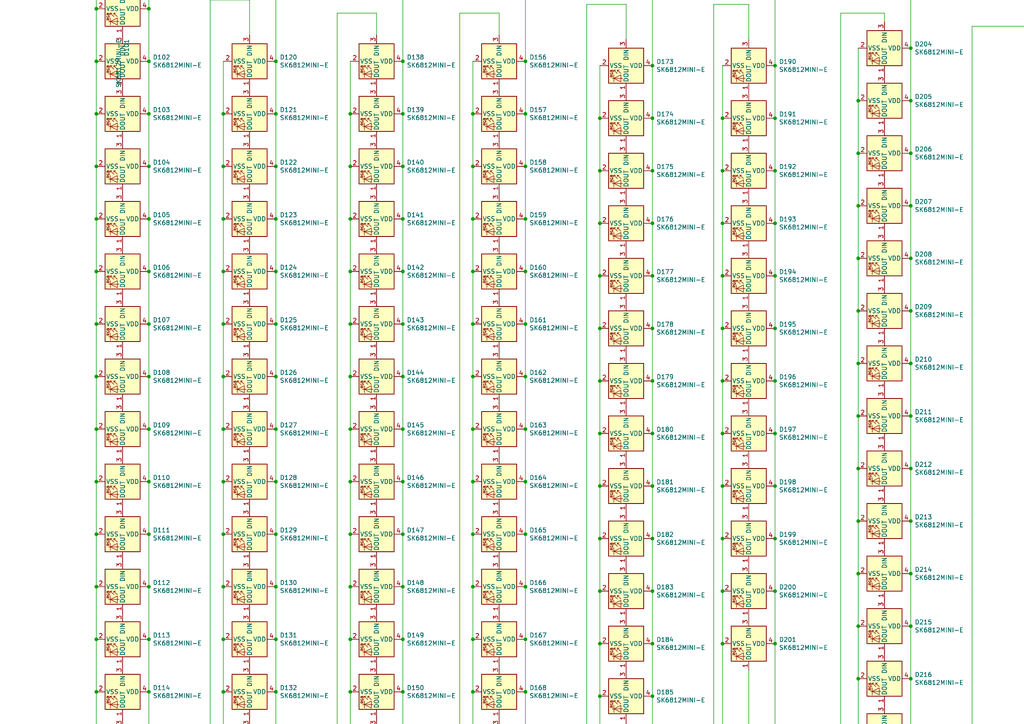
<source format=kicad_sch>
(kicad_sch (version 20211123) (generator eeschema)
  (paper "A4")
  (lib_symbols
    (symbol "SK6812MINI-E:SK6812MINI-E" (pin_names (offset 0.254))
      (property "Reference" "D" (at 5.08 5.715 0))
      (property "Value" "SK6812MINI-E" (at -7.62 -15.875 0))
      (symbol "SK6812MINI-E_0_0"
        (text "RGB" (at 2.286 -4.191 0) (effects (font (size 0.762 0.762))))
      )
      (symbol "SK6812MINI-E_1_1"
        (pin output line (at 7.62 0 180) (length 2.54) (name "DOUT") (number "1"))
        (pin power_in line (at 0 -7.62 90) (length 2.54) (name "VSS") (number "2"))
        (pin input line (at -7.62 0 0) (length 2.54) (name "DIN") (number "3"))
        (pin power_in line (at 0 7.62 270) (length 2.54) (name "VDD") (number "4"))
      )
    )
    (symbol "SK6812MINI-E_1" (pin_names (offset 0.254))
      (property "Reference" "D" (at 5.08 5.715 0))
      (property "Value" "SK6812MINI-E_1" (at -7.62 -15.875 0))
      (symbol "SK6812MINI-E_1_0_0"
        (text "RGB" (at 2.286 -4.191 0) (effects (font (size 0.762 0.762))))
      )
      (symbol "SK6812MINI-E_1_1_1"
        (pin output line (at 7.62 0 180) (length 2.54) (name "DOUT") (number "1"))
        (pin power_in line (at 0 -7.62 90) (length 2.54) (name "VSS") (number "2"))
        (pin input line (at -7.62 0 0) (length 2.54) (name "DIN") (number "3"))
        (pin power_in line (at 0 7.62 270) (length 2.54) (name "VDD") (number "4"))
      )
    )
    (symbol "SK6812MINI-E_10" (pin_names (offset 0.254))
      (property "Reference" "D" (at 5.08 5.715 0))
      (property "Value" "SK6812MINI-E_10" (at -7.62 -15.875 0))
      (symbol "SK6812MINI-E_10_0_0"
        (text "RGB" (at 2.286 -4.191 0) (effects (font (size 0.762 0.762))))
      )
      (symbol "SK6812MINI-E_10_1_1"
        (pin output line (at 7.62 0 180) (length 2.54) (name "DOUT") (number "1"))
        (pin power_in line (at 0 -7.62 90) (length 2.54) (name "VSS") (number "2"))
        (pin input line (at -7.62 0 0) (length 2.54) (name "DIN") (number "3"))
        (pin power_in line (at 0 7.62 270) (length 2.54) (name "VDD") (number "4"))
      )
    )
    (symbol "SK6812MINI-E_100" (pin_names (offset 0.254))
      (property "Reference" "D" (at 5.08 5.715 0))
      (property "Value" "SK6812MINI-E_100" (at -7.62 -15.875 0))
      (symbol "SK6812MINI-E_100_0_0"
        (text "RGB" (at 2.286 -4.191 0) (effects (font (size 0.762 0.762))))
      )
      (symbol "SK6812MINI-E_100_1_1"
        (pin output line (at 7.62 0 180) (length 2.54) (name "DOUT") (number "1"))
        (pin power_in line (at 0 -7.62 90) (length 2.54) (name "VSS") (number "2"))
        (pin input line (at -7.62 0 0) (length 2.54) (name "DIN") (number "3"))
        (pin power_in line (at 0 7.62 270) (length 2.54) (name "VDD") (number "4"))
      )
    )
    (symbol "SK6812MINI-E_101" (pin_names (offset 0.254))
      (property "Reference" "D" (at 5.08 5.715 0))
      (property "Value" "SK6812MINI-E_101" (at -7.62 -15.875 0))
      (symbol "SK6812MINI-E_101_0_0"
        (text "RGB" (at 2.286 -4.191 0) (effects (font (size 0.762 0.762))))
      )
      (symbol "SK6812MINI-E_101_1_1"
        (pin output line (at 7.62 0 180) (length 2.54) (name "DOUT") (number "1"))
        (pin power_in line (at 0 -7.62 90) (length 2.54) (name "VSS") (number "2"))
        (pin input line (at -7.62 0 0) (length 2.54) (name "DIN") (number "3"))
        (pin power_in line (at 0 7.62 270) (length 2.54) (name "VDD") (number "4"))
      )
    )
    (symbol "SK6812MINI-E_102" (pin_names (offset 0.254))
      (property "Reference" "D" (at 5.08 5.715 0))
      (property "Value" "SK6812MINI-E_102" (at -7.62 -15.875 0))
      (symbol "SK6812MINI-E_102_0_0"
        (text "RGB" (at 2.286 -4.191 0) (effects (font (size 0.762 0.762))))
      )
      (symbol "SK6812MINI-E_102_1_1"
        (pin output line (at 7.62 0 180) (length 2.54) (name "DOUT") (number "1"))
        (pin power_in line (at 0 -7.62 90) (length 2.54) (name "VSS") (number "2"))
        (pin input line (at -7.62 0 0) (length 2.54) (name "DIN") (number "3"))
        (pin power_in line (at 0 7.62 270) (length 2.54) (name "VDD") (number "4"))
      )
    )
    (symbol "SK6812MINI-E_103" (pin_names (offset 0.254))
      (property "Reference" "D" (at 5.08 5.715 0))
      (property "Value" "SK6812MINI-E_103" (at -7.62 -15.875 0))
      (symbol "SK6812MINI-E_103_0_0"
        (text "RGB" (at 2.286 -4.191 0) (effects (font (size 0.762 0.762))))
      )
      (symbol "SK6812MINI-E_103_1_1"
        (pin output line (at 7.62 0 180) (length 2.54) (name "DOUT") (number "1"))
        (pin power_in line (at 0 -7.62 90) (length 2.54) (name "VSS") (number "2"))
        (pin input line (at -7.62 0 0) (length 2.54) (name "DIN") (number "3"))
        (pin power_in line (at 0 7.62 270) (length 2.54) (name "VDD") (number "4"))
      )
    )
    (symbol "SK6812MINI-E_104" (pin_names (offset 0.254))
      (property "Reference" "D" (at 5.08 5.715 0))
      (property "Value" "SK6812MINI-E_104" (at -7.62 -15.875 0))
      (symbol "SK6812MINI-E_104_0_0"
        (text "RGB" (at 2.286 -4.191 0) (effects (font (size 0.762 0.762))))
      )
      (symbol "SK6812MINI-E_104_1_1"
        (pin output line (at 7.62 0 180) (length 2.54) (name "DOUT") (number "1"))
        (pin power_in line (at 0 -7.62 90) (length 2.54) (name "VSS") (number "2"))
        (pin input line (at -7.62 0 0) (length 2.54) (name "DIN") (number "3"))
        (pin power_in line (at 0 7.62 270) (length 2.54) (name "VDD") (number "4"))
      )
    )
    (symbol "SK6812MINI-E_105" (pin_names (offset 0.254))
      (property "Reference" "D" (at 5.08 5.715 0))
      (property "Value" "SK6812MINI-E_105" (at -7.62 -15.875 0))
      (symbol "SK6812MINI-E_105_0_0"
        (text "RGB" (at 2.286 -4.191 0) (effects (font (size 0.762 0.762))))
      )
      (symbol "SK6812MINI-E_105_1_1"
        (pin output line (at 7.62 0 180) (length 2.54) (name "DOUT") (number "1"))
        (pin power_in line (at 0 -7.62 90) (length 2.54) (name "VSS") (number "2"))
        (pin input line (at -7.62 0 0) (length 2.54) (name "DIN") (number "3"))
        (pin power_in line (at 0 7.62 270) (length 2.54) (name "VDD") (number "4"))
      )
    )
    (symbol "SK6812MINI-E_106" (pin_names (offset 0.254))
      (property "Reference" "D" (at 5.08 5.715 0))
      (property "Value" "SK6812MINI-E_106" (at -7.62 -15.875 0))
      (symbol "SK6812MINI-E_106_0_0"
        (text "RGB" (at 2.286 -4.191 0) (effects (font (size 0.762 0.762))))
      )
      (symbol "SK6812MINI-E_106_1_1"
        (pin output line (at 7.62 0 180) (length 2.54) (name "DOUT") (number "1"))
        (pin power_in line (at 0 -7.62 90) (length 2.54) (name "VSS") (number "2"))
        (pin input line (at -7.62 0 0) (length 2.54) (name "DIN") (number "3"))
        (pin power_in line (at 0 7.62 270) (length 2.54) (name "VDD") (number "4"))
      )
    )
    (symbol "SK6812MINI-E_107" (pin_names (offset 0.254))
      (property "Reference" "D" (at 5.08 5.715 0))
      (property "Value" "SK6812MINI-E_107" (at -7.62 -15.875 0))
      (symbol "SK6812MINI-E_107_0_0"
        (text "RGB" (at 2.286 -4.191 0) (effects (font (size 0.762 0.762))))
      )
      (symbol "SK6812MINI-E_107_1_1"
        (pin output line (at 7.62 0 180) (length 2.54) (name "DOUT") (number "1"))
        (pin power_in line (at 0 -7.62 90) (length 2.54) (name "VSS") (number "2"))
        (pin input line (at -7.62 0 0) (length 2.54) (name "DIN") (number "3"))
        (pin power_in line (at 0 7.62 270) (length 2.54) (name "VDD") (number "4"))
      )
    )
    (symbol "SK6812MINI-E_108" (pin_names (offset 0.254))
      (property "Reference" "D" (at 5.08 5.715 0))
      (property "Value" "SK6812MINI-E_108" (at -7.62 -15.875 0))
      (symbol "SK6812MINI-E_108_0_0"
        (text "RGB" (at 2.286 -4.191 0) (effects (font (size 0.762 0.762))))
      )
      (symbol "SK6812MINI-E_108_1_1"
        (pin output line (at 7.62 0 180) (length 2.54) (name "DOUT") (number "1"))
        (pin power_in line (at 0 -7.62 90) (length 2.54) (name "VSS") (number "2"))
        (pin input line (at -7.62 0 0) (length 2.54) (name "DIN") (number "3"))
        (pin power_in line (at 0 7.62 270) (length 2.54) (name "VDD") (number "4"))
      )
    )
    (symbol "SK6812MINI-E_109" (pin_names (offset 0.254))
      (property "Reference" "D" (at 5.08 5.715 0))
      (property "Value" "SK6812MINI-E_109" (at -7.62 -15.875 0))
      (symbol "SK6812MINI-E_109_0_0"
        (text "RGB" (at 2.286 -4.191 0) (effects (font (size 0.762 0.762))))
      )
      (symbol "SK6812MINI-E_109_1_1"
        (pin output line (at 7.62 0 180) (length 2.54) (name "DOUT") (number "1"))
        (pin power_in line (at 0 -7.62 90) (length 2.54) (name "VSS") (number "2"))
        (pin input line (at -7.62 0 0) (length 2.54) (name "DIN") (number "3"))
        (pin power_in line (at 0 7.62 270) (length 2.54) (name "VDD") (number "4"))
      )
    )
    (symbol "SK6812MINI-E_11" (pin_names (offset 0.254))
      (property "Reference" "D" (at 5.08 5.715 0))
      (property "Value" "SK6812MINI-E_11" (at -7.62 -15.875 0))
      (symbol "SK6812MINI-E_11_0_0"
        (text "RGB" (at 2.286 -4.191 0) (effects (font (size 0.762 0.762))))
      )
      (symbol "SK6812MINI-E_11_1_1"
        (pin output line (at 7.62 0 180) (length 2.54) (name "DOUT") (number "1"))
        (pin power_in line (at 0 -7.62 90) (length 2.54) (name "VSS") (number "2"))
        (pin input line (at -7.62 0 0) (length 2.54) (name "DIN") (number "3"))
        (pin power_in line (at 0 7.62 270) (length 2.54) (name "VDD") (number "4"))
      )
    )
    (symbol "SK6812MINI-E_110" (pin_names (offset 0.254))
      (property "Reference" "D" (at 5.08 5.715 0))
      (property "Value" "SK6812MINI-E_110" (at -7.62 -15.875 0))
      (symbol "SK6812MINI-E_110_0_0"
        (text "RGB" (at 2.286 -4.191 0) (effects (font (size 0.762 0.762))))
      )
      (symbol "SK6812MINI-E_110_1_1"
        (pin output line (at 7.62 0 180) (length 2.54) (name "DOUT") (number "1"))
        (pin power_in line (at 0 -7.62 90) (length 2.54) (name "VSS") (number "2"))
        (pin input line (at -7.62 0 0) (length 2.54) (name "DIN") (number "3"))
        (pin power_in line (at 0 7.62 270) (length 2.54) (name "VDD") (number "4"))
      )
    )
    (symbol "SK6812MINI-E_111" (pin_names (offset 0.254))
      (property "Reference" "D" (at 5.08 5.715 0))
      (property "Value" "SK6812MINI-E_111" (at -7.62 -15.875 0))
      (symbol "SK6812MINI-E_111_0_0"
        (text "RGB" (at 2.286 -4.191 0) (effects (font (size 0.762 0.762))))
      )
      (symbol "SK6812MINI-E_111_1_1"
        (pin output line (at 7.62 0 180) (length 2.54) (name "DOUT") (number "1"))
        (pin power_in line (at 0 -7.62 90) (length 2.54) (name "VSS") (number "2"))
        (pin input line (at -7.62 0 0) (length 2.54) (name "DIN") (number "3"))
        (pin power_in line (at 0 7.62 270) (length 2.54) (name "VDD") (number "4"))
      )
    )
    (symbol "SK6812MINI-E_112" (pin_names (offset 0.254))
      (property "Reference" "D" (at 5.08 5.715 0))
      (property "Value" "SK6812MINI-E_112" (at -7.62 -15.875 0))
      (symbol "SK6812MINI-E_112_0_0"
        (text "RGB" (at 2.286 -4.191 0) (effects (font (size 0.762 0.762))))
      )
      (symbol "SK6812MINI-E_112_1_1"
        (pin output line (at 7.62 0 180) (length 2.54) (name "DOUT") (number "1"))
        (pin power_in line (at 0 -7.62 90) (length 2.54) (name "VSS") (number "2"))
        (pin input line (at -7.62 0 0) (length 2.54) (name "DIN") (number "3"))
        (pin power_in line (at 0 7.62 270) (length 2.54) (name "VDD") (number "4"))
      )
    )
    (symbol "SK6812MINI-E_113" (pin_names (offset 0.254))
      (property "Reference" "D" (at 5.08 5.715 0))
      (property "Value" "SK6812MINI-E_113" (at -7.62 -15.875 0))
      (symbol "SK6812MINI-E_113_0_0"
        (text "RGB" (at 2.286 -4.191 0) (effects (font (size 0.762 0.762))))
      )
      (symbol "SK6812MINI-E_113_1_1"
        (pin output line (at 7.62 0 180) (length 2.54) (name "DOUT") (number "1"))
        (pin power_in line (at 0 -7.62 90) (length 2.54) (name "VSS") (number "2"))
        (pin input line (at -7.62 0 0) (length 2.54) (name "DIN") (number "3"))
        (pin power_in line (at 0 7.62 270) (length 2.54) (name "VDD") (number "4"))
      )
    )
    (symbol "SK6812MINI-E_114" (pin_names (offset 0.254))
      (property "Reference" "D" (at 5.08 5.715 0))
      (property "Value" "SK6812MINI-E_114" (at -7.62 -15.875 0))
      (symbol "SK6812MINI-E_114_0_0"
        (text "RGB" (at 2.286 -4.191 0) (effects (font (size 0.762 0.762))))
      )
      (symbol "SK6812MINI-E_114_1_1"
        (pin output line (at 7.62 0 180) (length 2.54) (name "DOUT") (number "1"))
        (pin power_in line (at 0 -7.62 90) (length 2.54) (name "VSS") (number "2"))
        (pin input line (at -7.62 0 0) (length 2.54) (name "DIN") (number "3"))
        (pin power_in line (at 0 7.62 270) (length 2.54) (name "VDD") (number "4"))
      )
    )
    (symbol "SK6812MINI-E_115" (pin_names (offset 0.254))
      (property "Reference" "D" (at 5.08 5.715 0))
      (property "Value" "SK6812MINI-E_115" (at -7.62 -15.875 0))
      (symbol "SK6812MINI-E_115_0_0"
        (text "RGB" (at 2.286 -4.191 0) (effects (font (size 0.762 0.762))))
      )
      (symbol "SK6812MINI-E_115_1_1"
        (pin output line (at 7.62 0 180) (length 2.54) (name "DOUT") (number "1"))
        (pin power_in line (at 0 -7.62 90) (length 2.54) (name "VSS") (number "2"))
        (pin input line (at -7.62 0 0) (length 2.54) (name "DIN") (number "3"))
        (pin power_in line (at 0 7.62 270) (length 2.54) (name "VDD") (number "4"))
      )
    )
    (symbol "SK6812MINI-E_116" (pin_names (offset 0.254))
      (property "Reference" "D" (at 5.08 5.715 0))
      (property "Value" "SK6812MINI-E_116" (at -7.62 -15.875 0))
      (symbol "SK6812MINI-E_116_0_0"
        (text "RGB" (at 2.286 -4.191 0) (effects (font (size 0.762 0.762))))
      )
      (symbol "SK6812MINI-E_116_1_1"
        (pin output line (at 7.62 0 180) (length 2.54) (name "DOUT") (number "1"))
        (pin power_in line (at 0 -7.62 90) (length 2.54) (name "VSS") (number "2"))
        (pin input line (at -7.62 0 0) (length 2.54) (name "DIN") (number "3"))
        (pin power_in line (at 0 7.62 270) (length 2.54) (name "VDD") (number "4"))
      )
    )
    (symbol "SK6812MINI-E_117" (pin_names (offset 0.254))
      (property "Reference" "D" (at 5.08 5.715 0))
      (property "Value" "SK6812MINI-E_117" (at -7.62 -15.875 0))
      (symbol "SK6812MINI-E_117_0_0"
        (text "RGB" (at 2.286 -4.191 0) (effects (font (size 0.762 0.762))))
      )
      (symbol "SK6812MINI-E_117_1_1"
        (pin output line (at 7.62 0 180) (length 2.54) (name "DOUT") (number "1"))
        (pin power_in line (at 0 -7.62 90) (length 2.54) (name "VSS") (number "2"))
        (pin input line (at -7.62 0 0) (length 2.54) (name "DIN") (number "3"))
        (pin power_in line (at 0 7.62 270) (length 2.54) (name "VDD") (number "4"))
      )
    )
    (symbol "SK6812MINI-E_118" (pin_names (offset 0.254))
      (property "Reference" "D" (at 5.08 5.715 0))
      (property "Value" "SK6812MINI-E_118" (at -7.62 -15.875 0))
      (symbol "SK6812MINI-E_118_0_0"
        (text "RGB" (at 2.286 -4.191 0) (effects (font (size 0.762 0.762))))
      )
      (symbol "SK6812MINI-E_118_1_1"
        (pin output line (at 7.62 0 180) (length 2.54) (name "DOUT") (number "1"))
        (pin power_in line (at 0 -7.62 90) (length 2.54) (name "VSS") (number "2"))
        (pin input line (at -7.62 0 0) (length 2.54) (name "DIN") (number "3"))
        (pin power_in line (at 0 7.62 270) (length 2.54) (name "VDD") (number "4"))
      )
    )
    (symbol "SK6812MINI-E_119" (pin_names (offset 0.254))
      (property "Reference" "D" (at 5.08 5.715 0))
      (property "Value" "SK6812MINI-E_119" (at -7.62 -15.875 0))
      (symbol "SK6812MINI-E_119_0_0"
        (text "RGB" (at 2.286 -4.191 0) (effects (font (size 0.762 0.762))))
      )
      (symbol "SK6812MINI-E_119_1_1"
        (pin output line (at 7.62 0 180) (length 2.54) (name "DOUT") (number "1"))
        (pin power_in line (at 0 -7.62 90) (length 2.54) (name "VSS") (number "2"))
        (pin input line (at -7.62 0 0) (length 2.54) (name "DIN") (number "3"))
        (pin power_in line (at 0 7.62 270) (length 2.54) (name "VDD") (number "4"))
      )
    )
    (symbol "SK6812MINI-E_12" (pin_names (offset 0.254))
      (property "Reference" "D" (at 5.08 5.715 0))
      (property "Value" "SK6812MINI-E_12" (at -7.62 -15.875 0))
      (symbol "SK6812MINI-E_12_0_0"
        (text "RGB" (at 2.286 -4.191 0) (effects (font (size 0.762 0.762))))
      )
      (symbol "SK6812MINI-E_12_1_1"
        (pin output line (at 7.62 0 180) (length 2.54) (name "DOUT") (number "1"))
        (pin power_in line (at 0 -7.62 90) (length 2.54) (name "VSS") (number "2"))
        (pin input line (at -7.62 0 0) (length 2.54) (name "DIN") (number "3"))
        (pin power_in line (at 0 7.62 270) (length 2.54) (name "VDD") (number "4"))
      )
    )
    (symbol "SK6812MINI-E_120" (pin_names (offset 0.254))
      (property "Reference" "D" (at 5.08 5.715 0))
      (property "Value" "SK6812MINI-E_120" (at -7.62 -15.875 0))
      (symbol "SK6812MINI-E_120_0_0"
        (text "RGB" (at 2.286 -4.191 0) (effects (font (size 0.762 0.762))))
      )
      (symbol "SK6812MINI-E_120_1_1"
        (pin output line (at 7.62 0 180) (length 2.54) (name "DOUT") (number "1"))
        (pin power_in line (at 0 -7.62 90) (length 2.54) (name "VSS") (number "2"))
        (pin input line (at -7.62 0 0) (length 2.54) (name "DIN") (number "3"))
        (pin power_in line (at 0 7.62 270) (length 2.54) (name "VDD") (number "4"))
      )
    )
    (symbol "SK6812MINI-E_121" (pin_names (offset 0.254))
      (property "Reference" "D" (at 5.08 5.715 0))
      (property "Value" "SK6812MINI-E_121" (at -7.62 -15.875 0))
      (symbol "SK6812MINI-E_121_0_0"
        (text "RGB" (at 2.286 -4.191 0) (effects (font (size 0.762 0.762))))
      )
      (symbol "SK6812MINI-E_121_1_1"
        (pin output line (at 7.62 0 180) (length 2.54) (name "DOUT") (number "1"))
        (pin power_in line (at 0 -7.62 90) (length 2.54) (name "VSS") (number "2"))
        (pin input line (at -7.62 0 0) (length 2.54) (name "DIN") (number "3"))
        (pin power_in line (at 0 7.62 270) (length 2.54) (name "VDD") (number "4"))
      )
    )
    (symbol "SK6812MINI-E_122" (pin_names (offset 0.254))
      (property "Reference" "D" (at 5.08 5.715 0))
      (property "Value" "SK6812MINI-E_122" (at -7.62 -15.875 0))
      (symbol "SK6812MINI-E_122_0_0"
        (text "RGB" (at 2.286 -4.191 0) (effects (font (size 0.762 0.762))))
      )
      (symbol "SK6812MINI-E_122_1_1"
        (pin output line (at 7.62 0 180) (length 2.54) (name "DOUT") (number "1"))
        (pin power_in line (at 0 -7.62 90) (length 2.54) (name "VSS") (number "2"))
        (pin input line (at -7.62 0 0) (length 2.54) (name "DIN") (number "3"))
        (pin power_in line (at 0 7.62 270) (length 2.54) (name "VDD") (number "4"))
      )
    )
    (symbol "SK6812MINI-E_123" (pin_names (offset 0.254))
      (property "Reference" "D" (at 5.08 5.715 0))
      (property "Value" "SK6812MINI-E_123" (at -7.62 -15.875 0))
      (symbol "SK6812MINI-E_123_0_0"
        (text "RGB" (at 2.286 -4.191 0) (effects (font (size 0.762 0.762))))
      )
      (symbol "SK6812MINI-E_123_1_1"
        (pin output line (at 7.62 0 180) (length 2.54) (name "DOUT") (number "1"))
        (pin power_in line (at 0 -7.62 90) (length 2.54) (name "VSS") (number "2"))
        (pin input line (at -7.62 0 0) (length 2.54) (name "DIN") (number "3"))
        (pin power_in line (at 0 7.62 270) (length 2.54) (name "VDD") (number "4"))
      )
    )
    (symbol "SK6812MINI-E_124" (pin_names (offset 0.254))
      (property "Reference" "D" (at 5.08 5.715 0))
      (property "Value" "SK6812MINI-E_124" (at -7.62 -15.875 0))
      (symbol "SK6812MINI-E_124_0_0"
        (text "RGB" (at 2.286 -4.191 0) (effects (font (size 0.762 0.762))))
      )
      (symbol "SK6812MINI-E_124_1_1"
        (pin output line (at 7.62 0 180) (length 2.54) (name "DOUT") (number "1"))
        (pin power_in line (at 0 -7.62 90) (length 2.54) (name "VSS") (number "2"))
        (pin input line (at -7.62 0 0) (length 2.54) (name "DIN") (number "3"))
        (pin power_in line (at 0 7.62 270) (length 2.54) (name "VDD") (number "4"))
      )
    )
    (symbol "SK6812MINI-E_125" (pin_names (offset 0.254))
      (property "Reference" "D" (at 5.08 5.715 0))
      (property "Value" "SK6812MINI-E_125" (at -7.62 -15.875 0))
      (symbol "SK6812MINI-E_125_0_0"
        (text "RGB" (at 2.286 -4.191 0) (effects (font (size 0.762 0.762))))
      )
      (symbol "SK6812MINI-E_125_1_1"
        (pin output line (at 7.62 0 180) (length 2.54) (name "DOUT") (number "1"))
        (pin power_in line (at 0 -7.62 90) (length 2.54) (name "VSS") (number "2"))
        (pin input line (at -7.62 0 0) (length 2.54) (name "DIN") (number "3"))
        (pin power_in line (at 0 7.62 270) (length 2.54) (name "VDD") (number "4"))
      )
    )
    (symbol "SK6812MINI-E_126" (pin_names (offset 0.254))
      (property "Reference" "D" (at 5.08 5.715 0))
      (property "Value" "SK6812MINI-E_126" (at -7.62 -15.875 0))
      (symbol "SK6812MINI-E_126_0_0"
        (text "RGB" (at 2.286 -4.191 0) (effects (font (size 0.762 0.762))))
      )
      (symbol "SK6812MINI-E_126_1_1"
        (pin output line (at 7.62 0 180) (length 2.54) (name "DOUT") (number "1"))
        (pin power_in line (at 0 -7.62 90) (length 2.54) (name "VSS") (number "2"))
        (pin input line (at -7.62 0 0) (length 2.54) (name "DIN") (number "3"))
        (pin power_in line (at 0 7.62 270) (length 2.54) (name "VDD") (number "4"))
      )
    )
    (symbol "SK6812MINI-E_127" (pin_names (offset 0.254))
      (property "Reference" "D" (at 5.08 5.715 0))
      (property "Value" "SK6812MINI-E_127" (at -7.62 -15.875 0))
      (symbol "SK6812MINI-E_127_0_0"
        (text "RGB" (at 2.286 -4.191 0) (effects (font (size 0.762 0.762))))
      )
      (symbol "SK6812MINI-E_127_1_1"
        (pin output line (at 7.62 0 180) (length 2.54) (name "DOUT") (number "1"))
        (pin power_in line (at 0 -7.62 90) (length 2.54) (name "VSS") (number "2"))
        (pin input line (at -7.62 0 0) (length 2.54) (name "DIN") (number "3"))
        (pin power_in line (at 0 7.62 270) (length 2.54) (name "VDD") (number "4"))
      )
    )
    (symbol "SK6812MINI-E_128" (pin_names (offset 0.254))
      (property "Reference" "D" (at 5.08 5.715 0))
      (property "Value" "SK6812MINI-E_128" (at -7.62 -15.875 0))
      (symbol "SK6812MINI-E_128_0_0"
        (text "RGB" (at 2.286 -4.191 0) (effects (font (size 0.762 0.762))))
      )
      (symbol "SK6812MINI-E_128_1_1"
        (pin output line (at 7.62 0 180) (length 2.54) (name "DOUT") (number "1"))
        (pin power_in line (at 0 -7.62 90) (length 2.54) (name "VSS") (number "2"))
        (pin input line (at -7.62 0 0) (length 2.54) (name "DIN") (number "3"))
        (pin power_in line (at 0 7.62 270) (length 2.54) (name "VDD") (number "4"))
      )
    )
    (symbol "SK6812MINI-E_129" (pin_names (offset 0.254))
      (property "Reference" "D" (at 5.08 5.715 0))
      (property "Value" "SK6812MINI-E_129" (at -7.62 -15.875 0))
      (symbol "SK6812MINI-E_129_0_0"
        (text "RGB" (at 2.286 -4.191 0) (effects (font (size 0.762 0.762))))
      )
      (symbol "SK6812MINI-E_129_1_1"
        (pin output line (at 7.62 0 180) (length 2.54) (name "DOUT") (number "1"))
        (pin power_in line (at 0 -7.62 90) (length 2.54) (name "VSS") (number "2"))
        (pin input line (at -7.62 0 0) (length 2.54) (name "DIN") (number "3"))
        (pin power_in line (at 0 7.62 270) (length 2.54) (name "VDD") (number "4"))
      )
    )
    (symbol "SK6812MINI-E_13" (pin_names (offset 0.254))
      (property "Reference" "D" (at 5.08 5.715 0))
      (property "Value" "SK6812MINI-E_13" (at -7.62 -15.875 0))
      (symbol "SK6812MINI-E_13_0_0"
        (text "RGB" (at 2.286 -4.191 0) (effects (font (size 0.762 0.762))))
      )
      (symbol "SK6812MINI-E_13_1_1"
        (pin output line (at 7.62 0 180) (length 2.54) (name "DOUT") (number "1"))
        (pin power_in line (at 0 -7.62 90) (length 2.54) (name "VSS") (number "2"))
        (pin input line (at -7.62 0 0) (length 2.54) (name "DIN") (number "3"))
        (pin power_in line (at 0 7.62 270) (length 2.54) (name "VDD") (number "4"))
      )
    )
    (symbol "SK6812MINI-E_130" (pin_names (offset 0.254))
      (property "Reference" "D" (at 5.08 5.715 0))
      (property "Value" "SK6812MINI-E_130" (at -7.62 -15.875 0))
      (symbol "SK6812MINI-E_130_0_0"
        (text "RGB" (at 2.286 -4.191 0) (effects (font (size 0.762 0.762))))
      )
      (symbol "SK6812MINI-E_130_1_1"
        (pin output line (at 7.62 0 180) (length 2.54) (name "DOUT") (number "1"))
        (pin power_in line (at 0 -7.62 90) (length 2.54) (name "VSS") (number "2"))
        (pin input line (at -7.62 0 0) (length 2.54) (name "DIN") (number "3"))
        (pin power_in line (at 0 7.62 270) (length 2.54) (name "VDD") (number "4"))
      )
    )
    (symbol "SK6812MINI-E_131" (pin_names (offset 0.254))
      (property "Reference" "D" (at 5.08 5.715 0))
      (property "Value" "SK6812MINI-E_131" (at -7.62 -15.875 0))
      (symbol "SK6812MINI-E_131_0_0"
        (text "RGB" (at 2.286 -4.191 0) (effects (font (size 0.762 0.762))))
      )
      (symbol "SK6812MINI-E_131_1_1"
        (pin output line (at 7.62 0 180) (length 2.54) (name "DOUT") (number "1"))
        (pin power_in line (at 0 -7.62 90) (length 2.54) (name "VSS") (number "2"))
        (pin input line (at -7.62 0 0) (length 2.54) (name "DIN") (number "3"))
        (pin power_in line (at 0 7.62 270) (length 2.54) (name "VDD") (number "4"))
      )
    )
    (symbol "SK6812MINI-E_132" (pin_names (offset 0.254))
      (property "Reference" "D" (at 5.08 5.715 0))
      (property "Value" "SK6812MINI-E_132" (at -7.62 -15.875 0))
      (symbol "SK6812MINI-E_132_0_0"
        (text "RGB" (at 2.286 -4.191 0) (effects (font (size 0.762 0.762))))
      )
      (symbol "SK6812MINI-E_132_1_1"
        (pin output line (at 7.62 0 180) (length 2.54) (name "DOUT") (number "1"))
        (pin power_in line (at 0 -7.62 90) (length 2.54) (name "VSS") (number "2"))
        (pin input line (at -7.62 0 0) (length 2.54) (name "DIN") (number "3"))
        (pin power_in line (at 0 7.62 270) (length 2.54) (name "VDD") (number "4"))
      )
    )
    (symbol "SK6812MINI-E_133" (pin_names (offset 0.254))
      (property "Reference" "D" (at 5.08 5.715 0))
      (property "Value" "SK6812MINI-E_133" (at -7.62 -15.875 0))
      (symbol "SK6812MINI-E_133_0_0"
        (text "RGB" (at 2.286 -4.191 0) (effects (font (size 0.762 0.762))))
      )
      (symbol "SK6812MINI-E_133_1_1"
        (pin output line (at 7.62 0 180) (length 2.54) (name "DOUT") (number "1"))
        (pin power_in line (at 0 -7.62 90) (length 2.54) (name "VSS") (number "2"))
        (pin input line (at -7.62 0 0) (length 2.54) (name "DIN") (number "3"))
        (pin power_in line (at 0 7.62 270) (length 2.54) (name "VDD") (number "4"))
      )
    )
    (symbol "SK6812MINI-E_134" (pin_names (offset 0.254))
      (property "Reference" "D" (at 5.08 5.715 0))
      (property "Value" "SK6812MINI-E_134" (at -7.62 -15.875 0))
      (symbol "SK6812MINI-E_134_0_0"
        (text "RGB" (at 2.286 -4.191 0) (effects (font (size 0.762 0.762))))
      )
      (symbol "SK6812MINI-E_134_1_1"
        (pin output line (at 7.62 0 180) (length 2.54) (name "DOUT") (number "1"))
        (pin power_in line (at 0 -7.62 90) (length 2.54) (name "VSS") (number "2"))
        (pin input line (at -7.62 0 0) (length 2.54) (name "DIN") (number "3"))
        (pin power_in line (at 0 7.62 270) (length 2.54) (name "VDD") (number "4"))
      )
    )
    (symbol "SK6812MINI-E_135" (pin_names (offset 0.254))
      (property "Reference" "D" (at 5.08 5.715 0))
      (property "Value" "SK6812MINI-E_135" (at -7.62 -15.875 0))
      (symbol "SK6812MINI-E_135_0_0"
        (text "RGB" (at 2.286 -4.191 0) (effects (font (size 0.762 0.762))))
      )
      (symbol "SK6812MINI-E_135_1_1"
        (pin output line (at 7.62 0 180) (length 2.54) (name "DOUT") (number "1"))
        (pin power_in line (at 0 -7.62 90) (length 2.54) (name "VSS") (number "2"))
        (pin input line (at -7.62 0 0) (length 2.54) (name "DIN") (number "3"))
        (pin power_in line (at 0 7.62 270) (length 2.54) (name "VDD") (number "4"))
      )
    )
    (symbol "SK6812MINI-E_136" (pin_names (offset 0.254))
      (property "Reference" "D" (at 5.08 5.715 0))
      (property "Value" "SK6812MINI-E_136" (at -7.62 -15.875 0))
      (symbol "SK6812MINI-E_136_0_0"
        (text "RGB" (at 2.286 -4.191 0) (effects (font (size 0.762 0.762))))
      )
      (symbol "SK6812MINI-E_136_1_1"
        (pin output line (at 7.62 0 180) (length 2.54) (name "DOUT") (number "1"))
        (pin power_in line (at 0 -7.62 90) (length 2.54) (name "VSS") (number "2"))
        (pin input line (at -7.62 0 0) (length 2.54) (name "DIN") (number "3"))
        (pin power_in line (at 0 7.62 270) (length 2.54) (name "VDD") (number "4"))
      )
    )
    (symbol "SK6812MINI-E_137" (pin_names (offset 0.254))
      (property "Reference" "D" (at 5.08 5.715 0))
      (property "Value" "SK6812MINI-E_137" (at -7.62 -15.875 0))
      (symbol "SK6812MINI-E_137_0_0"
        (text "RGB" (at 2.286 -4.191 0) (effects (font (size 0.762 0.762))))
      )
      (symbol "SK6812MINI-E_137_1_1"
        (pin output line (at 7.62 0 180) (length 2.54) (name "DOUT") (number "1"))
        (pin power_in line (at 0 -7.62 90) (length 2.54) (name "VSS") (number "2"))
        (pin input line (at -7.62 0 0) (length 2.54) (name "DIN") (number "3"))
        (pin power_in line (at 0 7.62 270) (length 2.54) (name "VDD") (number "4"))
      )
    )
    (symbol "SK6812MINI-E_138" (pin_names (offset 0.254))
      (property "Reference" "D" (at 5.08 5.715 0))
      (property "Value" "SK6812MINI-E_138" (at -7.62 -15.875 0))
      (symbol "SK6812MINI-E_138_0_0"
        (text "RGB" (at 2.286 -4.191 0) (effects (font (size 0.762 0.762))))
      )
      (symbol "SK6812MINI-E_138_1_1"
        (pin output line (at 7.62 0 180) (length 2.54) (name "DOUT") (number "1"))
        (pin power_in line (at 0 -7.62 90) (length 2.54) (name "VSS") (number "2"))
        (pin input line (at -7.62 0 0) (length 2.54) (name "DIN") (number "3"))
        (pin power_in line (at 0 7.62 270) (length 2.54) (name "VDD") (number "4"))
      )
    )
    (symbol "SK6812MINI-E_139" (pin_names (offset 0.254))
      (property "Reference" "D" (at 5.08 5.715 0))
      (property "Value" "SK6812MINI-E_139" (at -7.62 -15.875 0))
      (symbol "SK6812MINI-E_139_0_0"
        (text "RGB" (at 2.286 -4.191 0) (effects (font (size 0.762 0.762))))
      )
      (symbol "SK6812MINI-E_139_1_1"
        (pin output line (at 7.62 0 180) (length 2.54) (name "DOUT") (number "1"))
        (pin power_in line (at 0 -7.62 90) (length 2.54) (name "VSS") (number "2"))
        (pin input line (at -7.62 0 0) (length 2.54) (name "DIN") (number "3"))
        (pin power_in line (at 0 7.62 270) (length 2.54) (name "VDD") (number "4"))
      )
    )
    (symbol "SK6812MINI-E_14" (pin_names (offset 0.254))
      (property "Reference" "D" (at 5.08 5.715 0))
      (property "Value" "SK6812MINI-E_14" (at -7.62 -15.875 0))
      (symbol "SK6812MINI-E_14_0_0"
        (text "RGB" (at 2.286 -4.191 0) (effects (font (size 0.762 0.762))))
      )
      (symbol "SK6812MINI-E_14_1_1"
        (pin output line (at 7.62 0 180) (length 2.54) (name "DOUT") (number "1"))
        (pin power_in line (at 0 -7.62 90) (length 2.54) (name "VSS") (number "2"))
        (pin input line (at -7.62 0 0) (length 2.54) (name "DIN") (number "3"))
        (pin power_in line (at 0 7.62 270) (length 2.54) (name "VDD") (number "4"))
      )
    )
    (symbol "SK6812MINI-E_140" (pin_names (offset 0.254))
      (property "Reference" "D" (at 5.08 5.715 0))
      (property "Value" "SK6812MINI-E_140" (at -7.62 -15.875 0))
      (symbol "SK6812MINI-E_140_0_0"
        (text "RGB" (at 2.286 -4.191 0) (effects (font (size 0.762 0.762))))
      )
      (symbol "SK6812MINI-E_140_1_1"
        (pin output line (at 7.62 0 180) (length 2.54) (name "DOUT") (number "1"))
        (pin power_in line (at 0 -7.62 90) (length 2.54) (name "VSS") (number "2"))
        (pin input line (at -7.62 0 0) (length 2.54) (name "DIN") (number "3"))
        (pin power_in line (at 0 7.62 270) (length 2.54) (name "VDD") (number "4"))
      )
    )
    (symbol "SK6812MINI-E_141" (pin_names (offset 0.254))
      (property "Reference" "D" (at 5.08 5.715 0))
      (property "Value" "SK6812MINI-E_141" (at -7.62 -15.875 0))
      (symbol "SK6812MINI-E_141_0_0"
        (text "RGB" (at 2.286 -4.191 0) (effects (font (size 0.762 0.762))))
      )
      (symbol "SK6812MINI-E_141_1_1"
        (pin output line (at 7.62 0 180) (length 2.54) (name "DOUT") (number "1"))
        (pin power_in line (at 0 -7.62 90) (length 2.54) (name "VSS") (number "2"))
        (pin input line (at -7.62 0 0) (length 2.54) (name "DIN") (number "3"))
        (pin power_in line (at 0 7.62 270) (length 2.54) (name "VDD") (number "4"))
      )
    )
    (symbol "SK6812MINI-E_142" (pin_names (offset 0.254))
      (property "Reference" "D" (at 5.08 5.715 0))
      (property "Value" "SK6812MINI-E_142" (at -7.62 -15.875 0))
      (symbol "SK6812MINI-E_142_0_0"
        (text "RGB" (at 2.286 -4.191 0) (effects (font (size 0.762 0.762))))
      )
      (symbol "SK6812MINI-E_142_1_1"
        (pin output line (at 7.62 0 180) (length 2.54) (name "DOUT") (number "1"))
        (pin power_in line (at 0 -7.62 90) (length 2.54) (name "VSS") (number "2"))
        (pin input line (at -7.62 0 0) (length 2.54) (name "DIN") (number "3"))
        (pin power_in line (at 0 7.62 270) (length 2.54) (name "VDD") (number "4"))
      )
    )
    (symbol "SK6812MINI-E_143" (pin_names (offset 0.254))
      (property "Reference" "D" (at 5.08 5.715 0))
      (property "Value" "SK6812MINI-E_143" (at -7.62 -15.875 0))
      (symbol "SK6812MINI-E_143_0_0"
        (text "RGB" (at 2.286 -4.191 0) (effects (font (size 0.762 0.762))))
      )
      (symbol "SK6812MINI-E_143_1_1"
        (pin output line (at 7.62 0 180) (length 2.54) (name "DOUT") (number "1"))
        (pin power_in line (at 0 -7.62 90) (length 2.54) (name "VSS") (number "2"))
        (pin input line (at -7.62 0 0) (length 2.54) (name "DIN") (number "3"))
        (pin power_in line (at 0 7.62 270) (length 2.54) (name "VDD") (number "4"))
      )
    )
    (symbol "SK6812MINI-E_144" (pin_names (offset 0.254))
      (property "Reference" "D" (at 5.08 5.715 0))
      (property "Value" "SK6812MINI-E_144" (at -7.62 -15.875 0))
      (symbol "SK6812MINI-E_144_0_0"
        (text "RGB" (at 2.286 -4.191 0) (effects (font (size 0.762 0.762))))
      )
      (symbol "SK6812MINI-E_144_1_1"
        (pin output line (at 7.62 0 180) (length 2.54) (name "DOUT") (number "1"))
        (pin power_in line (at 0 -7.62 90) (length 2.54) (name "VSS") (number "2"))
        (pin input line (at -7.62 0 0) (length 2.54) (name "DIN") (number "3"))
        (pin power_in line (at 0 7.62 270) (length 2.54) (name "VDD") (number "4"))
      )
    )
    (symbol "SK6812MINI-E_145" (pin_names (offset 0.254))
      (property "Reference" "D" (at 5.08 5.715 0))
      (property "Value" "SK6812MINI-E_145" (at -7.62 -15.875 0))
      (symbol "SK6812MINI-E_145_0_0"
        (text "RGB" (at 2.286 -4.191 0) (effects (font (size 0.762 0.762))))
      )
      (symbol "SK6812MINI-E_145_1_1"
        (pin output line (at 7.62 0 180) (length 2.54) (name "DOUT") (number "1"))
        (pin power_in line (at 0 -7.62 90) (length 2.54) (name "VSS") (number "2"))
        (pin input line (at -7.62 0 0) (length 2.54) (name "DIN") (number "3"))
        (pin power_in line (at 0 7.62 270) (length 2.54) (name "VDD") (number "4"))
      )
    )
    (symbol "SK6812MINI-E_146" (pin_names (offset 0.254))
      (property "Reference" "D" (at 5.08 5.715 0))
      (property "Value" "SK6812MINI-E_146" (at -7.62 -15.875 0))
      (symbol "SK6812MINI-E_146_0_0"
        (text "RGB" (at 2.286 -4.191 0) (effects (font (size 0.762 0.762))))
      )
      (symbol "SK6812MINI-E_146_1_1"
        (pin output line (at 7.62 0 180) (length 2.54) (name "DOUT") (number "1"))
        (pin power_in line (at 0 -7.62 90) (length 2.54) (name "VSS") (number "2"))
        (pin input line (at -7.62 0 0) (length 2.54) (name "DIN") (number "3"))
        (pin power_in line (at 0 7.62 270) (length 2.54) (name "VDD") (number "4"))
      )
    )
    (symbol "SK6812MINI-E_147" (pin_names (offset 0.254))
      (property "Reference" "D" (at 5.08 5.715 0))
      (property "Value" "SK6812MINI-E_147" (at -7.62 -15.875 0))
      (symbol "SK6812MINI-E_147_0_0"
        (text "RGB" (at 2.286 -4.191 0) (effects (font (size 0.762 0.762))))
      )
      (symbol "SK6812MINI-E_147_1_1"
        (pin output line (at 7.62 0 180) (length 2.54) (name "DOUT") (number "1"))
        (pin power_in line (at 0 -7.62 90) (length 2.54) (name "VSS") (number "2"))
        (pin input line (at -7.62 0 0) (length 2.54) (name "DIN") (number "3"))
        (pin power_in line (at 0 7.62 270) (length 2.54) (name "VDD") (number "4"))
      )
    )
    (symbol "SK6812MINI-E_148" (pin_names (offset 0.254))
      (property "Reference" "D" (at 5.08 5.715 0))
      (property "Value" "SK6812MINI-E_148" (at -7.62 -15.875 0))
      (symbol "SK6812MINI-E_148_0_0"
        (text "RGB" (at 2.286 -4.191 0) (effects (font (size 0.762 0.762))))
      )
      (symbol "SK6812MINI-E_148_1_1"
        (pin output line (at 7.62 0 180) (length 2.54) (name "DOUT") (number "1"))
        (pin power_in line (at 0 -7.62 90) (length 2.54) (name "VSS") (number "2"))
        (pin input line (at -7.62 0 0) (length 2.54) (name "DIN") (number "3"))
        (pin power_in line (at 0 7.62 270) (length 2.54) (name "VDD") (number "4"))
      )
    )
    (symbol "SK6812MINI-E_149" (pin_names (offset 0.254))
      (property "Reference" "D" (at 5.08 5.715 0))
      (property "Value" "SK6812MINI-E_149" (at -7.62 -15.875 0))
      (symbol "SK6812MINI-E_149_0_0"
        (text "RGB" (at 2.286 -4.191 0) (effects (font (size 0.762 0.762))))
      )
      (symbol "SK6812MINI-E_149_1_1"
        (pin output line (at 7.62 0 180) (length 2.54) (name "DOUT") (number "1"))
        (pin power_in line (at 0 -7.62 90) (length 2.54) (name "VSS") (number "2"))
        (pin input line (at -7.62 0 0) (length 2.54) (name "DIN") (number "3"))
        (pin power_in line (at 0 7.62 270) (length 2.54) (name "VDD") (number "4"))
      )
    )
    (symbol "SK6812MINI-E_15" (pin_names (offset 0.254))
      (property "Reference" "D" (at 5.08 5.715 0))
      (property "Value" "SK6812MINI-E_15" (at -7.62 -15.875 0))
      (symbol "SK6812MINI-E_15_0_0"
        (text "RGB" (at 2.286 -4.191 0) (effects (font (size 0.762 0.762))))
      )
      (symbol "SK6812MINI-E_15_1_1"
        (pin output line (at 7.62 0 180) (length 2.54) (name "DOUT") (number "1"))
        (pin power_in line (at 0 -7.62 90) (length 2.54) (name "VSS") (number "2"))
        (pin input line (at -7.62 0 0) (length 2.54) (name "DIN") (number "3"))
        (pin power_in line (at 0 7.62 270) (length 2.54) (name "VDD") (number "4"))
      )
    )
    (symbol "SK6812MINI-E_150" (pin_names (offset 0.254))
      (property "Reference" "D" (at 5.08 5.715 0))
      (property "Value" "SK6812MINI-E_150" (at -7.62 -15.875 0))
      (symbol "SK6812MINI-E_150_0_0"
        (text "RGB" (at 2.286 -4.191 0) (effects (font (size 0.762 0.762))))
      )
      (symbol "SK6812MINI-E_150_1_1"
        (pin output line (at 7.62 0 180) (length 2.54) (name "DOUT") (number "1"))
        (pin power_in line (at 0 -7.62 90) (length 2.54) (name "VSS") (number "2"))
        (pin input line (at -7.62 0 0) (length 2.54) (name "DIN") (number "3"))
        (pin power_in line (at 0 7.62 270) (length 2.54) (name "VDD") (number "4"))
      )
    )
    (symbol "SK6812MINI-E_151" (pin_names (offset 0.254))
      (property "Reference" "D" (at 5.08 5.715 0))
      (property "Value" "SK6812MINI-E_151" (at -7.62 -15.875 0))
      (symbol "SK6812MINI-E_151_0_0"
        (text "RGB" (at 2.286 -4.191 0) (effects (font (size 0.762 0.762))))
      )
      (symbol "SK6812MINI-E_151_1_1"
        (pin output line (at 7.62 0 180) (length 2.54) (name "DOUT") (number "1"))
        (pin power_in line (at 0 -7.62 90) (length 2.54) (name "VSS") (number "2"))
        (pin input line (at -7.62 0 0) (length 2.54) (name "DIN") (number "3"))
        (pin power_in line (at 0 7.62 270) (length 2.54) (name "VDD") (number "4"))
      )
    )
    (symbol "SK6812MINI-E_152" (pin_names (offset 0.254))
      (property "Reference" "D" (at 5.08 5.715 0))
      (property "Value" "SK6812MINI-E_152" (at -7.62 -15.875 0))
      (symbol "SK6812MINI-E_152_0_0"
        (text "RGB" (at 2.286 -4.191 0) (effects (font (size 0.762 0.762))))
      )
      (symbol "SK6812MINI-E_152_1_1"
        (pin output line (at 7.62 0 180) (length 2.54) (name "DOUT") (number "1"))
        (pin power_in line (at 0 -7.62 90) (length 2.54) (name "VSS") (number "2"))
        (pin input line (at -7.62 0 0) (length 2.54) (name "DIN") (number "3"))
        (pin power_in line (at 0 7.62 270) (length 2.54) (name "VDD") (number "4"))
      )
    )
    (symbol "SK6812MINI-E_153" (pin_names (offset 0.254))
      (property "Reference" "D" (at 5.08 5.715 0))
      (property "Value" "SK6812MINI-E_153" (at -7.62 -15.875 0))
      (symbol "SK6812MINI-E_153_0_0"
        (text "RGB" (at 2.286 -4.191 0) (effects (font (size 0.762 0.762))))
      )
      (symbol "SK6812MINI-E_153_1_1"
        (pin output line (at 7.62 0 180) (length 2.54) (name "DOUT") (number "1"))
        (pin power_in line (at 0 -7.62 90) (length 2.54) (name "VSS") (number "2"))
        (pin input line (at -7.62 0 0) (length 2.54) (name "DIN") (number "3"))
        (pin power_in line (at 0 7.62 270) (length 2.54) (name "VDD") (number "4"))
      )
    )
    (symbol "SK6812MINI-E_154" (pin_names (offset 0.254))
      (property "Reference" "D" (at 5.08 5.715 0))
      (property "Value" "SK6812MINI-E_154" (at -7.62 -15.875 0))
      (symbol "SK6812MINI-E_154_0_0"
        (text "RGB" (at 2.286 -4.191 0) (effects (font (size 0.762 0.762))))
      )
      (symbol "SK6812MINI-E_154_1_1"
        (pin output line (at 7.62 0 180) (length 2.54) (name "DOUT") (number "1"))
        (pin power_in line (at 0 -7.62 90) (length 2.54) (name "VSS") (number "2"))
        (pin input line (at -7.62 0 0) (length 2.54) (name "DIN") (number "3"))
        (pin power_in line (at 0 7.62 270) (length 2.54) (name "VDD") (number "4"))
      )
    )
    (symbol "SK6812MINI-E_155" (pin_names (offset 0.254))
      (property "Reference" "D" (at 5.08 5.715 0))
      (property "Value" "SK6812MINI-E_155" (at -7.62 -15.875 0))
      (symbol "SK6812MINI-E_155_0_0"
        (text "RGB" (at 2.286 -4.191 0) (effects (font (size 0.762 0.762))))
      )
      (symbol "SK6812MINI-E_155_1_1"
        (pin output line (at 7.62 0 180) (length 2.54) (name "DOUT") (number "1"))
        (pin power_in line (at 0 -7.62 90) (length 2.54) (name "VSS") (number "2"))
        (pin input line (at -7.62 0 0) (length 2.54) (name "DIN") (number "3"))
        (pin power_in line (at 0 7.62 270) (length 2.54) (name "VDD") (number "4"))
      )
    )
    (symbol "SK6812MINI-E_156" (pin_names (offset 0.254))
      (property "Reference" "D" (at 5.08 5.715 0))
      (property "Value" "SK6812MINI-E_156" (at -7.62 -15.875 0))
      (symbol "SK6812MINI-E_156_0_0"
        (text "RGB" (at 2.286 -4.191 0) (effects (font (size 0.762 0.762))))
      )
      (symbol "SK6812MINI-E_156_1_1"
        (pin output line (at 7.62 0 180) (length 2.54) (name "DOUT") (number "1"))
        (pin power_in line (at 0 -7.62 90) (length 2.54) (name "VSS") (number "2"))
        (pin input line (at -7.62 0 0) (length 2.54) (name "DIN") (number "3"))
        (pin power_in line (at 0 7.62 270) (length 2.54) (name "VDD") (number "4"))
      )
    )
    (symbol "SK6812MINI-E_157" (pin_names (offset 0.254))
      (property "Reference" "D" (at 5.08 5.715 0))
      (property "Value" "SK6812MINI-E_157" (at -7.62 -15.875 0))
      (symbol "SK6812MINI-E_157_0_0"
        (text "RGB" (at 2.286 -4.191 0) (effects (font (size 0.762 0.762))))
      )
      (symbol "SK6812MINI-E_157_1_1"
        (pin output line (at 7.62 0 180) (length 2.54) (name "DOUT") (number "1"))
        (pin power_in line (at 0 -7.62 90) (length 2.54) (name "VSS") (number "2"))
        (pin input line (at -7.62 0 0) (length 2.54) (name "DIN") (number "3"))
        (pin power_in line (at 0 7.62 270) (length 2.54) (name "VDD") (number "4"))
      )
    )
    (symbol "SK6812MINI-E_158" (pin_names (offset 0.254))
      (property "Reference" "D" (at 5.08 5.715 0))
      (property "Value" "SK6812MINI-E_158" (at -7.62 -15.875 0))
      (symbol "SK6812MINI-E_158_0_0"
        (text "RGB" (at 2.286 -4.191 0) (effects (font (size 0.762 0.762))))
      )
      (symbol "SK6812MINI-E_158_1_1"
        (pin output line (at 7.62 0 180) (length 2.54) (name "DOUT") (number "1"))
        (pin power_in line (at 0 -7.62 90) (length 2.54) (name "VSS") (number "2"))
        (pin input line (at -7.62 0 0) (length 2.54) (name "DIN") (number "3"))
        (pin power_in line (at 0 7.62 270) (length 2.54) (name "VDD") (number "4"))
      )
    )
    (symbol "SK6812MINI-E_159" (pin_names (offset 0.254))
      (property "Reference" "D" (at 5.08 5.715 0))
      (property "Value" "SK6812MINI-E_159" (at -7.62 -15.875 0))
      (symbol "SK6812MINI-E_159_0_0"
        (text "RGB" (at 2.286 -4.191 0) (effects (font (size 0.762 0.762))))
      )
      (symbol "SK6812MINI-E_159_1_1"
        (pin output line (at 7.62 0 180) (length 2.54) (name "DOUT") (number "1"))
        (pin power_in line (at 0 -7.62 90) (length 2.54) (name "VSS") (number "2"))
        (pin input line (at -7.62 0 0) (length 2.54) (name "DIN") (number "3"))
        (pin power_in line (at 0 7.62 270) (length 2.54) (name "VDD") (number "4"))
      )
    )
    (symbol "SK6812MINI-E_16" (pin_names (offset 0.254))
      (property "Reference" "D" (at 5.08 5.715 0))
      (property "Value" "SK6812MINI-E_16" (at -7.62 -15.875 0))
      (symbol "SK6812MINI-E_16_0_0"
        (text "RGB" (at 2.286 -4.191 0) (effects (font (size 0.762 0.762))))
      )
      (symbol "SK6812MINI-E_16_1_1"
        (pin output line (at 7.62 0 180) (length 2.54) (name "DOUT") (number "1"))
        (pin power_in line (at 0 -7.62 90) (length 2.54) (name "VSS") (number "2"))
        (pin input line (at -7.62 0 0) (length 2.54) (name "DIN") (number "3"))
        (pin power_in line (at 0 7.62 270) (length 2.54) (name "VDD") (number "4"))
      )
    )
    (symbol "SK6812MINI-E_17" (pin_names (offset 0.254))
      (property "Reference" "D" (at 5.08 5.715 0))
      (property "Value" "SK6812MINI-E_17" (at -7.62 -15.875 0))
      (symbol "SK6812MINI-E_17_0_0"
        (text "RGB" (at 2.286 -4.191 0) (effects (font (size 0.762 0.762))))
      )
      (symbol "SK6812MINI-E_17_1_1"
        (pin output line (at 7.62 0 180) (length 2.54) (name "DOUT") (number "1"))
        (pin power_in line (at 0 -7.62 90) (length 2.54) (name "VSS") (number "2"))
        (pin input line (at -7.62 0 0) (length 2.54) (name "DIN") (number "3"))
        (pin power_in line (at 0 7.62 270) (length 2.54) (name "VDD") (number "4"))
      )
    )
    (symbol "SK6812MINI-E_18" (pin_names (offset 0.254))
      (property "Reference" "D" (at 5.08 5.715 0))
      (property "Value" "SK6812MINI-E_18" (at -7.62 -15.875 0))
      (symbol "SK6812MINI-E_18_0_0"
        (text "RGB" (at 2.286 -4.191 0) (effects (font (size 0.762 0.762))))
      )
      (symbol "SK6812MINI-E_18_1_1"
        (pin output line (at 7.62 0 180) (length 2.54) (name "DOUT") (number "1"))
        (pin power_in line (at 0 -7.62 90) (length 2.54) (name "VSS") (number "2"))
        (pin input line (at -7.62 0 0) (length 2.54) (name "DIN") (number "3"))
        (pin power_in line (at 0 7.62 270) (length 2.54) (name "VDD") (number "4"))
      )
    )
    (symbol "SK6812MINI-E_19" (pin_names (offset 0.254))
      (property "Reference" "D" (at 5.08 5.715 0))
      (property "Value" "SK6812MINI-E_19" (at -7.62 -15.875 0))
      (symbol "SK6812MINI-E_19_0_0"
        (text "RGB" (at 2.286 -4.191 0) (effects (font (size 0.762 0.762))))
      )
      (symbol "SK6812MINI-E_19_1_1"
        (pin output line (at 7.62 0 180) (length 2.54) (name "DOUT") (number "1"))
        (pin power_in line (at 0 -7.62 90) (length 2.54) (name "VSS") (number "2"))
        (pin input line (at -7.62 0 0) (length 2.54) (name "DIN") (number "3"))
        (pin power_in line (at 0 7.62 270) (length 2.54) (name "VDD") (number "4"))
      )
    )
    (symbol "SK6812MINI-E_2" (pin_names (offset 0.254))
      (property "Reference" "D" (at 5.08 5.715 0))
      (property "Value" "SK6812MINI-E_2" (at -7.62 -15.875 0))
      (symbol "SK6812MINI-E_2_0_0"
        (text "RGB" (at 2.286 -4.191 0) (effects (font (size 0.762 0.762))))
      )
      (symbol "SK6812MINI-E_2_1_1"
        (pin output line (at 7.62 0 180) (length 2.54) (name "DOUT") (number "1"))
        (pin power_in line (at 0 -7.62 90) (length 2.54) (name "VSS") (number "2"))
        (pin input line (at -7.62 0 0) (length 2.54) (name "DIN") (number "3"))
        (pin power_in line (at 0 7.62 270) (length 2.54) (name "VDD") (number "4"))
      )
    )
    (symbol "SK6812MINI-E_20" (pin_names (offset 0.254))
      (property "Reference" "D" (at 5.08 5.715 0))
      (property "Value" "SK6812MINI-E_20" (at -7.62 -15.875 0))
      (symbol "SK6812MINI-E_20_0_0"
        (text "RGB" (at 2.286 -4.191 0) (effects (font (size 0.762 0.762))))
      )
      (symbol "SK6812MINI-E_20_1_1"
        (pin output line (at 7.62 0 180) (length 2.54) (name "DOUT") (number "1"))
        (pin power_in line (at 0 -7.62 90) (length 2.54) (name "VSS") (number "2"))
        (pin input line (at -7.62 0 0) (length 2.54) (name "DIN") (number "3"))
        (pin power_in line (at 0 7.62 270) (length 2.54) (name "VDD") (number "4"))
      )
    )
    (symbol "SK6812MINI-E_21" (pin_names (offset 0.254))
      (property "Reference" "D" (at 5.08 5.715 0))
      (property "Value" "SK6812MINI-E_21" (at -7.62 -15.875 0))
      (symbol "SK6812MINI-E_21_0_0"
        (text "RGB" (at 2.286 -4.191 0) (effects (font (size 0.762 0.762))))
      )
      (symbol "SK6812MINI-E_21_1_1"
        (pin output line (at 7.62 0 180) (length 2.54) (name "DOUT") (number "1"))
        (pin power_in line (at 0 -7.62 90) (length 2.54) (name "VSS") (number "2"))
        (pin input line (at -7.62 0 0) (length 2.54) (name "DIN") (number "3"))
        (pin power_in line (at 0 7.62 270) (length 2.54) (name "VDD") (number "4"))
      )
    )
    (symbol "SK6812MINI-E_22" (pin_names (offset 0.254))
      (property "Reference" "D" (at 5.08 5.715 0))
      (property "Value" "SK6812MINI-E_22" (at -7.62 -15.875 0))
      (symbol "SK6812MINI-E_22_0_0"
        (text "RGB" (at 2.286 -4.191 0) (effects (font (size 0.762 0.762))))
      )
      (symbol "SK6812MINI-E_22_1_1"
        (pin output line (at 7.62 0 180) (length 2.54) (name "DOUT") (number "1"))
        (pin power_in line (at 0 -7.62 90) (length 2.54) (name "VSS") (number "2"))
        (pin input line (at -7.62 0 0) (length 2.54) (name "DIN") (number "3"))
        (pin power_in line (at 0 7.62 270) (length 2.54) (name "VDD") (number "4"))
      )
    )
    (symbol "SK6812MINI-E_23" (pin_names (offset 0.254))
      (property "Reference" "D" (at 5.08 5.715 0))
      (property "Value" "SK6812MINI-E_23" (at -7.62 -15.875 0))
      (symbol "SK6812MINI-E_23_0_0"
        (text "RGB" (at 2.286 -4.191 0) (effects (font (size 0.762 0.762))))
      )
      (symbol "SK6812MINI-E_23_1_1"
        (pin output line (at 7.62 0 180) (length 2.54) (name "DOUT") (number "1"))
        (pin power_in line (at 0 -7.62 90) (length 2.54) (name "VSS") (number "2"))
        (pin input line (at -7.62 0 0) (length 2.54) (name "DIN") (number "3"))
        (pin power_in line (at 0 7.62 270) (length 2.54) (name "VDD") (number "4"))
      )
    )
    (symbol "SK6812MINI-E_24" (pin_names (offset 0.254))
      (property "Reference" "D" (at 5.08 5.715 0))
      (property "Value" "SK6812MINI-E_24" (at -7.62 -15.875 0))
      (symbol "SK6812MINI-E_24_0_0"
        (text "RGB" (at 2.286 -4.191 0) (effects (font (size 0.762 0.762))))
      )
      (symbol "SK6812MINI-E_24_1_1"
        (pin output line (at 7.62 0 180) (length 2.54) (name "DOUT") (number "1"))
        (pin power_in line (at 0 -7.62 90) (length 2.54) (name "VSS") (number "2"))
        (pin input line (at -7.62 0 0) (length 2.54) (name "DIN") (number "3"))
        (pin power_in line (at 0 7.62 270) (length 2.54) (name "VDD") (number "4"))
      )
    )
    (symbol "SK6812MINI-E_25" (pin_names (offset 0.254))
      (property "Reference" "D" (at 5.08 5.715 0))
      (property "Value" "SK6812MINI-E_25" (at -7.62 -15.875 0))
      (symbol "SK6812MINI-E_25_0_0"
        (text "RGB" (at 2.286 -4.191 0) (effects (font (size 0.762 0.762))))
      )
      (symbol "SK6812MINI-E_25_1_1"
        (pin output line (at 7.62 0 180) (length 2.54) (name "DOUT") (number "1"))
        (pin power_in line (at 0 -7.62 90) (length 2.54) (name "VSS") (number "2"))
        (pin input line (at -7.62 0 0) (length 2.54) (name "DIN") (number "3"))
        (pin power_in line (at 0 7.62 270) (length 2.54) (name "VDD") (number "4"))
      )
    )
    (symbol "SK6812MINI-E_26" (pin_names (offset 0.254))
      (property "Reference" "D" (at 5.08 5.715 0))
      (property "Value" "SK6812MINI-E_26" (at -7.62 -15.875 0))
      (symbol "SK6812MINI-E_26_0_0"
        (text "RGB" (at 2.286 -4.191 0) (effects (font (size 0.762 0.762))))
      )
      (symbol "SK6812MINI-E_26_1_1"
        (pin output line (at 7.62 0 180) (length 2.54) (name "DOUT") (number "1"))
        (pin power_in line (at 0 -7.62 90) (length 2.54) (name "VSS") (number "2"))
        (pin input line (at -7.62 0 0) (length 2.54) (name "DIN") (number "3"))
        (pin power_in line (at 0 7.62 270) (length 2.54) (name "VDD") (number "4"))
      )
    )
    (symbol "SK6812MINI-E_27" (pin_names (offset 0.254))
      (property "Reference" "D" (at 5.08 5.715 0))
      (property "Value" "SK6812MINI-E_27" (at -7.62 -15.875 0))
      (symbol "SK6812MINI-E_27_0_0"
        (text "RGB" (at 2.286 -4.191 0) (effects (font (size 0.762 0.762))))
      )
      (symbol "SK6812MINI-E_27_1_1"
        (pin output line (at 7.62 0 180) (length 2.54) (name "DOUT") (number "1"))
        (pin power_in line (at 0 -7.62 90) (length 2.54) (name "VSS") (number "2"))
        (pin input line (at -7.62 0 0) (length 2.54) (name "DIN") (number "3"))
        (pin power_in line (at 0 7.62 270) (length 2.54) (name "VDD") (number "4"))
      )
    )
    (symbol "SK6812MINI-E_28" (pin_names (offset 0.254))
      (property "Reference" "D" (at 5.08 5.715 0))
      (property "Value" "SK6812MINI-E_28" (at -7.62 -15.875 0))
      (symbol "SK6812MINI-E_28_0_0"
        (text "RGB" (at 2.286 -4.191 0) (effects (font (size 0.762 0.762))))
      )
      (symbol "SK6812MINI-E_28_1_1"
        (pin output line (at 7.62 0 180) (length 2.54) (name "DOUT") (number "1"))
        (pin power_in line (at 0 -7.62 90) (length 2.54) (name "VSS") (number "2"))
        (pin input line (at -7.62 0 0) (length 2.54) (name "DIN") (number "3"))
        (pin power_in line (at 0 7.62 270) (length 2.54) (name "VDD") (number "4"))
      )
    )
    (symbol "SK6812MINI-E_29" (pin_names (offset 0.254))
      (property "Reference" "D" (at 5.08 5.715 0))
      (property "Value" "SK6812MINI-E_29" (at -7.62 -15.875 0))
      (symbol "SK6812MINI-E_29_0_0"
        (text "RGB" (at 2.286 -4.191 0) (effects (font (size 0.762 0.762))))
      )
      (symbol "SK6812MINI-E_29_1_1"
        (pin output line (at 7.62 0 180) (length 2.54) (name "DOUT") (number "1"))
        (pin power_in line (at 0 -7.62 90) (length 2.54) (name "VSS") (number "2"))
        (pin input line (at -7.62 0 0) (length 2.54) (name "DIN") (number "3"))
        (pin power_in line (at 0 7.62 270) (length 2.54) (name "VDD") (number "4"))
      )
    )
    (symbol "SK6812MINI-E_3" (pin_names (offset 0.254))
      (property "Reference" "D" (at 5.08 5.715 0))
      (property "Value" "SK6812MINI-E_3" (at -7.62 -15.875 0))
      (symbol "SK6812MINI-E_3_0_0"
        (text "RGB" (at 2.286 -4.191 0) (effects (font (size 0.762 0.762))))
      )
      (symbol "SK6812MINI-E_3_1_1"
        (pin output line (at 7.62 0 180) (length 2.54) (name "DOUT") (number "1"))
        (pin power_in line (at 0 -7.62 90) (length 2.54) (name "VSS") (number "2"))
        (pin input line (at -7.62 0 0) (length 2.54) (name "DIN") (number "3"))
        (pin power_in line (at 0 7.62 270) (length 2.54) (name "VDD") (number "4"))
      )
    )
    (symbol "SK6812MINI-E_30" (pin_names (offset 0.254))
      (property "Reference" "D" (at 5.08 5.715 0))
      (property "Value" "SK6812MINI-E_30" (at -7.62 -15.875 0))
      (symbol "SK6812MINI-E_30_0_0"
        (text "RGB" (at 2.286 -4.191 0) (effects (font (size 0.762 0.762))))
      )
      (symbol "SK6812MINI-E_30_1_1"
        (pin output line (at 7.62 0 180) (length 2.54) (name "DOUT") (number "1"))
        (pin power_in line (at 0 -7.62 90) (length 2.54) (name "VSS") (number "2"))
        (pin input line (at -7.62 0 0) (length 2.54) (name "DIN") (number "3"))
        (pin power_in line (at 0 7.62 270) (length 2.54) (name "VDD") (number "4"))
      )
    )
    (symbol "SK6812MINI-E_31" (pin_names (offset 0.254))
      (property "Reference" "D" (at 5.08 5.715 0))
      (property "Value" "SK6812MINI-E_31" (at -7.62 -15.875 0))
      (symbol "SK6812MINI-E_31_0_0"
        (text "RGB" (at 2.286 -4.191 0) (effects (font (size 0.762 0.762))))
      )
      (symbol "SK6812MINI-E_31_1_1"
        (pin output line (at 7.62 0 180) (length 2.54) (name "DOUT") (number "1"))
        (pin power_in line (at 0 -7.62 90) (length 2.54) (name "VSS") (number "2"))
        (pin input line (at -7.62 0 0) (length 2.54) (name "DIN") (number "3"))
        (pin power_in line (at 0 7.62 270) (length 2.54) (name "VDD") (number "4"))
      )
    )
    (symbol "SK6812MINI-E_32" (pin_names (offset 0.254))
      (property "Reference" "D" (at 5.08 5.715 0))
      (property "Value" "SK6812MINI-E_32" (at -7.62 -15.875 0))
      (symbol "SK6812MINI-E_32_0_0"
        (text "RGB" (at 2.286 -4.191 0) (effects (font (size 0.762 0.762))))
      )
      (symbol "SK6812MINI-E_32_1_1"
        (pin output line (at 7.62 0 180) (length 2.54) (name "DOUT") (number "1"))
        (pin power_in line (at 0 -7.62 90) (length 2.54) (name "VSS") (number "2"))
        (pin input line (at -7.62 0 0) (length 2.54) (name "DIN") (number "3"))
        (pin power_in line (at 0 7.62 270) (length 2.54) (name "VDD") (number "4"))
      )
    )
    (symbol "SK6812MINI-E_33" (pin_names (offset 0.254))
      (property "Reference" "D" (at 5.08 5.715 0))
      (property "Value" "SK6812MINI-E_33" (at -7.62 -15.875 0))
      (symbol "SK6812MINI-E_33_0_0"
        (text "RGB" (at 2.286 -4.191 0) (effects (font (size 0.762 0.762))))
      )
      (symbol "SK6812MINI-E_33_1_1"
        (pin output line (at 7.62 0 180) (length 2.54) (name "DOUT") (number "1"))
        (pin power_in line (at 0 -7.62 90) (length 2.54) (name "VSS") (number "2"))
        (pin input line (at -7.62 0 0) (length 2.54) (name "DIN") (number "3"))
        (pin power_in line (at 0 7.62 270) (length 2.54) (name "VDD") (number "4"))
      )
    )
    (symbol "SK6812MINI-E_34" (pin_names (offset 0.254))
      (property "Reference" "D" (at 5.08 5.715 0))
      (property "Value" "SK6812MINI-E_34" (at -7.62 -15.875 0))
      (symbol "SK6812MINI-E_34_0_0"
        (text "RGB" (at 2.286 -4.191 0) (effects (font (size 0.762 0.762))))
      )
      (symbol "SK6812MINI-E_34_1_1"
        (pin output line (at 7.62 0 180) (length 2.54) (name "DOUT") (number "1"))
        (pin power_in line (at 0 -7.62 90) (length 2.54) (name "VSS") (number "2"))
        (pin input line (at -7.62 0 0) (length 2.54) (name "DIN") (number "3"))
        (pin power_in line (at 0 7.62 270) (length 2.54) (name "VDD") (number "4"))
      )
    )
    (symbol "SK6812MINI-E_35" (pin_names (offset 0.254))
      (property "Reference" "D" (at 5.08 5.715 0))
      (property "Value" "SK6812MINI-E_35" (at -7.62 -15.875 0))
      (symbol "SK6812MINI-E_35_0_0"
        (text "RGB" (at 2.286 -4.191 0) (effects (font (size 0.762 0.762))))
      )
      (symbol "SK6812MINI-E_35_1_1"
        (pin output line (at 7.62 0 180) (length 2.54) (name "DOUT") (number "1"))
        (pin power_in line (at 0 -7.62 90) (length 2.54) (name "VSS") (number "2"))
        (pin input line (at -7.62 0 0) (length 2.54) (name "DIN") (number "3"))
        (pin power_in line (at 0 7.62 270) (length 2.54) (name "VDD") (number "4"))
      )
    )
    (symbol "SK6812MINI-E_36" (pin_names (offset 0.254))
      (property "Reference" "D" (at 5.08 5.715 0))
      (property "Value" "SK6812MINI-E_36" (at -7.62 -15.875 0))
      (symbol "SK6812MINI-E_36_0_0"
        (text "RGB" (at 2.286 -4.191 0) (effects (font (size 0.762 0.762))))
      )
      (symbol "SK6812MINI-E_36_1_1"
        (pin output line (at 7.62 0 180) (length 2.54) (name "DOUT") (number "1"))
        (pin power_in line (at 0 -7.62 90) (length 2.54) (name "VSS") (number "2"))
        (pin input line (at -7.62 0 0) (length 2.54) (name "DIN") (number "3"))
        (pin power_in line (at 0 7.62 270) (length 2.54) (name "VDD") (number "4"))
      )
    )
    (symbol "SK6812MINI-E_37" (pin_names (offset 0.254))
      (property "Reference" "D" (at 5.08 5.715 0))
      (property "Value" "SK6812MINI-E_37" (at -7.62 -15.875 0))
      (symbol "SK6812MINI-E_37_0_0"
        (text "RGB" (at 2.286 -4.191 0) (effects (font (size 0.762 0.762))))
      )
      (symbol "SK6812MINI-E_37_1_1"
        (pin output line (at 7.62 0 180) (length 2.54) (name "DOUT") (number "1"))
        (pin power_in line (at 0 -7.62 90) (length 2.54) (name "VSS") (number "2"))
        (pin input line (at -7.62 0 0) (length 2.54) (name "DIN") (number "3"))
        (pin power_in line (at 0 7.62 270) (length 2.54) (name "VDD") (number "4"))
      )
    )
    (symbol "SK6812MINI-E_38" (pin_names (offset 0.254))
      (property "Reference" "D" (at 5.08 5.715 0))
      (property "Value" "SK6812MINI-E_38" (at -7.62 -15.875 0))
      (symbol "SK6812MINI-E_38_0_0"
        (text "RGB" (at 2.286 -4.191 0) (effects (font (size 0.762 0.762))))
      )
      (symbol "SK6812MINI-E_38_1_1"
        (pin output line (at 7.62 0 180) (length 2.54) (name "DOUT") (number "1"))
        (pin power_in line (at 0 -7.62 90) (length 2.54) (name "VSS") (number "2"))
        (pin input line (at -7.62 0 0) (length 2.54) (name "DIN") (number "3"))
        (pin power_in line (at 0 7.62 270) (length 2.54) (name "VDD") (number "4"))
      )
    )
    (symbol "SK6812MINI-E_39" (pin_names (offset 0.254))
      (property "Reference" "D" (at 5.08 5.715 0))
      (property "Value" "SK6812MINI-E_39" (at -7.62 -15.875 0))
      (symbol "SK6812MINI-E_39_0_0"
        (text "RGB" (at 2.286 -4.191 0) (effects (font (size 0.762 0.762))))
      )
      (symbol "SK6812MINI-E_39_1_1"
        (pin output line (at 7.62 0 180) (length 2.54) (name "DOUT") (number "1"))
        (pin power_in line (at 0 -7.62 90) (length 2.54) (name "VSS") (number "2"))
        (pin input line (at -7.62 0 0) (length 2.54) (name "DIN") (number "3"))
        (pin power_in line (at 0 7.62 270) (length 2.54) (name "VDD") (number "4"))
      )
    )
    (symbol "SK6812MINI-E_4" (pin_names (offset 0.254))
      (property "Reference" "D" (at 5.08 5.715 0))
      (property "Value" "SK6812MINI-E_4" (at -7.62 -15.875 0))
      (symbol "SK6812MINI-E_4_0_0"
        (text "RGB" (at 2.286 -4.191 0) (effects (font (size 0.762 0.762))))
      )
      (symbol "SK6812MINI-E_4_1_1"
        (pin output line (at 7.62 0 180) (length 2.54) (name "DOUT") (number "1"))
        (pin power_in line (at 0 -7.62 90) (length 2.54) (name "VSS") (number "2"))
        (pin input line (at -7.62 0 0) (length 2.54) (name "DIN") (number "3"))
        (pin power_in line (at 0 7.62 270) (length 2.54) (name "VDD") (number "4"))
      )
    )
    (symbol "SK6812MINI-E_40" (pin_names (offset 0.254))
      (property "Reference" "D" (at 5.08 5.715 0))
      (property "Value" "SK6812MINI-E_40" (at -7.62 -15.875 0))
      (symbol "SK6812MINI-E_40_0_0"
        (text "RGB" (at 2.286 -4.191 0) (effects (font (size 0.762 0.762))))
      )
      (symbol "SK6812MINI-E_40_1_1"
        (pin output line (at 7.62 0 180) (length 2.54) (name "DOUT") (number "1"))
        (pin power_in line (at 0 -7.62 90) (length 2.54) (name "VSS") (number "2"))
        (pin input line (at -7.62 0 0) (length 2.54) (name "DIN") (number "3"))
        (pin power_in line (at 0 7.62 270) (length 2.54) (name "VDD") (number "4"))
      )
    )
    (symbol "SK6812MINI-E_41" (pin_names (offset 0.254))
      (property "Reference" "D" (at 5.08 5.715 0))
      (property "Value" "SK6812MINI-E_41" (at -7.62 -15.875 0))
      (symbol "SK6812MINI-E_41_0_0"
        (text "RGB" (at 2.286 -4.191 0) (effects (font (size 0.762 0.762))))
      )
      (symbol "SK6812MINI-E_41_1_1"
        (pin output line (at 7.62 0 180) (length 2.54) (name "DOUT") (number "1"))
        (pin power_in line (at 0 -7.62 90) (length 2.54) (name "VSS") (number "2"))
        (pin input line (at -7.62 0 0) (length 2.54) (name "DIN") (number "3"))
        (pin power_in line (at 0 7.62 270) (length 2.54) (name "VDD") (number "4"))
      )
    )
    (symbol "SK6812MINI-E_42" (pin_names (offset 0.254))
      (property "Reference" "D" (at 5.08 5.715 0))
      (property "Value" "SK6812MINI-E_42" (at -7.62 -15.875 0))
      (symbol "SK6812MINI-E_42_0_0"
        (text "RGB" (at 2.286 -4.191 0) (effects (font (size 0.762 0.762))))
      )
      (symbol "SK6812MINI-E_42_1_1"
        (pin output line (at 7.62 0 180) (length 2.54) (name "DOUT") (number "1"))
        (pin power_in line (at 0 -7.62 90) (length 2.54) (name "VSS") (number "2"))
        (pin input line (at -7.62 0 0) (length 2.54) (name "DIN") (number "3"))
        (pin power_in line (at 0 7.62 270) (length 2.54) (name "VDD") (number "4"))
      )
    )
    (symbol "SK6812MINI-E_43" (pin_names (offset 0.254))
      (property "Reference" "D" (at 5.08 5.715 0))
      (property "Value" "SK6812MINI-E_43" (at -7.62 -15.875 0))
      (symbol "SK6812MINI-E_43_0_0"
        (text "RGB" (at 2.286 -4.191 0) (effects (font (size 0.762 0.762))))
      )
      (symbol "SK6812MINI-E_43_1_1"
        (pin output line (at 7.62 0 180) (length 2.54) (name "DOUT") (number "1"))
        (pin power_in line (at 0 -7.62 90) (length 2.54) (name "VSS") (number "2"))
        (pin input line (at -7.62 0 0) (length 2.54) (name "DIN") (number "3"))
        (pin power_in line (at 0 7.62 270) (length 2.54) (name "VDD") (number "4"))
      )
    )
    (symbol "SK6812MINI-E_44" (pin_names (offset 0.254))
      (property "Reference" "D" (at 5.08 5.715 0))
      (property "Value" "SK6812MINI-E_44" (at -7.62 -15.875 0))
      (symbol "SK6812MINI-E_44_0_0"
        (text "RGB" (at 2.286 -4.191 0) (effects (font (size 0.762 0.762))))
      )
      (symbol "SK6812MINI-E_44_1_1"
        (pin output line (at 7.62 0 180) (length 2.54) (name "DOUT") (number "1"))
        (pin power_in line (at 0 -7.62 90) (length 2.54) (name "VSS") (number "2"))
        (pin input line (at -7.62 0 0) (length 2.54) (name "DIN") (number "3"))
        (pin power_in line (at 0 7.62 270) (length 2.54) (name "VDD") (number "4"))
      )
    )
    (symbol "SK6812MINI-E_45" (pin_names (offset 0.254))
      (property "Reference" "D" (at 5.08 5.715 0))
      (property "Value" "SK6812MINI-E_45" (at -7.62 -15.875 0))
      (symbol "SK6812MINI-E_45_0_0"
        (text "RGB" (at 2.286 -4.191 0) (effects (font (size 0.762 0.762))))
      )
      (symbol "SK6812MINI-E_45_1_1"
        (pin output line (at 7.62 0 180) (length 2.54) (name "DOUT") (number "1"))
        (pin power_in line (at 0 -7.62 90) (length 2.54) (name "VSS") (number "2"))
        (pin input line (at -7.62 0 0) (length 2.54) (name "DIN") (number "3"))
        (pin power_in line (at 0 7.62 270) (length 2.54) (name "VDD") (number "4"))
      )
    )
    (symbol "SK6812MINI-E_46" (pin_names (offset 0.254))
      (property "Reference" "D" (at 5.08 5.715 0))
      (property "Value" "SK6812MINI-E_46" (at -7.62 -15.875 0))
      (symbol "SK6812MINI-E_46_0_0"
        (text "RGB" (at 2.286 -4.191 0) (effects (font (size 0.762 0.762))))
      )
      (symbol "SK6812MINI-E_46_1_1"
        (pin output line (at 7.62 0 180) (length 2.54) (name "DOUT") (number "1"))
        (pin power_in line (at 0 -7.62 90) (length 2.54) (name "VSS") (number "2"))
        (pin input line (at -7.62 0 0) (length 2.54) (name "DIN") (number "3"))
        (pin power_in line (at 0 7.62 270) (length 2.54) (name "VDD") (number "4"))
      )
    )
    (symbol "SK6812MINI-E_47" (pin_names (offset 0.254))
      (property "Reference" "D" (at 5.08 5.715 0))
      (property "Value" "SK6812MINI-E_47" (at -7.62 -15.875 0))
      (symbol "SK6812MINI-E_47_0_0"
        (text "RGB" (at 2.286 -4.191 0) (effects (font (size 0.762 0.762))))
      )
      (symbol "SK6812MINI-E_47_1_1"
        (pin output line (at 7.62 0 180) (length 2.54) (name "DOUT") (number "1"))
        (pin power_in line (at 0 -7.62 90) (length 2.54) (name "VSS") (number "2"))
        (pin input line (at -7.62 0 0) (length 2.54) (name "DIN") (number "3"))
        (pin power_in line (at 0 7.62 270) (length 2.54) (name "VDD") (number "4"))
      )
    )
    (symbol "SK6812MINI-E_48" (pin_names (offset 0.254))
      (property "Reference" "D" (at 5.08 5.715 0))
      (property "Value" "SK6812MINI-E_48" (at -7.62 -15.875 0))
      (symbol "SK6812MINI-E_48_0_0"
        (text "RGB" (at 2.286 -4.191 0) (effects (font (size 0.762 0.762))))
      )
      (symbol "SK6812MINI-E_48_1_1"
        (pin output line (at 7.62 0 180) (length 2.54) (name "DOUT") (number "1"))
        (pin power_in line (at 0 -7.62 90) (length 2.54) (name "VSS") (number "2"))
        (pin input line (at -7.62 0 0) (length 2.54) (name "DIN") (number "3"))
        (pin power_in line (at 0 7.62 270) (length 2.54) (name "VDD") (number "4"))
      )
    )
    (symbol "SK6812MINI-E_49" (pin_names (offset 0.254))
      (property "Reference" "D" (at 5.08 5.715 0))
      (property "Value" "SK6812MINI-E_49" (at -7.62 -15.875 0))
      (symbol "SK6812MINI-E_49_0_0"
        (text "RGB" (at 2.286 -4.191 0) (effects (font (size 0.762 0.762))))
      )
      (symbol "SK6812MINI-E_49_1_1"
        (pin output line (at 7.62 0 180) (length 2.54) (name "DOUT") (number "1"))
        (pin power_in line (at 0 -7.62 90) (length 2.54) (name "VSS") (number "2"))
        (pin input line (at -7.62 0 0) (length 2.54) (name "DIN") (number "3"))
        (pin power_in line (at 0 7.62 270) (length 2.54) (name "VDD") (number "4"))
      )
    )
    (symbol "SK6812MINI-E_5" (pin_names (offset 0.254))
      (property "Reference" "D" (at 5.08 5.715 0))
      (property "Value" "SK6812MINI-E_5" (at -7.62 -15.875 0))
      (symbol "SK6812MINI-E_5_0_0"
        (text "RGB" (at 2.286 -4.191 0) (effects (font (size 0.762 0.762))))
      )
      (symbol "SK6812MINI-E_5_1_1"
        (pin output line (at 7.62 0 180) (length 2.54) (name "DOUT") (number "1"))
        (pin power_in line (at 0 -7.62 90) (length 2.54) (name "VSS") (number "2"))
        (pin input line (at -7.62 0 0) (length 2.54) (name "DIN") (number "3"))
        (pin power_in line (at 0 7.62 270) (length 2.54) (name "VDD") (number "4"))
      )
    )
    (symbol "SK6812MINI-E_50" (pin_names (offset 0.254))
      (property "Reference" "D" (at 5.08 5.715 0))
      (property "Value" "SK6812MINI-E_50" (at -7.62 -15.875 0))
      (symbol "SK6812MINI-E_50_0_0"
        (text "RGB" (at 2.286 -4.191 0) (effects (font (size 0.762 0.762))))
      )
      (symbol "SK6812MINI-E_50_1_1"
        (pin output line (at 7.62 0 180) (length 2.54) (name "DOUT") (number "1"))
        (pin power_in line (at 0 -7.62 90) (length 2.54) (name "VSS") (number "2"))
        (pin input line (at -7.62 0 0) (length 2.54) (name "DIN") (number "3"))
        (pin power_in line (at 0 7.62 270) (length 2.54) (name "VDD") (number "4"))
      )
    )
    (symbol "SK6812MINI-E_51" (pin_names (offset 0.254))
      (property "Reference" "D" (at 5.08 5.715 0))
      (property "Value" "SK6812MINI-E_51" (at -7.62 -15.875 0))
      (symbol "SK6812MINI-E_51_0_0"
        (text "RGB" (at 2.286 -4.191 0) (effects (font (size 0.762 0.762))))
      )
      (symbol "SK6812MINI-E_51_1_1"
        (pin output line (at 7.62 0 180) (length 2.54) (name "DOUT") (number "1"))
        (pin power_in line (at 0 -7.62 90) (length 2.54) (name "VSS") (number "2"))
        (pin input line (at -7.62 0 0) (length 2.54) (name "DIN") (number "3"))
        (pin power_in line (at 0 7.62 270) (length 2.54) (name "VDD") (number "4"))
      )
    )
    (symbol "SK6812MINI-E_52" (pin_names (offset 0.254))
      (property "Reference" "D" (at 5.08 5.715 0))
      (property "Value" "SK6812MINI-E_52" (at -7.62 -15.875 0))
      (symbol "SK6812MINI-E_52_0_0"
        (text "RGB" (at 2.286 -4.191 0) (effects (font (size 0.762 0.762))))
      )
      (symbol "SK6812MINI-E_52_1_1"
        (pin output line (at 7.62 0 180) (length 2.54) (name "DOUT") (number "1"))
        (pin power_in line (at 0 -7.62 90) (length 2.54) (name "VSS") (number "2"))
        (pin input line (at -7.62 0 0) (length 2.54) (name "DIN") (number "3"))
        (pin power_in line (at 0 7.62 270) (length 2.54) (name "VDD") (number "4"))
      )
    )
    (symbol "SK6812MINI-E_53" (pin_names (offset 0.254))
      (property "Reference" "D" (at 5.08 5.715 0))
      (property "Value" "SK6812MINI-E_53" (at -7.62 -15.875 0))
      (symbol "SK6812MINI-E_53_0_0"
        (text "RGB" (at 2.286 -4.191 0) (effects (font (size 0.762 0.762))))
      )
      (symbol "SK6812MINI-E_53_1_1"
        (pin output line (at 7.62 0 180) (length 2.54) (name "DOUT") (number "1"))
        (pin power_in line (at 0 -7.62 90) (length 2.54) (name "VSS") (number "2"))
        (pin input line (at -7.62 0 0) (length 2.54) (name "DIN") (number "3"))
        (pin power_in line (at 0 7.62 270) (length 2.54) (name "VDD") (number "4"))
      )
    )
    (symbol "SK6812MINI-E_54" (pin_names (offset 0.254))
      (property "Reference" "D" (at 5.08 5.715 0))
      (property "Value" "SK6812MINI-E_54" (at -7.62 -15.875 0))
      (symbol "SK6812MINI-E_54_0_0"
        (text "RGB" (at 2.286 -4.191 0) (effects (font (size 0.762 0.762))))
      )
      (symbol "SK6812MINI-E_54_1_1"
        (pin output line (at 7.62 0 180) (length 2.54) (name "DOUT") (number "1"))
        (pin power_in line (at 0 -7.62 90) (length 2.54) (name "VSS") (number "2"))
        (pin input line (at -7.62 0 0) (length 2.54) (name "DIN") (number "3"))
        (pin power_in line (at 0 7.62 270) (length 2.54) (name "VDD") (number "4"))
      )
    )
    (symbol "SK6812MINI-E_55" (pin_names (offset 0.254))
      (property "Reference" "D" (at 5.08 5.715 0))
      (property "Value" "SK6812MINI-E_55" (at -7.62 -15.875 0))
      (symbol "SK6812MINI-E_55_0_0"
        (text "RGB" (at 2.286 -4.191 0) (effects (font (size 0.762 0.762))))
      )
      (symbol "SK6812MINI-E_55_1_1"
        (pin output line (at 7.62 0 180) (length 2.54) (name "DOUT") (number "1"))
        (pin power_in line (at 0 -7.62 90) (length 2.54) (name "VSS") (number "2"))
        (pin input line (at -7.62 0 0) (length 2.54) (name "DIN") (number "3"))
        (pin power_in line (at 0 7.62 270) (length 2.54) (name "VDD") (number "4"))
      )
    )
    (symbol "SK6812MINI-E_56" (pin_names (offset 0.254))
      (property "Reference" "D" (at 5.08 5.715 0))
      (property "Value" "SK6812MINI-E_56" (at -7.62 -15.875 0))
      (symbol "SK6812MINI-E_56_0_0"
        (text "RGB" (at 2.286 -4.191 0) (effects (font (size 0.762 0.762))))
      )
      (symbol "SK6812MINI-E_56_1_1"
        (pin output line (at 7.62 0 180) (length 2.54) (name "DOUT") (number "1"))
        (pin power_in line (at 0 -7.62 90) (length 2.54) (name "VSS") (number "2"))
        (pin input line (at -7.62 0 0) (length 2.54) (name "DIN") (number "3"))
        (pin power_in line (at 0 7.62 270) (length 2.54) (name "VDD") (number "4"))
      )
    )
    (symbol "SK6812MINI-E_57" (pin_names (offset 0.254))
      (property "Reference" "D" (at 5.08 5.715 0))
      (property "Value" "SK6812MINI-E_57" (at -7.62 -15.875 0))
      (symbol "SK6812MINI-E_57_0_0"
        (text "RGB" (at 2.286 -4.191 0) (effects (font (size 0.762 0.762))))
      )
      (symbol "SK6812MINI-E_57_1_1"
        (pin output line (at 7.62 0 180) (length 2.54) (name "DOUT") (number "1"))
        (pin power_in line (at 0 -7.62 90) (length 2.54) (name "VSS") (number "2"))
        (pin input line (at -7.62 0 0) (length 2.54) (name "DIN") (number "3"))
        (pin power_in line (at 0 7.62 270) (length 2.54) (name "VDD") (number "4"))
      )
    )
    (symbol "SK6812MINI-E_58" (pin_names (offset 0.254))
      (property "Reference" "D" (at 5.08 5.715 0))
      (property "Value" "SK6812MINI-E_58" (at -7.62 -15.875 0))
      (symbol "SK6812MINI-E_58_0_0"
        (text "RGB" (at 2.286 -4.191 0) (effects (font (size 0.762 0.762))))
      )
      (symbol "SK6812MINI-E_58_1_1"
        (pin output line (at 7.62 0 180) (length 2.54) (name "DOUT") (number "1"))
        (pin power_in line (at 0 -7.62 90) (length 2.54) (name "VSS") (number "2"))
        (pin input line (at -7.62 0 0) (length 2.54) (name "DIN") (number "3"))
        (pin power_in line (at 0 7.62 270) (length 2.54) (name "VDD") (number "4"))
      )
    )
    (symbol "SK6812MINI-E_59" (pin_names (offset 0.254))
      (property "Reference" "D" (at 5.08 5.715 0))
      (property "Value" "SK6812MINI-E_59" (at -7.62 -15.875 0))
      (symbol "SK6812MINI-E_59_0_0"
        (text "RGB" (at 2.286 -4.191 0) (effects (font (size 0.762 0.762))))
      )
      (symbol "SK6812MINI-E_59_1_1"
        (pin output line (at 7.62 0 180) (length 2.54) (name "DOUT") (number "1"))
        (pin power_in line (at 0 -7.62 90) (length 2.54) (name "VSS") (number "2"))
        (pin input line (at -7.62 0 0) (length 2.54) (name "DIN") (number "3"))
        (pin power_in line (at 0 7.62 270) (length 2.54) (name "VDD") (number "4"))
      )
    )
    (symbol "SK6812MINI-E_6" (pin_names (offset 0.254))
      (property "Reference" "D" (at 5.08 5.715 0))
      (property "Value" "SK6812MINI-E_6" (at -7.62 -15.875 0))
      (symbol "SK6812MINI-E_6_0_0"
        (text "RGB" (at 2.286 -4.191 0) (effects (font (size 0.762 0.762))))
      )
      (symbol "SK6812MINI-E_6_1_1"
        (pin output line (at 7.62 0 180) (length 2.54) (name "DOUT") (number "1"))
        (pin power_in line (at 0 -7.62 90) (length 2.54) (name "VSS") (number "2"))
        (pin input line (at -7.62 0 0) (length 2.54) (name "DIN") (number "3"))
        (pin power_in line (at 0 7.62 270) (length 2.54) (name "VDD") (number "4"))
      )
    )
    (symbol "SK6812MINI-E_60" (pin_names (offset 0.254))
      (property "Reference" "D" (at 5.08 5.715 0))
      (property "Value" "SK6812MINI-E_60" (at -7.62 -15.875 0))
      (symbol "SK6812MINI-E_60_0_0"
        (text "RGB" (at 2.286 -4.191 0) (effects (font (size 0.762 0.762))))
      )
      (symbol "SK6812MINI-E_60_1_1"
        (pin output line (at 7.62 0 180) (length 2.54) (name "DOUT") (number "1"))
        (pin power_in line (at 0 -7.62 90) (length 2.54) (name "VSS") (number "2"))
        (pin input line (at -7.62 0 0) (length 2.54) (name "DIN") (number "3"))
        (pin power_in line (at 0 7.62 270) (length 2.54) (name "VDD") (number "4"))
      )
    )
    (symbol "SK6812MINI-E_61" (pin_names (offset 0.254))
      (property "Reference" "D" (at 5.08 5.715 0))
      (property "Value" "SK6812MINI-E_61" (at -7.62 -15.875 0))
      (symbol "SK6812MINI-E_61_0_0"
        (text "RGB" (at 2.286 -4.191 0) (effects (font (size 0.762 0.762))))
      )
      (symbol "SK6812MINI-E_61_1_1"
        (pin output line (at 7.62 0 180) (length 2.54) (name "DOUT") (number "1"))
        (pin power_in line (at 0 -7.62 90) (length 2.54) (name "VSS") (number "2"))
        (pin input line (at -7.62 0 0) (length 2.54) (name "DIN") (number "3"))
        (pin power_in line (at 0 7.62 270) (length 2.54) (name "VDD") (number "4"))
      )
    )
    (symbol "SK6812MINI-E_62" (pin_names (offset 0.254))
      (property "Reference" "D" (at 5.08 5.715 0))
      (property "Value" "SK6812MINI-E_62" (at -7.62 -15.875 0))
      (symbol "SK6812MINI-E_62_0_0"
        (text "RGB" (at 2.286 -4.191 0) (effects (font (size 0.762 0.762))))
      )
      (symbol "SK6812MINI-E_62_1_1"
        (pin output line (at 7.62 0 180) (length 2.54) (name "DOUT") (number "1"))
        (pin power_in line (at 0 -7.62 90) (length 2.54) (name "VSS") (number "2"))
        (pin input line (at -7.62 0 0) (length 2.54) (name "DIN") (number "3"))
        (pin power_in line (at 0 7.62 270) (length 2.54) (name "VDD") (number "4"))
      )
    )
    (symbol "SK6812MINI-E_63" (pin_names (offset 0.254))
      (property "Reference" "D" (at 5.08 5.715 0))
      (property "Value" "SK6812MINI-E_63" (at -7.62 -15.875 0))
      (symbol "SK6812MINI-E_63_0_0"
        (text "RGB" (at 2.286 -4.191 0) (effects (font (size 0.762 0.762))))
      )
      (symbol "SK6812MINI-E_63_1_1"
        (pin output line (at 7.62 0 180) (length 2.54) (name "DOUT") (number "1"))
        (pin power_in line (at 0 -7.62 90) (length 2.54) (name "VSS") (number "2"))
        (pin input line (at -7.62 0 0) (length 2.54) (name "DIN") (number "3"))
        (pin power_in line (at 0 7.62 270) (length 2.54) (name "VDD") (number "4"))
      )
    )
    (symbol "SK6812MINI-E_64" (pin_names (offset 0.254))
      (property "Reference" "D" (at 5.08 5.715 0))
      (property "Value" "SK6812MINI-E_64" (at -7.62 -15.875 0))
      (symbol "SK6812MINI-E_64_0_0"
        (text "RGB" (at 2.286 -4.191 0) (effects (font (size 0.762 0.762))))
      )
      (symbol "SK6812MINI-E_64_1_1"
        (pin output line (at 7.62 0 180) (length 2.54) (name "DOUT") (number "1"))
        (pin power_in line (at 0 -7.62 90) (length 2.54) (name "VSS") (number "2"))
        (pin input line (at -7.62 0 0) (length 2.54) (name "DIN") (number "3"))
        (pin power_in line (at 0 7.62 270) (length 2.54) (name "VDD") (number "4"))
      )
    )
    (symbol "SK6812MINI-E_65" (pin_names (offset 0.254))
      (property "Reference" "D" (at 5.08 5.715 0))
      (property "Value" "SK6812MINI-E_65" (at -7.62 -15.875 0))
      (symbol "SK6812MINI-E_65_0_0"
        (text "RGB" (at 2.286 -4.191 0) (effects (font (size 0.762 0.762))))
      )
      (symbol "SK6812MINI-E_65_1_1"
        (pin output line (at 7.62 0 180) (length 2.54) (name "DOUT") (number "1"))
        (pin power_in line (at 0 -7.62 90) (length 2.54) (name "VSS") (number "2"))
        (pin input line (at -7.62 0 0) (length 2.54) (name "DIN") (number "3"))
        (pin power_in line (at 0 7.62 270) (length 2.54) (name "VDD") (number "4"))
      )
    )
    (symbol "SK6812MINI-E_66" (pin_names (offset 0.254))
      (property "Reference" "D" (at 5.08 5.715 0))
      (property "Value" "SK6812MINI-E_66" (at -7.62 -15.875 0))
      (symbol "SK6812MINI-E_66_0_0"
        (text "RGB" (at 2.286 -4.191 0) (effects (font (size 0.762 0.762))))
      )
      (symbol "SK6812MINI-E_66_1_1"
        (pin output line (at 7.62 0 180) (length 2.54) (name "DOUT") (number "1"))
        (pin power_in line (at 0 -7.62 90) (length 2.54) (name "VSS") (number "2"))
        (pin input line (at -7.62 0 0) (length 2.54) (name "DIN") (number "3"))
        (pin power_in line (at 0 7.62 270) (length 2.54) (name "VDD") (number "4"))
      )
    )
    (symbol "SK6812MINI-E_67" (pin_names (offset 0.254))
      (property "Reference" "D" (at 5.08 5.715 0))
      (property "Value" "SK6812MINI-E_67" (at -7.62 -15.875 0))
      (symbol "SK6812MINI-E_67_0_0"
        (text "RGB" (at 2.286 -4.191 0) (effects (font (size 0.762 0.762))))
      )
      (symbol "SK6812MINI-E_67_1_1"
        (pin output line (at 7.62 0 180) (length 2.54) (name "DOUT") (number "1"))
        (pin power_in line (at 0 -7.62 90) (length 2.54) (name "VSS") (number "2"))
        (pin input line (at -7.62 0 0) (length 2.54) (name "DIN") (number "3"))
        (pin power_in line (at 0 7.62 270) (length 2.54) (name "VDD") (number "4"))
      )
    )
    (symbol "SK6812MINI-E_68" (pin_names (offset 0.254))
      (property "Reference" "D" (at 5.08 5.715 0))
      (property "Value" "SK6812MINI-E_68" (at -7.62 -15.875 0))
      (symbol "SK6812MINI-E_68_0_0"
        (text "RGB" (at 2.286 -4.191 0) (effects (font (size 0.762 0.762))))
      )
      (symbol "SK6812MINI-E_68_1_1"
        (pin output line (at 7.62 0 180) (length 2.54) (name "DOUT") (number "1"))
        (pin power_in line (at 0 -7.62 90) (length 2.54) (name "VSS") (number "2"))
        (pin input line (at -7.62 0 0) (length 2.54) (name "DIN") (number "3"))
        (pin power_in line (at 0 7.62 270) (length 2.54) (name "VDD") (number "4"))
      )
    )
    (symbol "SK6812MINI-E_69" (pin_names (offset 0.254))
      (property "Reference" "D" (at 5.08 5.715 0))
      (property "Value" "SK6812MINI-E_69" (at -7.62 -15.875 0))
      (symbol "SK6812MINI-E_69_0_0"
        (text "RGB" (at 2.286 -4.191 0) (effects (font (size 0.762 0.762))))
      )
      (symbol "SK6812MINI-E_69_1_1"
        (pin output line (at 7.62 0 180) (length 2.54) (name "DOUT") (number "1"))
        (pin power_in line (at 0 -7.62 90) (length 2.54) (name "VSS") (number "2"))
        (pin input line (at -7.62 0 0) (length 2.54) (name "DIN") (number "3"))
        (pin power_in line (at 0 7.62 270) (length 2.54) (name "VDD") (number "4"))
      )
    )
    (symbol "SK6812MINI-E_7" (pin_names (offset 0.254))
      (property "Reference" "D" (at 5.08 5.715 0))
      (property "Value" "SK6812MINI-E_7" (at -7.62 -15.875 0))
      (symbol "SK6812MINI-E_7_0_0"
        (text "RGB" (at 2.286 -4.191 0) (effects (font (size 0.762 0.762))))
      )
      (symbol "SK6812MINI-E_7_1_1"
        (pin output line (at 7.62 0 180) (length 2.54) (name "DOUT") (number "1"))
        (pin power_in line (at 0 -7.62 90) (length 2.54) (name "VSS") (number "2"))
        (pin input line (at -7.62 0 0) (length 2.54) (name "DIN") (number "3"))
        (pin power_in line (at 0 7.62 270) (length 2.54) (name "VDD") (number "4"))
      )
    )
    (symbol "SK6812MINI-E_70" (pin_names (offset 0.254))
      (property "Reference" "D" (at 5.08 5.715 0))
      (property "Value" "SK6812MINI-E_70" (at -7.62 -15.875 0))
      (symbol "SK6812MINI-E_70_0_0"
        (text "RGB" (at 2.286 -4.191 0) (effects (font (size 0.762 0.762))))
      )
      (symbol "SK6812MINI-E_70_1_1"
        (pin output line (at 7.62 0 180) (length 2.54) (name "DOUT") (number "1"))
        (pin power_in line (at 0 -7.62 90) (length 2.54) (name "VSS") (number "2"))
        (pin input line (at -7.62 0 0) (length 2.54) (name "DIN") (number "3"))
        (pin power_in line (at 0 7.62 270) (length 2.54) (name "VDD") (number "4"))
      )
    )
    (symbol "SK6812MINI-E_71" (pin_names (offset 0.254))
      (property "Reference" "D" (at 5.08 5.715 0))
      (property "Value" "SK6812MINI-E_71" (at -7.62 -15.875 0))
      (symbol "SK6812MINI-E_71_0_0"
        (text "RGB" (at 2.286 -4.191 0) (effects (font (size 0.762 0.762))))
      )
      (symbol "SK6812MINI-E_71_1_1"
        (pin output line (at 7.62 0 180) (length 2.54) (name "DOUT") (number "1"))
        (pin power_in line (at 0 -7.62 90) (length 2.54) (name "VSS") (number "2"))
        (pin input line (at -7.62 0 0) (length 2.54) (name "DIN") (number "3"))
        (pin power_in line (at 0 7.62 270) (length 2.54) (name "VDD") (number "4"))
      )
    )
    (symbol "SK6812MINI-E_72" (pin_names (offset 0.254))
      (property "Reference" "D" (at 5.08 5.715 0))
      (property "Value" "SK6812MINI-E_72" (at -7.62 -15.875 0))
      (symbol "SK6812MINI-E_72_0_0"
        (text "RGB" (at 2.286 -4.191 0) (effects (font (size 0.762 0.762))))
      )
      (symbol "SK6812MINI-E_72_1_1"
        (pin output line (at 7.62 0 180) (length 2.54) (name "DOUT") (number "1"))
        (pin power_in line (at 0 -7.62 90) (length 2.54) (name "VSS") (number "2"))
        (pin input line (at -7.62 0 0) (length 2.54) (name "DIN") (number "3"))
        (pin power_in line (at 0 7.62 270) (length 2.54) (name "VDD") (number "4"))
      )
    )
    (symbol "SK6812MINI-E_73" (pin_names (offset 0.254))
      (property "Reference" "D" (at 5.08 5.715 0))
      (property "Value" "SK6812MINI-E_73" (at -7.62 -15.875 0))
      (symbol "SK6812MINI-E_73_0_0"
        (text "RGB" (at 2.286 -4.191 0) (effects (font (size 0.762 0.762))))
      )
      (symbol "SK6812MINI-E_73_1_1"
        (pin output line (at 7.62 0 180) (length 2.54) (name "DOUT") (number "1"))
        (pin power_in line (at 0 -7.62 90) (length 2.54) (name "VSS") (number "2"))
        (pin input line (at -7.62 0 0) (length 2.54) (name "DIN") (number "3"))
        (pin power_in line (at 0 7.62 270) (length 2.54) (name "VDD") (number "4"))
      )
    )
    (symbol "SK6812MINI-E_74" (pin_names (offset 0.254))
      (property "Reference" "D" (at 5.08 5.715 0))
      (property "Value" "SK6812MINI-E_74" (at -7.62 -15.875 0))
      (symbol "SK6812MINI-E_74_0_0"
        (text "RGB" (at 2.286 -4.191 0) (effects (font (size 0.762 0.762))))
      )
      (symbol "SK6812MINI-E_74_1_1"
        (pin output line (at 7.62 0 180) (length 2.54) (name "DOUT") (number "1"))
        (pin power_in line (at 0 -7.62 90) (length 2.54) (name "VSS") (number "2"))
        (pin input line (at -7.62 0 0) (length 2.54) (name "DIN") (number "3"))
        (pin power_in line (at 0 7.62 270) (length 2.54) (name "VDD") (number "4"))
      )
    )
    (symbol "SK6812MINI-E_75" (pin_names (offset 0.254))
      (property "Reference" "D" (at 5.08 5.715 0))
      (property "Value" "SK6812MINI-E_75" (at -7.62 -15.875 0))
      (symbol "SK6812MINI-E_75_0_0"
        (text "RGB" (at 2.286 -4.191 0) (effects (font (size 0.762 0.762))))
      )
      (symbol "SK6812MINI-E_75_1_1"
        (pin output line (at 7.62 0 180) (length 2.54) (name "DOUT") (number "1"))
        (pin power_in line (at 0 -7.62 90) (length 2.54) (name "VSS") (number "2"))
        (pin input line (at -7.62 0 0) (length 2.54) (name "DIN") (number "3"))
        (pin power_in line (at 0 7.62 270) (length 2.54) (name "VDD") (number "4"))
      )
    )
    (symbol "SK6812MINI-E_76" (pin_names (offset 0.254))
      (property "Reference" "D" (at 5.08 5.715 0))
      (property "Value" "SK6812MINI-E_76" (at -7.62 -15.875 0))
      (symbol "SK6812MINI-E_76_0_0"
        (text "RGB" (at 2.286 -4.191 0) (effects (font (size 0.762 0.762))))
      )
      (symbol "SK6812MINI-E_76_1_1"
        (pin output line (at 7.62 0 180) (length 2.54) (name "DOUT") (number "1"))
        (pin power_in line (at 0 -7.62 90) (length 2.54) (name "VSS") (number "2"))
        (pin input line (at -7.62 0 0) (length 2.54) (name "DIN") (number "3"))
        (pin power_in line (at 0 7.62 270) (length 2.54) (name "VDD") (number "4"))
      )
    )
    (symbol "SK6812MINI-E_77" (pin_names (offset 0.254))
      (property "Reference" "D" (at 5.08 5.715 0))
      (property "Value" "SK6812MINI-E_77" (at -7.62 -15.875 0))
      (symbol "SK6812MINI-E_77_0_0"
        (text "RGB" (at 2.286 -4.191 0) (effects (font (size 0.762 0.762))))
      )
      (symbol "SK6812MINI-E_77_1_1"
        (pin output line (at 7.62 0 180) (length 2.54) (name "DOUT") (number "1"))
        (pin power_in line (at 0 -7.62 90) (length 2.54) (name "VSS") (number "2"))
        (pin input line (at -7.62 0 0) (length 2.54) (name "DIN") (number "3"))
        (pin power_in line (at 0 7.62 270) (length 2.54) (name "VDD") (number "4"))
      )
    )
    (symbol "SK6812MINI-E_78" (pin_names (offset 0.254))
      (property "Reference" "D" (at 5.08 5.715 0))
      (property "Value" "SK6812MINI-E_78" (at -7.62 -15.875 0))
      (symbol "SK6812MINI-E_78_0_0"
        (text "RGB" (at 2.286 -4.191 0) (effects (font (size 0.762 0.762))))
      )
      (symbol "SK6812MINI-E_78_1_1"
        (pin output line (at 7.62 0 180) (length 2.54) (name "DOUT") (number "1"))
        (pin power_in line (at 0 -7.62 90) (length 2.54) (name "VSS") (number "2"))
        (pin input line (at -7.62 0 0) (length 2.54) (name "DIN") (number "3"))
        (pin power_in line (at 0 7.62 270) (length 2.54) (name "VDD") (number "4"))
      )
    )
    (symbol "SK6812MINI-E_79" (pin_names (offset 0.254))
      (property "Reference" "D" (at 5.08 5.715 0))
      (property "Value" "SK6812MINI-E_79" (at -7.62 -15.875 0))
      (symbol "SK6812MINI-E_79_0_0"
        (text "RGB" (at 2.286 -4.191 0) (effects (font (size 0.762 0.762))))
      )
      (symbol "SK6812MINI-E_79_1_1"
        (pin output line (at 7.62 0 180) (length 2.54) (name "DOUT") (number "1"))
        (pin power_in line (at 0 -7.62 90) (length 2.54) (name "VSS") (number "2"))
        (pin input line (at -7.62 0 0) (length 2.54) (name "DIN") (number "3"))
        (pin power_in line (at 0 7.62 270) (length 2.54) (name "VDD") (number "4"))
      )
    )
    (symbol "SK6812MINI-E_8" (pin_names (offset 0.254))
      (property "Reference" "D" (at 5.08 5.715 0))
      (property "Value" "SK6812MINI-E_8" (at -7.62 -15.875 0))
      (symbol "SK6812MINI-E_8_0_0"
        (text "RGB" (at 2.286 -4.191 0) (effects (font (size 0.762 0.762))))
      )
      (symbol "SK6812MINI-E_8_1_1"
        (pin output line (at 7.62 0 180) (length 2.54) (name "DOUT") (number "1"))
        (pin power_in line (at 0 -7.62 90) (length 2.54) (name "VSS") (number "2"))
        (pin input line (at -7.62 0 0) (length 2.54) (name "DIN") (number "3"))
        (pin power_in line (at 0 7.62 270) (length 2.54) (name "VDD") (number "4"))
      )
    )
    (symbol "SK6812MINI-E_80" (pin_names (offset 0.254))
      (property "Reference" "D" (at 5.08 5.715 0))
      (property "Value" "SK6812MINI-E_80" (at -7.62 -15.875 0))
      (symbol "SK6812MINI-E_80_0_0"
        (text "RGB" (at 2.286 -4.191 0) (effects (font (size 0.762 0.762))))
      )
      (symbol "SK6812MINI-E_80_1_1"
        (pin output line (at 7.62 0 180) (length 2.54) (name "DOUT") (number "1"))
        (pin power_in line (at 0 -7.62 90) (length 2.54) (name "VSS") (number "2"))
        (pin input line (at -7.62 0 0) (length 2.54) (name "DIN") (number "3"))
        (pin power_in line (at 0 7.62 270) (length 2.54) (name "VDD") (number "4"))
      )
    )
    (symbol "SK6812MINI-E_81" (pin_names (offset 0.254))
      (property "Reference" "D" (at 5.08 5.715 0))
      (property "Value" "SK6812MINI-E_81" (at -7.62 -15.875 0))
      (symbol "SK6812MINI-E_81_0_0"
        (text "RGB" (at 2.286 -4.191 0) (effects (font (size 0.762 0.762))))
      )
      (symbol "SK6812MINI-E_81_1_1"
        (pin output line (at 7.62 0 180) (length 2.54) (name "DOUT") (number "1"))
        (pin power_in line (at 0 -7.62 90) (length 2.54) (name "VSS") (number "2"))
        (pin input line (at -7.62 0 0) (length 2.54) (name "DIN") (number "3"))
        (pin power_in line (at 0 7.62 270) (length 2.54) (name "VDD") (number "4"))
      )
    )
    (symbol "SK6812MINI-E_82" (pin_names (offset 0.254))
      (property "Reference" "D" (at 5.08 5.715 0))
      (property "Value" "SK6812MINI-E_82" (at -7.62 -15.875 0))
      (symbol "SK6812MINI-E_82_0_0"
        (text "RGB" (at 2.286 -4.191 0) (effects (font (size 0.762 0.762))))
      )
      (symbol "SK6812MINI-E_82_1_1"
        (pin output line (at 7.62 0 180) (length 2.54) (name "DOUT") (number "1"))
        (pin power_in line (at 0 -7.62 90) (length 2.54) (name "VSS") (number "2"))
        (pin input line (at -7.62 0 0) (length 2.54) (name "DIN") (number "3"))
        (pin power_in line (at 0 7.62 270) (length 2.54) (name "VDD") (number "4"))
      )
    )
    (symbol "SK6812MINI-E_83" (pin_names (offset 0.254))
      (property "Reference" "D" (at 5.08 5.715 0))
      (property "Value" "SK6812MINI-E_83" (at -7.62 -15.875 0))
      (symbol "SK6812MINI-E_83_0_0"
        (text "RGB" (at 2.286 -4.191 0) (effects (font (size 0.762 0.762))))
      )
      (symbol "SK6812MINI-E_83_1_1"
        (pin output line (at 7.62 0 180) (length 2.54) (name "DOUT") (number "1"))
        (pin power_in line (at 0 -7.62 90) (length 2.54) (name "VSS") (number "2"))
        (pin input line (at -7.62 0 0) (length 2.54) (name "DIN") (number "3"))
        (pin power_in line (at 0 7.62 270) (length 2.54) (name "VDD") (number "4"))
      )
    )
    (symbol "SK6812MINI-E_84" (pin_names (offset 0.254))
      (property "Reference" "D" (at 5.08 5.715 0))
      (property "Value" "SK6812MINI-E_84" (at -7.62 -15.875 0))
      (symbol "SK6812MINI-E_84_0_0"
        (text "RGB" (at 2.286 -4.191 0) (effects (font (size 0.762 0.762))))
      )
      (symbol "SK6812MINI-E_84_1_1"
        (pin output line (at 7.62 0 180) (length 2.54) (name "DOUT") (number "1"))
        (pin power_in line (at 0 -7.62 90) (length 2.54) (name "VSS") (number "2"))
        (pin input line (at -7.62 0 0) (length 2.54) (name "DIN") (number "3"))
        (pin power_in line (at 0 7.62 270) (length 2.54) (name "VDD") (number "4"))
      )
    )
    (symbol "SK6812MINI-E_85" (pin_names (offset 0.254))
      (property "Reference" "D" (at 5.08 5.715 0))
      (property "Value" "SK6812MINI-E_85" (at -7.62 -15.875 0))
      (symbol "SK6812MINI-E_85_0_0"
        (text "RGB" (at 2.286 -4.191 0) (effects (font (size 0.762 0.762))))
      )
      (symbol "SK6812MINI-E_85_1_1"
        (pin output line (at 7.62 0 180) (length 2.54) (name "DOUT") (number "1"))
        (pin power_in line (at 0 -7.62 90) (length 2.54) (name "VSS") (number "2"))
        (pin input line (at -7.62 0 0) (length 2.54) (name "DIN") (number "3"))
        (pin power_in line (at 0 7.62 270) (length 2.54) (name "VDD") (number "4"))
      )
    )
    (symbol "SK6812MINI-E_86" (pin_names (offset 0.254))
      (property "Reference" "D" (at 5.08 5.715 0))
      (property "Value" "SK6812MINI-E_86" (at -7.62 -15.875 0))
      (symbol "SK6812MINI-E_86_0_0"
        (text "RGB" (at 2.286 -4.191 0) (effects (font (size 0.762 0.762))))
      )
      (symbol "SK6812MINI-E_86_1_1"
        (pin output line (at 7.62 0 180) (length 2.54) (name "DOUT") (number "1"))
        (pin power_in line (at 0 -7.62 90) (length 2.54) (name "VSS") (number "2"))
        (pin input line (at -7.62 0 0) (length 2.54) (name "DIN") (number "3"))
        (pin power_in line (at 0 7.62 270) (length 2.54) (name "VDD") (number "4"))
      )
    )
    (symbol "SK6812MINI-E_87" (pin_names (offset 0.254))
      (property "Reference" "D" (at 5.08 5.715 0))
      (property "Value" "SK6812MINI-E_87" (at -7.62 -15.875 0))
      (symbol "SK6812MINI-E_87_0_0"
        (text "RGB" (at 2.286 -4.191 0) (effects (font (size 0.762 0.762))))
      )
      (symbol "SK6812MINI-E_87_1_1"
        (pin output line (at 7.62 0 180) (length 2.54) (name "DOUT") (number "1"))
        (pin power_in line (at 0 -7.62 90) (length 2.54) (name "VSS") (number "2"))
        (pin input line (at -7.62 0 0) (length 2.54) (name "DIN") (number "3"))
        (pin power_in line (at 0 7.62 270) (length 2.54) (name "VDD") (number "4"))
      )
    )
    (symbol "SK6812MINI-E_88" (pin_names (offset 0.254))
      (property "Reference" "D" (at 5.08 5.715 0))
      (property "Value" "SK6812MINI-E_88" (at -7.62 -15.875 0))
      (symbol "SK6812MINI-E_88_0_0"
        (text "RGB" (at 2.286 -4.191 0) (effects (font (size 0.762 0.762))))
      )
      (symbol "SK6812MINI-E_88_1_1"
        (pin output line (at 7.62 0 180) (length 2.54) (name "DOUT") (number "1"))
        (pin power_in line (at 0 -7.62 90) (length 2.54) (name "VSS") (number "2"))
        (pin input line (at -7.62 0 0) (length 2.54) (name "DIN") (number "3"))
        (pin power_in line (at 0 7.62 270) (length 2.54) (name "VDD") (number "4"))
      )
    )
    (symbol "SK6812MINI-E_89" (pin_names (offset 0.254))
      (property "Reference" "D" (at 5.08 5.715 0))
      (property "Value" "SK6812MINI-E_89" (at -7.62 -15.875 0))
      (symbol "SK6812MINI-E_89_0_0"
        (text "RGB" (at 2.286 -4.191 0) (effects (font (size 0.762 0.762))))
      )
      (symbol "SK6812MINI-E_89_1_1"
        (pin output line (at 7.62 0 180) (length 2.54) (name "DOUT") (number "1"))
        (pin power_in line (at 0 -7.62 90) (length 2.54) (name "VSS") (number "2"))
        (pin input line (at -7.62 0 0) (length 2.54) (name "DIN") (number "3"))
        (pin power_in line (at 0 7.62 270) (length 2.54) (name "VDD") (number "4"))
      )
    )
    (symbol "SK6812MINI-E_9" (pin_names (offset 0.254))
      (property "Reference" "D" (at 5.08 5.715 0))
      (property "Value" "SK6812MINI-E_9" (at -7.62 -15.875 0))
      (symbol "SK6812MINI-E_9_0_0"
        (text "RGB" (at 2.286 -4.191 0) (effects (font (size 0.762 0.762))))
      )
      (symbol "SK6812MINI-E_9_1_1"
        (pin output line (at 7.62 0 180) (length 2.54) (name "DOUT") (number "1"))
        (pin power_in line (at 0 -7.62 90) (length 2.54) (name "VSS") (number "2"))
        (pin input line (at -7.62 0 0) (length 2.54) (name "DIN") (number "3"))
        (pin power_in line (at 0 7.62 270) (length 2.54) (name "VDD") (number "4"))
      )
    )
    (symbol "SK6812MINI-E_90" (pin_names (offset 0.254))
      (property "Reference" "D" (at 5.08 5.715 0))
      (property "Value" "SK6812MINI-E_90" (at -7.62 -15.875 0))
      (symbol "SK6812MINI-E_90_0_0"
        (text "RGB" (at 2.286 -4.191 0) (effects (font (size 0.762 0.762))))
      )
      (symbol "SK6812MINI-E_90_1_1"
        (pin output line (at 7.62 0 180) (length 2.54) (name "DOUT") (number "1"))
        (pin power_in line (at 0 -7.62 90) (length 2.54) (name "VSS") (number "2"))
        (pin input line (at -7.62 0 0) (length 2.54) (name "DIN") (number "3"))
        (pin power_in line (at 0 7.62 270) (length 2.54) (name "VDD") (number "4"))
      )
    )
    (symbol "SK6812MINI-E_91" (pin_names (offset 0.254))
      (property "Reference" "D" (at 5.08 5.715 0))
      (property "Value" "SK6812MINI-E_91" (at -7.62 -15.875 0))
      (symbol "SK6812MINI-E_91_0_0"
        (text "RGB" (at 2.286 -4.191 0) (effects (font (size 0.762 0.762))))
      )
      (symbol "SK6812MINI-E_91_1_1"
        (pin output line (at 7.62 0 180) (length 2.54) (name "DOUT") (number "1"))
        (pin power_in line (at 0 -7.62 90) (length 2.54) (name "VSS") (number "2"))
        (pin input line (at -7.62 0 0) (length 2.54) (name "DIN") (number "3"))
        (pin power_in line (at 0 7.62 270) (length 2.54) (name "VDD") (number "4"))
      )
    )
    (symbol "SK6812MINI-E_92" (pin_names (offset 0.254))
      (property "Reference" "D" (at 5.08 5.715 0))
      (property "Value" "SK6812MINI-E_92" (at -7.62 -15.875 0))
      (symbol "SK6812MINI-E_92_0_0"
        (text "RGB" (at 2.286 -4.191 0) (effects (font (size 0.762 0.762))))
      )
      (symbol "SK6812MINI-E_92_1_1"
        (pin output line (at 7.62 0 180) (length 2.54) (name "DOUT") (number "1"))
        (pin power_in line (at 0 -7.62 90) (length 2.54) (name "VSS") (number "2"))
        (pin input line (at -7.62 0 0) (length 2.54) (name "DIN") (number "3"))
        (pin power_in line (at 0 7.62 270) (length 2.54) (name "VDD") (number "4"))
      )
    )
    (symbol "SK6812MINI-E_93" (pin_names (offset 0.254))
      (property "Reference" "D" (at 5.08 5.715 0))
      (property "Value" "SK6812MINI-E_93" (at -7.62 -15.875 0))
      (symbol "SK6812MINI-E_93_0_0"
        (text "RGB" (at 2.286 -4.191 0) (effects (font (size 0.762 0.762))))
      )
      (symbol "SK6812MINI-E_93_1_1"
        (pin output line (at 7.62 0 180) (length 2.54) (name "DOUT") (number "1"))
        (pin power_in line (at 0 -7.62 90) (length 2.54) (name "VSS") (number "2"))
        (pin input line (at -7.62 0 0) (length 2.54) (name "DIN") (number "3"))
        (pin power_in line (at 0 7.62 270) (length 2.54) (name "VDD") (number "4"))
      )
    )
    (symbol "SK6812MINI-E_94" (pin_names (offset 0.254))
      (property "Reference" "D" (at 5.08 5.715 0))
      (property "Value" "SK6812MINI-E_94" (at -7.62 -15.875 0))
      (symbol "SK6812MINI-E_94_0_0"
        (text "RGB" (at 2.286 -4.191 0) (effects (font (size 0.762 0.762))))
      )
      (symbol "SK6812MINI-E_94_1_1"
        (pin output line (at 7.62 0 180) (length 2.54) (name "DOUT") (number "1"))
        (pin power_in line (at 0 -7.62 90) (length 2.54) (name "VSS") (number "2"))
        (pin input line (at -7.62 0 0) (length 2.54) (name "DIN") (number "3"))
        (pin power_in line (at 0 7.62 270) (length 2.54) (name "VDD") (number "4"))
      )
    )
    (symbol "SK6812MINI-E_95" (pin_names (offset 0.254))
      (property "Reference" "D" (at 5.08 5.715 0))
      (property "Value" "SK6812MINI-E_95" (at -7.62 -15.875 0))
      (symbol "SK6812MINI-E_95_0_0"
        (text "RGB" (at 2.286 -4.191 0) (effects (font (size 0.762 0.762))))
      )
      (symbol "SK6812MINI-E_95_1_1"
        (pin output line (at 7.62 0 180) (length 2.54) (name "DOUT") (number "1"))
        (pin power_in line (at 0 -7.62 90) (length 2.54) (name "VSS") (number "2"))
        (pin input line (at -7.62 0 0) (length 2.54) (name "DIN") (number "3"))
        (pin power_in line (at 0 7.62 270) (length 2.54) (name "VDD") (number "4"))
      )
    )
    (symbol "SK6812MINI-E_96" (pin_names (offset 0.254))
      (property "Reference" "D" (at 5.08 5.715 0))
      (property "Value" "SK6812MINI-E_96" (at -7.62 -15.875 0))
      (symbol "SK6812MINI-E_96_0_0"
        (text "RGB" (at 2.286 -4.191 0) (effects (font (size 0.762 0.762))))
      )
      (symbol "SK6812MINI-E_96_1_1"
        (pin output line (at 7.62 0 180) (length 2.54) (name "DOUT") (number "1"))
        (pin power_in line (at 0 -7.62 90) (length 2.54) (name "VSS") (number "2"))
        (pin input line (at -7.62 0 0) (length 2.54) (name "DIN") (number "3"))
        (pin power_in line (at 0 7.62 270) (length 2.54) (name "VDD") (number "4"))
      )
    )
    (symbol "SK6812MINI-E_97" (pin_names (offset 0.254))
      (property "Reference" "D" (at 5.08 5.715 0))
      (property "Value" "SK6812MINI-E_97" (at -7.62 -15.875 0))
      (symbol "SK6812MINI-E_97_0_0"
        (text "RGB" (at 2.286 -4.191 0) (effects (font (size 0.762 0.762))))
      )
      (symbol "SK6812MINI-E_97_1_1"
        (pin output line (at 7.62 0 180) (length 2.54) (name "DOUT") (number "1"))
        (pin power_in line (at 0 -7.62 90) (length 2.54) (name "VSS") (number "2"))
        (pin input line (at -7.62 0 0) (length 2.54) (name "DIN") (number "3"))
        (pin power_in line (at 0 7.62 270) (length 2.54) (name "VDD") (number "4"))
      )
    )
    (symbol "SK6812MINI-E_98" (pin_names (offset 0.254))
      (property "Reference" "D" (at 5.08 5.715 0))
      (property "Value" "SK6812MINI-E_98" (at -7.62 -15.875 0))
      (symbol "SK6812MINI-E_98_0_0"
        (text "RGB" (at 2.286 -4.191 0) (effects (font (size 0.762 0.762))))
      )
      (symbol "SK6812MINI-E_98_1_1"
        (pin output line (at 7.62 0 180) (length 2.54) (name "DOUT") (number "1"))
        (pin power_in line (at 0 -7.62 90) (length 2.54) (name "VSS") (number "2"))
        (pin input line (at -7.62 0 0) (length 2.54) (name "DIN") (number "3"))
        (pin power_in line (at 0 7.62 270) (length 2.54) (name "VDD") (number "4"))
      )
    )
    (symbol "SK6812MINI-E_99" (pin_names (offset 0.254))
      (property "Reference" "D" (at 5.08 5.715 0))
      (property "Value" "SK6812MINI-E_99" (at -7.62 -15.875 0))
      (symbol "SK6812MINI-E_99_0_0"
        (text "RGB" (at 2.286 -4.191 0) (effects (font (size 0.762 0.762))))
      )
      (symbol "SK6812MINI-E_99_1_1"
        (pin output line (at 7.62 0 180) (length 2.54) (name "DOUT") (number "1"))
        (pin power_in line (at 0 -7.62 90) (length 2.54) (name "VSS") (number "2"))
        (pin input line (at -7.62 0 0) (length 2.54) (name "DIN") (number "3"))
        (pin power_in line (at 0 7.62 270) (length 2.54) (name "VDD") (number "4"))
      )
    )
    (symbol "power:PWR_FLAG" (power) (pin_numbers hide) (pin_names (offset 0) hide)
      (property "Value" "PWR_FLAG" (at 0 3.81 0))
      (symbol "PWR_FLAG_0_0"
        (pin power_out line (at 0 0 90) (length 0) (name "pwr") (number "1"))
      )
    )
    (symbol "power:VSS" (power) (pin_names (offset 0))
      (property "Value" "VSS" (at 0 3.81 0))
      (symbol "VSS_1_1"
        (pin power_in line (at 0 0 90) (length 0) hide (name "VSS") (number "1"))
      )
    )
  )
  (junction (at 173.99 34.29))
  (junction (at 264.16 135.89))
  (junction (at 101.6 78.74))
  (junction (at 209.55 285.75))
  (junction (at 298.45 213.36))
  (junction (at 209.55 156.21))
  (junction (at 264.16 151.13))
  (junction (at 43.18 63.5))
  (junction (at 80.01 246.38))
  (junction (at 264.16 181.61))
  (junction (at 248.92 59.69))
  (junction (at 224.79 64.77))
  (junction (at 43.18 170.18))
  (junction (at 80.01 124.46))
  (junction (at 101.6 139.7))
  (junction (at 313.69 121.92))
  (junction (at 298.45 285.75))
  (junction (at 351.79 182.88))
  (junction (at 298.45 76.2))
  (junction (at 313.69 152.4))
  (junction (at 80.01 231.14))
  (junction (at 80.01 -7.62))
  (junction (at 137.16 154.94))
  (junction (at 336.55 106.68))
  (junction (at 248.92 120.65))
  (junction (at 224.79 -7.62))
  (junction (at 137.16 48.26))
  (junction (at 116.84 17.78))
  (junction (at 336.55 182.88))
  (junction (at 336.55 274.32))
  (junction (at 43.18 93.98))
  (junction (at 43.18 231.14))
  (junction (at 248.92 196.85))
  (junction (at 27.94 246.38))
  (junction (at 27.94 154.94))
  (junction (at 43.18 124.46))
  (junction (at 43.18 139.7))
  (junction (at 248.92 257.81))
  (junction (at 173.99 247.65))
  (junction (at 43.18 246.38))
  (junction (at 27.94 185.42))
  (junction (at 351.79 198.12))
  (junction (at 43.18 33.02))
  (junction (at 27.94 109.22))
  (junction (at 27.94 276.86))
  (junction (at 80.01 261.62))
  (junction (at 209.55 110.49))
  (junction (at 298.45 60.96))
  (junction (at 116.84 109.22))
  (junction (at 224.79 110.49))
  (junction (at 351.79 243.84))
  (junction (at 224.79 156.21))
  (junction (at 173.99 156.21))
  (junction (at 264.16 44.45))
  (junction (at 137.16 170.18))
  (junction (at 43.18 78.74))
  (junction (at 336.55 243.84))
  (junction (at 351.79 289.56))
  (junction (at 27.94 231.14))
  (junction (at 248.92 242.57))
  (junction (at 64.77 124.46))
  (junction (at 298.45 91.44))
  (junction (at 264.16 212.09))
  (junction (at 298.45 198.12))
  (junction (at 27.94 33.02))
  (junction (at 27.94 63.5))
  (junction (at 43.18 200.66))
  (junction (at 209.55 125.73))
  (junction (at 248.92 105.41))
  (junction (at 64.77 261.62))
  (junction (at 264.16 90.17))
  (junction (at 152.4 78.74))
  (junction (at 264.16 74.93))
  (junction (at 116.84 78.74))
  (junction (at 298.45 121.92))
  (junction (at 27.94 215.9))
  (junction (at 336.55 213.36))
  (junction (at 248.92 74.93))
  (junction (at 152.4 170.18))
  (junction (at 152.4 215.9))
  (junction (at 264.16 242.57))
  (junction (at 298.45 259.08))
  (junction (at 101.6 285.75))
  (junction (at 209.55 271.78))
  (junction (at 173.99 262.89))
  (junction (at 101.6 276.86))
  (junction (at 173.99 201.93))
  (junction (at 248.92 227.33))
  (junction (at 351.79 60.96))
  (junction (at 313.69 167.64))
  (junction (at 336.55 121.92))
  (junction (at 351.79 228.6))
  (junction (at 152.4 -7.62))
  (junction (at 336.55 304.8))
  (junction (at 248.92 285.75))
  (junction (at 101.6 154.94))
  (junction (at 80.01 33.02))
  (junction (at 152.4 109.22))
  (junction (at 336.55 76.2))
  (junction (at 313.69 -7.62))
  (junction (at 27.94 78.74))
  (junction (at 298.45 106.68))
  (junction (at 116.84 231.14))
  (junction (at 27.94 139.7))
  (junction (at 116.84 215.9))
  (junction (at 189.23 34.29))
  (junction (at 351.79 137.16))
  (junction (at 336.55 198.12))
  (junction (at 224.79 49.53))
  (junction (at 313.69 45.72))
  (junction (at 224.79 171.45))
  (junction (at 27.94 93.98))
  (junction (at 64.77 215.9))
  (junction (at 173.99 49.53))
  (junction (at 224.79 34.29))
  (junction (at 336.55 30.48))
  (junction (at 116.84 170.18))
  (junction (at 189.23 156.21))
  (junction (at 209.55 80.01))
  (junction (at 43.18 17.78))
  (junction (at 27.94 2.54))
  (junction (at 80.01 109.22))
  (junction (at 189.23 64.77))
  (junction (at 173.99 140.97))
  (junction (at 248.92 135.89))
  (junction (at 137.16 78.74))
  (junction (at 173.99 125.73))
  (junction (at 313.69 30.48))
  (junction (at 80.01 78.74))
  (junction (at 351.79 259.08))
  (junction (at 101.6 246.38))
  (junction (at 152.4 93.98))
  (junction (at 116.84 33.02))
  (junction (at 336.55 167.64))
  (junction (at 152.4 246.38))
  (junction (at 137.16 124.46))
  (junction (at 137.16 285.75))
  (junction (at 313.69 182.88))
  (junction (at 264.16 227.33))
  (junction (at 298.45 228.6))
  (junction (at 336.55 45.72))
  (junction (at 43.18 185.42))
  (junction (at 101.6 109.22))
  (junction (at 248.92 29.21))
  (junction (at 80.01 185.42))
  (junction (at 173.99 171.45))
  (junction (at 351.79 30.48))
  (junction (at 313.69 76.2))
  (junction (at 116.84 261.62))
  (junction (at 152.4 185.42))
  (junction (at 224.79 140.97))
  (junction (at 64.77 154.94))
  (junction (at 209.55 34.29))
  (junction (at 264.16 166.37))
  (junction (at 116.84 154.94))
  (junction (at 137.16 93.98))
  (junction (at 152.4 139.7))
  (junction (at 189.23 95.25))
  (junction (at 116.84 185.42))
  (junction (at 189.23 19.05))
  (junction (at 152.4 48.26))
  (junction (at 298.45 45.72))
  (junction (at 173.99 285.75))
  (junction (at 264.16 196.85))
  (junction (at 43.18 109.22))
  (junction (at 313.69 243.84))
  (junction (at 264.16 105.41))
  (junction (at 80.01 63.5))
  (junction (at 298.45 304.8))
  (junction (at 64.77 246.38))
  (junction (at 351.79 152.4))
  (junction (at 248.92 151.13))
  (junction (at 27.94 124.46))
  (junction (at 189.23 201.93))
  (junction (at 264.16 29.21))
  (junction (at 80.01 200.66))
  (junction (at 80.01 48.26))
  (junction (at 313.69 289.56))
  (junction (at 298.45 137.16))
  (junction (at 64.77 231.14))
  (junction (at 189.23 -7.62))
  (junction (at 313.69 91.44))
  (junction (at 64.77 276.86))
  (junction (at 27.94 48.26))
  (junction (at 173.99 80.01))
  (junction (at 152.4 231.14))
  (junction (at 248.92 166.37))
  (junction (at 116.84 -7.62))
  (junction (at 189.23 186.69))
  (junction (at 224.79 95.25))
  (junction (at 64.77 285.75))
  (junction (at 209.55 171.45))
  (junction (at 173.99 64.77))
  (junction (at 173.99 217.17))
  (junction (at 116.84 246.38))
  (junction (at 152.4 124.46))
  (junction (at 137.16 139.7))
  (junction (at 209.55 49.53))
  (junction (at 101.6 63.5))
  (junction (at 189.23 247.65))
  (junction (at 64.77 139.7))
  (junction (at 313.69 274.32))
  (junction (at 64.77 109.22))
  (junction (at 351.79 106.68))
  (junction (at 152.4 154.94))
  (junction (at 137.16 63.5))
  (junction (at 43.18 -7.62))
  (junction (at 351.79 15.24))
  (junction (at 64.77 78.74))
  (junction (at 101.6 124.46))
  (junction (at 152.4 200.66))
  (junction (at 116.84 63.5))
  (junction (at 209.55 140.97))
  (junction (at 313.69 213.36))
  (junction (at 224.79 80.01))
  (junction (at 264.16 120.65))
  (junction (at 101.6 48.26))
  (junction (at 27.94 -8.89))
  (junction (at 116.84 93.98))
  (junction (at 189.23 110.49))
  (junction (at 264.16 -7.62))
  (junction (at 248.92 44.45))
  (junction (at 101.6 200.66))
  (junction (at 64.77 200.66))
  (junction (at 298.45 167.64))
  (junction (at 43.18 261.62))
  (junction (at 64.77 48.26))
  (junction (at 313.69 228.6))
  (junction (at 27.94 261.62))
  (junction (at 336.55 91.44))
  (junction (at 27.94 170.18))
  (junction (at 80.01 93.98))
  (junction (at 224.79 125.73))
  (junction (at 64.77 185.42))
  (junction (at 224.79 256.54))
  (junction (at 101.6 93.98))
  (junction (at 137.16 231.14))
  (junction (at 351.79 274.32))
  (junction (at 189.23 217.17))
  (junction (at 248.92 212.09))
  (junction (at 248.92 181.61))
  (junction (at 351.79 76.2))
  (junction (at 209.55 95.25))
  (junction (at 80.01 170.18))
  (junction (at 137.16 246.38))
  (junction (at 209.55 256.54))
  (junction (at 224.79 19.05))
  (junction (at 101.6 185.42))
  (junction (at 43.18 48.26))
  (junction (at 101.6 33.02))
  (junction (at 351.79 91.44))
  (junction (at 64.77 93.98))
  (junction (at 313.69 198.12))
  (junction (at 336.55 289.56))
  (junction (at 137.16 33.02))
  (junction (at 80.01 154.94))
  (junction (at 189.23 125.73))
  (junction (at 336.55 60.96))
  (junction (at 336.55 259.08))
  (junction (at 189.23 232.41))
  (junction (at 298.45 182.88))
  (junction (at 64.77 63.5))
  (junction (at 351.79 167.64))
  (junction (at 116.84 48.26))
  (junction (at 137.16 200.66))
  (junction (at 43.18 215.9))
  (junction (at 224.79 186.69))
  (junction (at 313.69 137.16))
  (junction (at 101.6 231.14))
  (junction (at 152.4 33.02))
  (junction (at 264.16 59.69))
  (junction (at 64.77 33.02))
  (junction (at 173.99 95.25))
  (junction (at 313.69 259.08))
  (junction (at 351.79 121.92))
  (junction (at 101.6 215.9))
  (junction (at 64.77 170.18))
  (junction (at 189.23 49.53))
  (junction (at 137.16 261.62))
  (junction (at 137.16 215.9))
  (junction (at 101.6 261.62))
  (junction (at 80.01 139.7))
  (junction (at 137.16 109.22))
  (junction (at 313.69 15.24))
  (junction (at 298.45 30.48))
  (junction (at 298.45 274.32))
  (junction (at 116.84 124.46))
  (junction (at 27.94 200.66))
  (junction (at 351.79 213.36))
  (junction (at 336.55 228.6))
  (junction (at 173.99 110.49))
  (junction (at 80.01 17.78))
  (junction (at 101.6 170.18))
  (junction (at 264.16 13.97))
  (junction (at 336.55 152.4))
  (junction (at 116.84 139.7))
  (junction (at 43.18 2.54))
  (junction (at 152.4 17.78))
  (junction (at 27.94 17.78))
  (junction (at 173.99 232.41))
  (junction (at 189.23 171.45))
  (junction (at 116.84 200.66))
  (junction (at 351.79 45.72))
  (junction (at 313.69 60.96))
  (junction (at 189.23 140.97))
  (junction (at 152.4 63.5))
  (junction (at 137.16 185.42))
  (junction (at 298.45 243.84))
  (junction (at 80.01 215.9))
  (junction (at 173.99 186.69))
  (junction (at 209.55 64.77))
  (junction (at 248.92 90.17))
  (junction (at 298.45 289.56))
  (junction (at 189.23 80.01))
  (junction (at 298.45 152.4))
  (junction (at 43.18 154.94))
  (junction (at 54.61 -7.62))
  (junction (at 336.55 137.16))
  (junction (at 313.69 106.68))
  (junction (at 209.55 186.69))
  (no_connect (at 344.17 312.42))
  (wire (pts (xy 72.39 0) (xy 72.39 10.16)))
  (wire (pts (xy 351.79 121.92) (xy 351.79 137.16)))
  (wire (pts (xy 152.4 93.98) (xy 152.4 109.22)))
  (wire (pts (xy 264.16 120.65) (xy 264.16 135.89)))
  (wire (pts (xy 207.01 1.27) (xy 217.17 1.27)))
  (wire (pts (xy 298.45 152.4) (xy 298.45 137.16)))
  (wire (pts (xy 313.69 274.32) (xy 313.69 289.56)))
  (wire (pts (xy 209.55 34.29) (xy 209.55 19.05)))
  (wire (pts (xy 116.84 48.26) (xy 116.84 33.02)))
  (wire (pts (xy 64.77 215.9) (xy 64.77 231.14)))
  (wire (pts (xy 173.99 125.73) (xy 173.99 110.49)))
  (wire (pts (xy 173.99 140.97) (xy 173.99 156.21)))
  (wire (pts (xy 116.84 139.7) (xy 116.84 124.46)))
  (wire (pts (xy 351.79 106.68) (xy 351.79 121.92)))
  (wire (pts (xy 248.92 135.89) (xy 248.92 151.13)))
  (wire (pts (xy 281.94 7.62) (xy 281.94 280.67)))
  (wire (pts (xy 217.17 279.4) (xy 243.84 279.4)))
  (wire (pts (xy 248.92 44.45) (xy 248.92 59.69)))
  (wire (pts (xy 116.84 170.18) (xy 116.84 154.94)))
  (wire (pts (xy 173.99 95.25) (xy 173.99 110.49)))
  (wire (pts (xy 173.99 80.01) (xy 173.99 64.77)))
  (wire (pts (xy 173.99 140.97) (xy 173.99 125.73)))
  (wire (pts (xy 189.23 125.73) (xy 189.23 110.49)))
  (wire (pts (xy 209.55 125.73) (xy 209.55 110.49)))
  (wire (pts (xy 80.01 -7.62) (xy 54.61 -7.62)))
  (wire (pts (xy 248.92 90.17) (xy 248.92 105.41)))
  (wire (pts (xy 351.79 198.12) (xy 351.79 213.36)))
  (wire (pts (xy 101.6 261.62) (xy 101.6 276.86)))
  (wire (pts (xy 306.07 312.42) (xy 332.74 312.42)))
  (wire (pts (xy 101.6 276.86) (xy 101.6 285.75)))
  (wire (pts (xy 137.16 78.74) (xy 137.16 63.5)))
  (wire (pts (xy 152.4 139.7) (xy 152.4 154.94)))
  (wire (pts (xy 27.94 -11.43) (xy 27.94 -8.89)))
  (wire (pts (xy 313.69 259.08) (xy 313.69 274.32)))
  (wire (pts (xy 248.92 181.61) (xy 248.92 196.85)))
  (wire (pts (xy 137.16 200.66) (xy 137.16 185.42)))
  (wire (pts (xy 248.92 13.97) (xy 248.92 29.21)))
  (wire (pts (xy 116.84 261.62) (xy 116.84 276.86)))
  (wire (pts (xy 264.16 90.17) (xy 264.16 105.41)))
  (wire (pts (xy 336.55 274.32) (xy 336.55 289.56)))
  (wire (pts (xy 351.79 182.88) (xy 351.79 198.12)))
  (wire (pts (xy 313.69 167.64) (xy 313.69 182.88)))
  (wire (pts (xy 336.55 167.64) (xy 336.55 152.4)))
  (wire (pts (xy 264.16 74.93) (xy 264.16 90.17)))
  (wire (pts (xy 336.55 45.72) (xy 336.55 60.96)))
  (wire (pts (xy 101.6 170.18) (xy 101.6 185.42)))
  (wire (pts (xy 264.16 59.69) (xy 264.16 74.93)))
  (wire (pts (xy 80.01 154.94) (xy 80.01 170.18)))
  (wire (pts (xy 137.16 109.22) (xy 137.16 93.98)))
  (wire (pts (xy 336.55 213.36) (xy 336.55 198.12)))
  (wire (pts (xy 116.84 200.66) (xy 116.84 185.42)))
  (wire (pts (xy 80.01 231.14) (xy 80.01 246.38)))
  (wire (pts (xy 264.16 135.89) (xy 264.16 151.13)))
  (wire (pts (xy 189.23 34.29) (xy 189.23 19.05)))
  (wire (pts (xy 173.99 285.75) (xy 209.55 285.75)))
  (wire (pts (xy 217.17 1.27) (xy 217.17 11.43)))
  (wire (pts (xy 264.16 13.97) (xy 264.16 29.21)))
  (wire (pts (xy 101.6 109.22) (xy 101.6 93.98)))
  (wire (pts (xy 80.01 78.74) (xy 80.01 63.5)))
  (wire (pts (xy 64.77 78.74) (xy 64.77 63.5)))
  (wire (pts (xy 116.84 231.14) (xy 116.84 215.9)))
  (wire (pts (xy 27.94 93.98) (xy 27.94 78.74)))
  (wire (pts (xy 173.99 95.25) (xy 173.99 80.01)))
  (wire (pts (xy 189.23 140.97) (xy 189.23 125.73)))
  (wire (pts (xy 298.45 243.84) (xy 298.45 228.6)))
  (wire (pts (xy 43.18 185.42) (xy 43.18 170.18)))
  (wire (pts (xy 264.16 105.41) (xy 264.16 120.65)))
  (wire (pts (xy 224.79 125.73) (xy 224.79 140.97)))
  (wire (pts (xy 189.23 232.41) (xy 189.23 217.17)))
  (wire (pts (xy 109.22 284.48) (xy 133.35 284.48)))
  (wire (pts (xy 64.77 276.86) (xy 64.77 261.62)))
  (wire (pts (xy 248.92 227.33) (xy 248.92 242.57)))
  (wire (pts (xy 116.84 246.38) (xy 116.84 231.14)))
  (wire (pts (xy 27.94 215.9) (xy 27.94 200.66)))
  (wire (pts (xy 80.01 124.46) (xy 80.01 139.7)))
  (wire (pts (xy 101.6 170.18) (xy 101.6 154.94)))
  (wire (pts (xy 313.69 182.88) (xy 313.69 198.12)))
  (wire (pts (xy 248.92 74.93) (xy 248.92 90.17)))
  (wire (pts (xy 152.4 215.9) (xy 152.4 200.66)))
  (wire (pts (xy 209.55 256.54) (xy 209.55 271.78)))
  (wire (pts (xy 137.16 215.9) (xy 137.16 200.66)))
  (wire (pts (xy 351.79 228.6) (xy 351.79 243.84)))
  (wire (pts (xy 116.84 154.94) (xy 116.84 139.7)))
  (wire (pts (xy 173.99 262.89) (xy 173.99 285.75)))
  (wire (pts (xy 189.23 49.53) (xy 189.23 34.29)))
  (wire (pts (xy 209.55 285.75) (xy 248.92 285.75)))
  (wire (pts (xy 264.16 212.09) (xy 264.16 227.33)))
  (wire (pts (xy 173.99 232.41) (xy 173.99 247.65)))
  (wire (pts (xy 313.69 30.48) (xy 313.69 45.72)))
  (wire (pts (xy 264.16 -7.62) (xy 264.16 13.97)))
  (wire (pts (xy 264.16 181.61) (xy 264.16 196.85)))
  (wire (pts (xy 101.6 63.5) (xy 101.6 48.26)))
  (wire (pts (xy 248.92 196.85) (xy 248.92 212.09)))
  (wire (pts (xy 27.94 185.42) (xy 27.94 170.18)))
  (wire (pts (xy 101.6 285.75) (xy 137.16 285.75)))
  (wire (pts (xy 80.01 124.46) (xy 80.01 109.22)))
  (wire (pts (xy 101.6 139.7) (xy 101.6 124.46)))
  (wire (pts (xy 80.01 17.78) (xy 80.01 -7.62)))
  (wire (pts (xy 27.94 109.22) (xy 27.94 93.98)))
  (wire (pts (xy 248.92 212.09) (xy 248.92 227.33)))
  (wire (pts (xy 298.45 213.36) (xy 298.45 198.12)))
  (wire (pts (xy 209.55 80.01) (xy 209.55 64.77)))
  (wire (pts (xy 336.55 274.32) (xy 336.55 259.08)))
  (wire (pts (xy 313.69 213.36) (xy 313.69 228.6)))
  (wire (pts (xy 80.01 200.66) (xy 80.01 185.42)))
  (wire (pts (xy 64.77 48.26) (xy 64.77 33.02)))
  (wire (pts (xy 351.79 15.24) (xy 351.79 30.48)))
  (wire (pts (xy 152.4 17.78) (xy 152.4 -7.62)))
  (wire (pts (xy 27.94 200.66) (xy 27.94 185.42)))
  (wire (pts (xy 101.6 78.74) (xy 101.6 93.98)))
  (wire (pts (xy 336.55 91.44) (xy 336.55 76.2)))
  (wire (pts (xy 313.69 289.56) (xy 313.69 304.8)))
  (wire (pts (xy 209.55 156.21) (xy 209.55 140.97)))
  (wire (pts (xy 64.77 109.22) (xy 64.77 124.46)))
  (wire (pts (xy 101.6 200.66) (xy 101.6 185.42)))
  (wire (pts (xy 152.4 185.42) (xy 152.4 170.18)))
  (wire (pts (xy 97.79 3.81) (xy 109.22 3.81)))
  (wire (pts (xy 152.4 63.5) (xy 152.4 78.74)))
  (wire (pts (xy 313.69 60.96) (xy 313.69 76.2)))
  (wire (pts (xy 248.92 105.41) (xy 248.92 120.65)))
  (wire (pts (xy 264.16 227.33) (xy 264.16 242.57)))
  (wire (pts (xy 298.45 167.64) (xy 298.45 152.4)))
  (wire (pts (xy 101.6 215.9) (xy 101.6 200.66)))
  (wire (pts (xy 256.54 265.43) (xy 256.54 280.67)))
  (wire (pts (xy 181.61 270.51) (xy 207.01 270.51)))
  (wire (pts (xy 64.77 33.02) (xy 64.77 17.78)))
  (wire (pts (xy 336.55 137.16) (xy 336.55 121.92)))
  (wire (pts (xy 351.79 91.44) (xy 351.79 106.68)))
  (wire (pts (xy 181.61 11.43) (xy 181.61 1.27)))
  (wire (pts (xy 27.94 276.86) (xy 27.94 285.75)))
  (wire (pts (xy 152.4 170.18) (xy 152.4 154.94)))
  (wire (pts (xy 189.23 186.69) (xy 189.23 171.45)))
  (wire (pts (xy 116.84 109.22) (xy 116.84 93.98)))
  (wire (pts (xy 243.84 3.81) (xy 243.84 279.4)))
  (wire (pts (xy 313.69 152.4) (xy 313.69 167.64)))
  (wire (pts (xy 298.45 304.8) (xy 298.45 289.56)))
  (wire (pts (xy 298.45 289.56) (xy 298.45 285.75)))
  (wire (pts (xy 60.96 0) (xy 72.39 0)))
  (wire (pts (xy 101.6 231.14) (xy 101.6 215.9)))
  (wire (pts (xy 80.01 -7.62) (xy 116.84 -7.62)))
  (wire (pts (xy 209.55 140.97) (xy 209.55 125.73)))
  (wire (pts (xy 351.79 45.72) (xy 351.79 60.96)))
  (wire (pts (xy 248.92 285.75) (xy 298.45 285.75)))
  (wire (pts (xy 189.23 80.01) (xy 189.23 64.77)))
  (wire (pts (xy 64.77 215.9) (xy 64.77 200.66)))
  (wire (pts (xy 351.79 30.48) (xy 351.79 45.72)))
  (wire (pts (xy 101.6 124.46) (xy 101.6 109.22)))
  (wire (pts (xy 313.69 121.92) (xy 313.69 137.16)))
  (wire (pts (xy 152.4 33.02) (xy 152.4 17.78)))
  (wire (pts (xy 298.45 121.92) (xy 298.45 106.68)))
  (wire (pts (xy 64.77 200.66) (xy 64.77 185.42)))
  (wire (pts (xy 248.92 257.81) (xy 248.92 242.57)))
  (wire (pts (xy 336.55 15.24) (xy 336.55 30.48)))
  (wire (pts (xy 43.18 48.26) (xy 43.18 33.02)))
  (wire (pts (xy 64.77 124.46) (xy 64.77 139.7)))
  (wire (pts (xy 248.92 166.37) (xy 248.92 181.61)))
  (wire (pts (xy 116.84 215.9) (xy 116.84 200.66)))
  (wire (pts (xy 43.18 78.74) (xy 43.18 63.5)))
  (wire (pts (xy 101.6 261.62) (xy 101.6 246.38)))
  (wire (pts (xy 189.23 262.89) (xy 189.23 247.65)))
  (wire (pts (xy 189.23 217.17) (xy 189.23 201.93)))
  (wire (pts (xy 298.45 106.68) (xy 298.45 91.44)))
  (wire (pts (xy 137.16 185.42) (xy 137.16 170.18)))
  (wire (pts (xy 72.39 284.48) (xy 97.79 284.48)))
  (wire (pts (xy 152.4 231.14) (xy 152.4 215.9)))
  (wire (pts (xy 27.94 2.54) (xy 27.94 17.78)))
  (wire (pts (xy 256.54 3.81) (xy 256.54 6.35)))
  (wire (pts (xy 209.55 64.77) (xy 209.55 49.53)))
  (wire (pts (xy 189.23 171.45) (xy 189.23 156.21)))
  (wire (pts (xy 80.01 93.98) (xy 80.01 78.74)))
  (wire (pts (xy 137.16 285.75) (xy 173.99 285.75)))
  (wire (pts (xy 224.79 80.01) (xy 224.79 95.25)))
  (wire (pts (xy 43.18 200.66) (xy 43.18 185.42)))
  (wire (pts (xy 306.07 7.62) (xy 281.94 7.62)))
  (wire (pts (xy 80.01 139.7) (xy 80.01 154.94)))
  (wire (pts (xy 264.16 166.37) (xy 264.16 181.61)))
  (wire (pts (xy 224.79 -7.62) (xy 264.16 -7.62)))
  (wire (pts (xy 313.69 76.2) (xy 313.69 91.44)))
  (wire (pts (xy 264.16 -7.62) (xy 313.69 -7.62)))
  (wire (pts (xy 336.55 228.6) (xy 336.55 213.36)))
  (wire (pts (xy 64.77 63.5) (xy 64.77 48.26)))
  (wire (pts (xy 298.45 198.12) (xy 298.45 182.88)))
  (wire (pts (xy 264.16 151.13) (xy 264.16 166.37)))
  (wire (pts (xy 17.78 -8.89) (xy 27.94 -8.89)))
  (wire (pts (xy 336.55 152.4) (xy 336.55 137.16)))
  (wire (pts (xy 189.23 156.21) (xy 189.23 140.97)))
  (wire (pts (xy 189.23 64.77) (xy 189.23 49.53)))
  (wire (pts (xy 224.79 19.05) (xy 224.79 34.29)))
  (wire (pts (xy 209.55 186.69) (xy 209.55 256.54)))
  (wire (pts (xy 64.77 185.42) (xy 64.77 170.18)))
  (wire (pts (xy 173.99 201.93) (xy 173.99 217.17)))
  (wire (pts (xy 336.55 182.88) (xy 336.55 167.64)))
  (wire (pts (xy 27.94 154.94) (xy 27.94 139.7)))
  (wire (pts (xy 173.99 186.69) (xy 173.99 201.93)))
  (wire (pts (xy 43.18 63.5) (xy 43.18 48.26)))
  (wire (pts (xy 224.79 186.69) (xy 224.79 256.54)))
  (wire (pts (xy 27.94 124.46) (xy 27.94 139.7)))
  (wire (pts (xy 264.16 196.85) (xy 264.16 212.09)))
  (wire (pts (xy 298.45 91.44) (xy 298.45 76.2)))
  (wire (pts (xy 43.18 231.14) (xy 43.18 215.9)))
  (wire (pts (xy 80.01 276.86) (xy 80.01 261.62)))
  (wire (pts (xy 27.94 63.5) (xy 27.94 48.26)))
  (wire (pts (xy 298.45 285.75) (xy 298.45 274.32)))
  (wire (pts (xy 137.16 261.62) (xy 137.16 285.75)))
  (wire (pts (xy 351.79 -7.62) (xy 351.79 15.24)))
  (wire (pts (xy 133.35 3.81) (xy 144.78 3.81)))
  (wire (pts (xy 54.61 -7.62) (xy 43.18 -7.62)))
  (wire (pts (xy 152.4 33.02) (xy 152.4 48.26)))
  (wire (pts (xy 224.79 49.53) (xy 224.79 64.77)))
  (wire (pts (xy 336.55 60.96) (xy 336.55 76.2)))
  (wire (pts (xy 137.16 170.18) (xy 137.16 154.94)))
  (wire (pts (xy 80.01 185.42) (xy 80.01 170.18)))
  (wire (pts (xy 80.01 261.62) (xy 80.01 246.38)))
  (wire (pts (xy 298.45 60.96) (xy 298.45 76.2)))
  (wire (pts (xy 351.79 167.64) (xy 351.79 182.88)))
  (wire (pts (xy 351.79 137.16) (xy 351.79 152.4)))
  (wire (pts (xy 173.99 64.77) (xy 173.99 49.53)))
  (wire (pts (xy 80.01 48.26) (xy 80.01 33.02)))
  (wire (pts (xy 332.74 7.62) (xy 332.74 312.42)))
  (wire (pts (xy 264.16 44.45) (xy 264.16 59.69)))
  (wire (pts (xy 101.6 78.74) (xy 101.6 63.5)))
  (wire (pts (xy 116.84 78.74) (xy 116.84 63.5)))
  (wire (pts (xy 313.69 15.24) (xy 313.69 30.48)))
  (wire (pts (xy 116.84 -7.62) (xy 152.4 -7.62)))
  (wire (pts (xy 298.45 45.72) (xy 298.45 60.96)))
  (wire (pts (xy 224.79 64.77) (xy 224.79 80.01)))
  (wire (pts (xy 224.79 19.05) (xy 224.79 -7.62)))
  (wire (pts (xy 336.55 243.84) (xy 336.55 228.6)))
  (wire (pts (xy 27.94 -8.89) (xy 27.94 2.54)))
  (wire (pts (xy 64.77 154.94) (xy 64.77 170.18)))
  (wire (pts (xy 298.45 30.48) (xy 298.45 45.72)))
  (wire (pts (xy 298.45 228.6) (xy 298.45 213.36)))
  (wire (pts (xy 181.61 1.27) (xy 170.18 1.27)))
  (wire (pts (xy 336.55 198.12) (xy 336.55 182.88)))
  (wire (pts (xy 173.99 34.29) (xy 173.99 19.05)))
  (wire (pts (xy 209.55 171.45) (xy 209.55 156.21)))
  (wire (pts (xy 27.94 231.14) (xy 27.94 246.38)))
  (wire (pts (xy 64.77 93.98) (xy 64.77 78.74)))
  (wire (pts (xy 189.23 247.65) (xy 189.23 232.41)))
  (wire (pts (xy 43.18 231.14) (xy 43.18 246.38)))
  (wire (pts (xy 298.45 316.23) (xy 336.55 316.23)))
  (wire (pts (xy 351.79 152.4) (xy 351.79 167.64)))
  (wire (pts (xy 313.69 91.44) (xy 313.69 106.68)))
  (wire (pts (xy 137.16 139.7) (xy 137.16 124.46)))
  (wire (pts (xy 64.77 285.75) (xy 101.6 285.75)))
  (wire (pts (xy 313.69 106.68) (xy 313.69 121.92)))
  (wire (pts (xy 43.18 246.38) (xy 43.18 261.62)))
  (wire (pts (xy 248.92 151.13) (xy 248.92 166.37)))
  (wire (pts (xy 207.01 1.27) (xy 207.01 270.51)))
  (wire (pts (xy 43.18 124.46) (xy 43.18 109.22)))
  (wire (pts (xy 298.45 182.88) (xy 298.45 167.64)))
  (wire (pts (xy 281.94 280.67) (xy 256.54 280.67)))
  (wire (pts (xy 152.4 246.38) (xy 152.4 231.14)))
  (wire (pts (xy 137.16 261.62) (xy 137.16 246.38)))
  (wire (pts (xy 43.18 170.18) (xy 43.18 154.94)))
  (wire (pts (xy 64.77 276.86) (xy 64.77 285.75)))
  (wire (pts (xy 264.16 29.21) (xy 264.16 44.45)))
  (wire (pts (xy 248.92 257.81) (xy 248.92 285.75)))
  (wire (pts (xy 351.79 213.36) (xy 351.79 228.6)))
  (wire (pts (xy 224.79 95.25) (xy 224.79 110.49)))
  (wire (pts (xy 97.79 3.81) (xy 97.79 284.48)))
  (wire (pts (xy 209.55 186.69) (xy 209.55 171.45)))
  (wire (pts (xy 173.99 247.65) (xy 173.99 262.89)))
  (wire (pts (xy 43.18 215.9) (xy 43.18 200.66)))
  (wire (pts (xy 313.69 228.6) (xy 313.69 243.84)))
  (wire (pts (xy 336.55 316.23) (xy 336.55 304.8)))
  (wire (pts (xy 80.01 215.9) (xy 80.01 200.66)))
  (wire (pts (xy 116.84 33.02) (xy 116.84 17.78)))
  (wire (pts (xy 189.23 95.25) (xy 189.23 80.01)))
  (wire (pts (xy 101.6 246.38) (xy 101.6 231.14)))
  (wire (pts (xy 351.79 274.32) (xy 351.79 289.56)))
  (wire (pts (xy 224.79 110.49) (xy 224.79 125.73)))
  (wire (pts (xy 116.84 78.74) (xy 116.84 93.98)))
  (wire (pts (xy 298.45 15.24) (xy 298.45 30.48)))
  (wire (pts (xy 170.18 1.27) (xy 170.18 269.24)))
  (wire (pts (xy 189.23 -7.62) (xy 224.79 -7.62)))
  (wire (pts (xy 116.84 63.5) (xy 116.84 48.26)))
  (wire (pts (xy 137.16 48.26) (xy 137.16 33.02)))
  (wire (pts (xy 224.79 34.29) (xy 224.79 49.53)))
  (wire (pts (xy 27.94 124.46) (xy 27.94 109.22)))
  (wire (pts (xy 152.4 78.74) (xy 152.4 93.98)))
  (wire (pts (xy 137.16 17.78) (xy 137.16 33.02)))
  (wire (pts (xy 64.77 154.94) (xy 64.77 139.7)))
  (wire (pts (xy 248.92 59.69) (xy 248.92 74.93)))
  (wire (pts (xy 336.55 106.68) (xy 336.55 91.44)))
  (wire (pts (xy 116.84 124.46) (xy 116.84 109.22)))
  (wire (pts (xy 248.92 120.65) (xy 248.92 135.89)))
  (wire (pts (xy 351.79 289.56) (xy 351.79 304.8)))
  (wire (pts (xy 313.69 -7.62) (xy 351.79 -7.62)))
  (wire (pts (xy 224.79 171.45) (xy 224.79 186.69)))
  (wire (pts (xy 248.92 29.21) (xy 248.92 44.45)))
  (wire (pts (xy 137.16 93.98) (xy 137.16 78.74)))
  (wire (pts (xy 137.16 139.7) (xy 137.16 154.94)))
  (wire (pts (xy 116.84 261.62) (xy 116.84 246.38)))
  (wire (pts (xy 313.69 243.84) (xy 313.69 259.08)))
  (wire (pts (xy 209.55 110.49) (xy 209.55 95.25)))
  (wire (pts (xy 313.69 45.72) (xy 313.69 60.96)))
  (wire (pts (xy 27.94 33.02) (xy 27.94 17.78)))
  (wire (pts (xy 64.77 231.14) (xy 64.77 246.38)))
  (wire (pts (xy 27.94 48.26) (xy 27.94 33.02)))
  (wire (pts (xy 144.78 3.81) (xy 144.78 10.16)))
  (wire (pts (xy 189.23 201.93) (xy 189.23 186.69)))
  (wire (pts (xy 189.23 95.25) (xy 189.23 110.49)))
  (wire (pts (xy 43.18 -7.62) (xy 43.18 2.54)))
  (wire (pts (xy 27.94 285.75) (xy 64.77 285.75)))
  (wire (pts (xy 27.94 78.74) (xy 27.94 63.5)))
  (wire (pts (xy 173.99 49.53) (xy 173.99 34.29)))
  (wire (pts (xy 224.79 140.97) (xy 224.79 156.21)))
  (wire (pts (xy 133.35 284.48) (xy 133.35 3.81)))
  (wire (pts (xy 351.79 60.96) (xy 351.79 76.2)))
  (wire (pts (xy 152.4 48.26) (xy 152.4 63.5)))
  (wire (pts (xy 152.4 200.66) (xy 152.4 185.42)))
  (wire (pts (xy 80.01 231.14) (xy 80.01 215.9)))
  (wire (pts (xy 336.55 304.8) (xy 336.55 289.56)))
  (wire (pts (xy 80.01 63.5) (xy 80.01 48.26)))
  (wire (pts (xy 298.45 274.32) (xy 298.45 259.08)))
  (wire (pts (xy 152.4 -7.62) (xy 189.23 -7.62)))
  (wire (pts (xy 116.84 170.18) (xy 116.84 185.42)))
  (wire (pts (xy 43.18 261.62) (xy 43.18 276.86)))
  (wire (pts (xy 101.6 48.26) (xy 101.6 33.02)))
  (wire (pts (xy 336.55 259.08) (xy 336.55 243.84)))
  (wire (pts (xy 209.55 271.78) (xy 209.55 285.75)))
  (wire (pts (xy 60.96 0) (xy 60.96 284.48)))
  (wire (pts (xy 64.77 261.62) (xy 64.77 246.38)))
  (wire (pts (xy 27.94 231.14) (xy 27.94 215.9)))
  (wire (pts (xy 298.45 137.16) (xy 298.45 121.92)))
  (wire (pts (xy 43.18 33.02) (xy 43.18 17.78)))
  (wire (pts (xy 101.6 33.02) (xy 101.6 17.78)))
  (wire (pts (xy 351.79 259.08) (xy 351.79 274.32)))
  (wire (pts (xy 43.18 154.94) (xy 43.18 139.7)))
  (wire (pts (xy 298.45 259.08) (xy 298.45 243.84)))
  (wire (pts (xy 144.78 269.24) (xy 170.18 269.24)))
  (wire (pts (xy 351.79 243.84) (xy 351.79 259.08)))
  (wire (pts (xy 27.94 261.62) (xy 27.94 276.86)))
  (wire (pts (xy 313.69 198.12) (xy 313.69 213.36)))
  (wire (pts (xy 43.18 124.46) (xy 43.18 139.7)))
  (wire (pts (xy 116.84 -7.62) (xy 116.84 17.78)))
  (wire (pts (xy 80.01 109.22) (xy 80.01 93.98)))
  (wire (pts (xy 152.4 109.22) (xy 152.4 124.46)))
  (wire (pts (xy 101.6 154.94) (xy 101.6 139.7)))
  (wire (pts (xy 27.94 246.38) (xy 27.94 261.62)))
  (wire (pts (xy 298.45 304.8) (xy 298.45 316.23)))
  (wire (pts (xy 43.18 2.54) (xy 43.18 17.78)))
  (wire (pts (xy 173.99 171.45) (xy 173.99 186.69)))
  (wire (pts (xy 209.55 49.53) (xy 209.55 34.29)))
  (wire (pts (xy 43.18 -11.43) (xy 43.18 -7.62)))
  (wire (pts (xy 43.18 109.22) (xy 43.18 93.98)))
  (wire (pts (xy 152.4 261.62) (xy 152.4 246.38)))
  (wire (pts (xy 173.99 217.17) (xy 173.99 232.41)))
  (wire (pts (xy 351.79 76.2) (xy 351.79 91.44)))
  (wire (pts (xy 137.16 63.5) (xy 137.16 48.26)))
  (wire (pts (xy 264.16 242.57) (xy 264.16 257.81)))
  (wire (pts (xy 224.79 256.54) (xy 224.79 271.78)))
  (wire (pts (xy 217.17 194.31) (xy 217.17 248.92)))
  (wire (pts (xy 43.18 93.98) (xy 43.18 78.74)))
  (wire (pts (xy 332.74 7.62) (xy 344.17 7.62)))
  (wire (pts (xy 224.79 156.21) (xy 224.79 171.45)))
  (wire (pts (xy 189.23 19.05) (xy 189.23 -7.62)))
  (wire (pts (xy 209.55 95.25) (xy 209.55 80.01)))
  (wire (pts (xy 137.16 231.14) (xy 137.16 215.9)))
  (wire (pts (xy 109.22 3.81) (xy 109.22 10.16)))
  (wire (pts (xy 313.69 -7.62) (xy 313.69 15.24)))
  (wire (pts (xy 27.94 170.18) (xy 27.94 154.94)))
  (wire (pts (xy 137.16 246.38) (xy 137.16 231.14)))
  (wire (pts (xy 336.55 121.92) (xy 336.55 106.68)))
  (wire (pts (xy 243.84 3.81) (xy 256.54 3.81)))
  (wire (pts (xy 152.4 124.46) (xy 152.4 139.7)))
  (wire (pts (xy 137.16 124.46) (xy 137.16 109.22)))
  (wire (pts (xy 313.69 137.16) (xy 313.69 152.4)))
  (wire (pts (xy 336.55 30.48) (xy 336.55 45.72)))
  (wire (pts (xy 35.56 284.48) (xy 60.96 284.48)))
  (wire (pts (xy 80.01 33.02) (xy 80.01 17.78)))
  (wire (pts (xy 64.77 109.22) (xy 64.77 93.98)))
  (wire (pts (xy 173.99 156.21) (xy 173.99 171.45)))
  (hierarchical_label "NeoPixel_VDD" (shape input) (at 43.18 -11.43 90))
  (hierarchical_label "NeoPixel" (shape input) (at 35.56 -5.08 90))
  (hierarchical_label "NeoPixel_VSS" (shape input) (at 27.94 -11.43 90))
  (symbol (lib_name "SK6812MINI-E_65") (lib_id "SK6812MINI-E:SK6812MINI-E") (at 35.56 2.54 270) (unit 1)
    (property "Reference" "D101" (at 36.7284 11.2776 0) (effects (justify left)))
    (property "Value" "SK6812MINI-E" (at 34.417 11.2776 0) (effects (justify left)))
    (property "Footprint" "lib:SK6812MINI-E_NoSilk-dril-PCBA" (effects hide))
    (property "Datasheet" "https://cdn-shop.adafruit.com/product-files/2686/SK6812MINI_REV.01-1-2.pdf" (effects hide))
  )
  (symbol (lib_name "SK6812MINI-E_32") (lib_id "SK6812MINI-E:SK6812MINI-E") (at 109.22 185.42 270) (unit 1)
    (property "Reference" "D149" (at 117.9576 184.2516 90) (effects (justify left)))
    (property "Value" "SK6812MINI-E" (at 117.9576 186.563 90) (effects (justify left)))
    (property "Footprint" "lib:SK6812MINI-E_NoSilk-dril-PCBA" (effects hide))
    (property "Datasheet" "https://cdn-shop.adafruit.com/product-files/2686/SK6812MINI_REV.01-1-2.pdf" (effects hide))
  )
  (symbol (lib_name "SK6812MINI-E_34") (lib_id "SK6812MINI-E:SK6812MINI-E") (at 109.22 200.66 270) (unit 1)
    (property "Reference" "D150" (at 117.9576 199.4916 90) (effects (justify left)))
    (property "Value" "SK6812MINI-E" (at 117.9576 201.803 90) (effects (justify left)))
    (property "Footprint" "lib:SK6812MINI-E_NoSilk-dril-PCBA" (effects hide))
    (property "Datasheet" "https://cdn-shop.adafruit.com/product-files/2686/SK6812MINI_REV.01-1-2.pdf" (effects hide))
  )
  (symbol (lib_name "SK6812MINI-E_33") (lib_id "SK6812MINI-E:SK6812MINI-E") (at 109.22 215.9 270) (unit 1)
    (property "Reference" "D151" (at 117.9576 214.7316 90) (effects (justify left)))
    (property "Value" "SK6812MINI-E" (at 117.9576 217.043 90) (effects (justify left)))
    (property "Footprint" "lib:SK6812MINI-E_NoSilk-dril-PCBA" (effects hide))
    (property "Datasheet" "https://cdn-shop.adafruit.com/product-files/2686/SK6812MINI_REV.01-1-2.pdf" (effects hide))
  )
  (symbol (lib_name "SK6812MINI-E_30") (lib_id "SK6812MINI-E:SK6812MINI-E") (at 109.22 231.14 270) (unit 1)
    (property "Reference" "D152" (at 117.9576 229.9716 90) (effects (justify left)))
    (property "Value" "SK6812MINI-E" (at 117.9576 232.283 90) (effects (justify left)))
    (property "Footprint" "lib:SK6812MINI-E_NoSilk-dril-PCBA" (effects hide))
    (property "Datasheet" "https://cdn-shop.adafruit.com/product-files/2686/SK6812MINI_REV.01-1-2.pdf" (effects hide))
  )
  (symbol (lib_name "SK6812MINI-E_55") (lib_id "SK6812MINI-E:SK6812MINI-E") (at 109.22 246.38 270) (unit 1)
    (property "Reference" "D153" (at 110.3884 255.1176 0) (effects (justify left)))
    (property "Value" "SK6812MINI-E" (at 108.077 255.1176 0) (effects (justify left)))
    (property "Footprint" "lib:SK6812MINI-E_NoSilk-dril-PCBA" (effects hide))
    (property "Datasheet" "https://cdn-shop.adafruit.com/product-files/2686/SK6812MINI_REV.01-1-2.pdf" (effects hide))
  )
  (symbol (lib_name "SK6812MINI-E_20") (lib_id "SK6812MINI-E:SK6812MINI-E") (at 217.17 186.69 270) (unit 1)
    (property "Reference" "D201" (at 225.9076 185.5216 90) (effects (justify left)))
    (property "Value" "SK6812MINI-E" (at 225.9076 187.833 90) (effects (justify left)))
    (property "Footprint" "lib:SK6812MINI-E_NoSilk-dril-PCBA" (effects hide))
    (property "Datasheet" "https://cdn-shop.adafruit.com/product-files/2686/SK6812MINI_REV.01-1-2.pdf" (effects hide))
  )
  (symbol (lib_name "SK6812MINI-E_26") (lib_id "SK6812MINI-E:SK6812MINI-E") (at 217.17 171.45 270) (unit 1)
    (property "Reference" "D200" (at 225.9076 170.2816 90) (effects (justify left)))
    (property "Value" "SK6812MINI-E" (at 225.9076 172.593 90) (effects (justify left)))
    (property "Footprint" "lib:SK6812MINI-E_NoSilk-dril-PCBA" (effects hide))
    (property "Datasheet" "https://cdn-shop.adafruit.com/product-files/2686/SK6812MINI_REV.01-1-2.pdf" (effects hide))
  )
  (symbol (lib_name "SK6812MINI-E_25") (lib_id "SK6812MINI-E:SK6812MINI-E") (at 217.17 156.21 270) (unit 1)
    (property "Reference" "D199" (at 225.9076 155.0416 90) (effects (justify left)))
    (property "Value" "SK6812MINI-E" (at 225.9076 157.353 90) (effects (justify left)))
    (property "Footprint" "lib:SK6812MINI-E_NoSilk-dril-PCBA" (effects hide))
    (property "Datasheet" "https://cdn-shop.adafruit.com/product-files/2686/SK6812MINI_REV.01-1-2.pdf" (effects hide))
  )
  (symbol (lib_name "SK6812MINI-E_29") (lib_id "SK6812MINI-E:SK6812MINI-E") (at 217.17 140.97 270) (unit 1)
    (property "Reference" "D198" (at 225.9076 139.8016 90) (effects (justify left)))
    (property "Value" "SK6812MINI-E" (at 225.9076 142.113 90) (effects (justify left)))
    (property "Footprint" "lib:SK6812MINI-E_NoSilk-dril-PCBA" (effects hide))
    (property "Datasheet" "https://cdn-shop.adafruit.com/product-files/2686/SK6812MINI_REV.01-1-2.pdf" (effects hide))
  )
  (symbol (lib_name "SK6812MINI-E_134") (lib_id "SK6812MINI-E:SK6812MINI-E") (at 217.17 64.77 270) (unit 1)
    (property "Reference" "D193" (at 225.9076 63.6016 90) (effects (justify left)))
    (property "Value" "SK6812MINI-E" (at 225.9076 65.913 90) (effects (justify left)))
    (property "Footprint" "lib:SK6812MINI-E_NoSilk-dril-PCBA" (effects hide))
    (property "Datasheet" "https://cdn-shop.adafruit.com/product-files/2686/SK6812MINI_REV.01-1-2.pdf" (effects hide))
  )
  (symbol (lib_name "SK6812MINI-E_135") (lib_id "SK6812MINI-E:SK6812MINI-E") (at 217.17 49.53 270) (unit 1)
    (property "Reference" "D192" (at 225.9076 48.3616 90) (effects (justify left)))
    (property "Value" "SK6812MINI-E" (at 225.9076 50.673 90) (effects (justify left)))
    (property "Footprint" "lib:SK6812MINI-E_NoSilk-dril-PCBA" (effects hide))
    (property "Datasheet" "https://cdn-shop.adafruit.com/product-files/2686/SK6812MINI_REV.01-1-2.pdf" (effects hide))
  )
  (symbol (lib_name "SK6812MINI-E_132") (lib_id "SK6812MINI-E:SK6812MINI-E") (at 217.17 34.29 270) (unit 1)
    (property "Reference" "D191" (at 225.9076 33.1216 90) (effects (justify left)))
    (property "Value" "SK6812MINI-E" (at 225.9076 35.433 90) (effects (justify left)))
    (property "Footprint" "lib:SK6812MINI-E_NoSilk-dril-PCBA" (effects hide))
    (property "Datasheet" "https://cdn-shop.adafruit.com/product-files/2686/SK6812MINI_REV.01-1-2.pdf" (effects hide))
  )
  (symbol (lib_name "SK6812MINI-E_133") (lib_id "SK6812MINI-E:SK6812MINI-E") (at 217.17 19.05 270) (unit 1)
    (property "Reference" "D190" (at 225.9076 17.8816 90) (effects (justify left)))
    (property "Value" "SK6812MINI-E" (at 225.9076 20.193 90) (effects (justify left)))
    (property "Footprint" "lib:SK6812MINI-E_NoSilk-dril-PCBA" (effects hide))
    (property "Datasheet" "https://cdn-shop.adafruit.com/product-files/2686/SK6812MINI_REV.01-1-2.pdf" (effects hide))
  )
  (symbol (lib_name "SK6812MINI-E_140") (lib_id "SK6812MINI-E:SK6812MINI-E") (at 217.17 125.73 270) (unit 1)
    (property "Reference" "D197" (at 225.9076 124.5616 90) (effects (justify left)))
    (property "Value" "SK6812MINI-E" (at 225.9076 126.873 90) (effects (justify left)))
    (property "Footprint" "lib:SK6812MINI-E_NoSilk-dril-PCBA" (effects hide))
    (property "Datasheet" "https://cdn-shop.adafruit.com/product-files/2686/SK6812MINI_REV.01-1-2.pdf" (effects hide))
  )
  (symbol (lib_name "SK6812MINI-E_138") (lib_id "SK6812MINI-E:SK6812MINI-E") (at 217.17 110.49 270) (unit 1)
    (property "Reference" "D196" (at 225.9076 109.3216 90) (effects (justify left)))
    (property "Value" "SK6812MINI-E" (at 225.9076 111.633 90) (effects (justify left)))
    (property "Footprint" "lib:SK6812MINI-E_NoSilk-dril-PCBA" (effects hide))
    (property "Datasheet" "https://cdn-shop.adafruit.com/product-files/2686/SK6812MINI_REV.01-1-2.pdf" (effects hide))
  )
  (symbol (lib_name "SK6812MINI-E_139") (lib_id "SK6812MINI-E:SK6812MINI-E") (at 217.17 95.25 270) (unit 1)
    (property "Reference" "D195" (at 225.9076 94.0816 90) (effects (justify left)))
    (property "Value" "SK6812MINI-E" (at 225.9076 96.393 90) (effects (justify left)))
    (property "Footprint" "lib:SK6812MINI-E_NoSilk-dril-PCBA" (effects hide))
    (property "Datasheet" "https://cdn-shop.adafruit.com/product-files/2686/SK6812MINI_REV.01-1-2.pdf" (effects hide))
  )
  (symbol (lib_name "SK6812MINI-E_141") (lib_id "SK6812MINI-E:SK6812MINI-E") (at 217.17 80.01 270) (unit 1)
    (property "Reference" "D194" (at 225.9076 78.8416 90) (effects (justify left)))
    (property "Value" "SK6812MINI-E" (at 225.9076 81.153 90) (effects (justify left)))
    (property "Footprint" "lib:SK6812MINI-E_NoSilk-dril-PCBA" (effects hide))
    (property "Datasheet" "https://cdn-shop.adafruit.com/product-files/2686/SK6812MINI_REV.01-1-2.pdf" (effects hide))
  )
  (symbol (lib_name "SK6812MINI-E_21") (lib_id "SK6812MINI-E:SK6812MINI-E") (at 181.61 201.93 270) (unit 1)
    (property "Reference" "D185" (at 190.3476 200.7616 90) (effects (justify left)))
    (property "Value" "SK6812MINI-E" (at 190.3476 203.073 90) (effects (justify left)))
    (property "Footprint" "lib:SK6812MINI-E_NoSilk-dril-PCBA" (effects hide))
    (property "Datasheet" "https://cdn-shop.adafruit.com/product-files/2686/SK6812MINI_REV.01-1-2.pdf" (effects hide))
  )
  (symbol (lib_name "SK6812MINI-E_22") (lib_id "SK6812MINI-E:SK6812MINI-E") (at 181.61 186.69 270) (unit 1)
    (property "Reference" "D184" (at 190.3476 185.5216 90) (effects (justify left)))
    (property "Value" "SK6812MINI-E" (at 190.3476 187.833 90) (effects (justify left)))
    (property "Footprint" "lib:SK6812MINI-E_NoSilk-dril-PCBA" (effects hide))
    (property "Datasheet" "https://cdn-shop.adafruit.com/product-files/2686/SK6812MINI_REV.01-1-2.pdf" (effects hide))
  )
  (symbol (lib_name "SK6812MINI-E_27") (lib_id "SK6812MINI-E:SK6812MINI-E") (at 181.61 171.45 270) (unit 1)
    (property "Reference" "D183" (at 190.3476 170.2816 90) (effects (justify left)))
    (property "Value" "SK6812MINI-E" (at 190.3476 172.593 90) (effects (justify left)))
    (property "Footprint" "lib:SK6812MINI-E_NoSilk-dril-PCBA" (effects hide))
    (property "Datasheet" "https://cdn-shop.adafruit.com/product-files/2686/SK6812MINI_REV.01-1-2.pdf" (effects hide))
  )
  (symbol (lib_name "SK6812MINI-E_28") (lib_id "SK6812MINI-E:SK6812MINI-E") (at 181.61 156.21 270) (unit 1)
    (property "Reference" "D182" (at 190.3476 155.0416 90) (effects (justify left)))
    (property "Value" "SK6812MINI-E" (at 190.3476 157.353 90) (effects (justify left)))
    (property "Footprint" "lib:SK6812MINI-E_NoSilk-dril-PCBA" (effects hide))
    (property "Datasheet" "https://cdn-shop.adafruit.com/product-files/2686/SK6812MINI_REV.01-1-2.pdf" (effects hide))
  )
  (symbol (lib_name "SK6812MINI-E_125") (lib_id "SK6812MINI-E:SK6812MINI-E") (at 181.61 262.89 270) (unit 1)
    (property "Reference" "D189" (at 190.3476 261.7216 90) (effects (justify left)))
    (property "Value" "SK6812MINI-E" (at 190.3476 264.033 90) (effects (justify left)))
    (property "Footprint" "lib:SK6812MINI-E_NoSilk-dril-PCBA" (effects hide))
    (property "Datasheet" "https://cdn-shop.adafruit.com/product-files/2686/SK6812MINI_REV.01-1-2.pdf" (effects hide))
  )
  (symbol (lib_name "SK6812MINI-E_126") (lib_id "SK6812MINI-E:SK6812MINI-E") (at 181.61 247.65 270) (unit 1)
    (property "Reference" "D188" (at 190.3476 246.4816 90) (effects (justify left)))
    (property "Value" "SK6812MINI-E" (at 190.3476 248.793 90) (effects (justify left)))
    (property "Footprint" "lib:SK6812MINI-E_NoSilk-dril-PCBA" (effects hide))
    (property "Datasheet" "https://cdn-shop.adafruit.com/product-files/2686/SK6812MINI_REV.01-1-2.pdf" (effects hide))
  )
  (symbol (lib_name "SK6812MINI-E_127") (lib_id "SK6812MINI-E:SK6812MINI-E") (at 181.61 232.41 270) (unit 1)
    (property "Reference" "D187" (at 190.3476 231.2416 90) (effects (justify left)))
    (property "Value" "SK6812MINI-E" (at 190.3476 233.553 90) (effects (justify left)))
    (property "Footprint" "lib:SK6812MINI-E_NoSilk-dril-PCBA" (effects hide))
    (property "Datasheet" "https://cdn-shop.adafruit.com/product-files/2686/SK6812MINI_REV.01-1-2.pdf" (effects hide))
  )
  (symbol (lib_name "SK6812MINI-E_23") (lib_id "SK6812MINI-E:SK6812MINI-E") (at 181.61 217.17 270) (unit 1)
    (property "Reference" "D186" (at 190.3476 216.0016 90) (effects (justify left)))
    (property "Value" "SK6812MINI-E" (at 190.3476 218.313 90) (effects (justify left)))
    (property "Footprint" "lib:SK6812MINI-E_NoSilk-dril-PCBA" (effects hide))
    (property "Datasheet" "https://cdn-shop.adafruit.com/product-files/2686/SK6812MINI_REV.01-1-2.pdf" (effects hide))
  )
  (symbol (lib_name "SK6812MINI-E_145") (lib_id "SK6812MINI-E:SK6812MINI-E") (at 181.61 64.77 270) (unit 1)
    (property "Reference" "D176" (at 190.3476 63.6016 90) (effects (justify left)))
    (property "Value" "SK6812MINI-E" (at 190.3476 65.913 90) (effects (justify left)))
    (property "Footprint" "lib:SK6812MINI-E_NoSilk-dril-PCBA" (effects hide))
    (property "Datasheet" "https://cdn-shop.adafruit.com/product-files/2686/SK6812MINI_REV.01-1-2.pdf" (effects hide))
  )
  (symbol (lib_name "SK6812MINI-E_144") (lib_id "SK6812MINI-E:SK6812MINI-E") (at 181.61 49.53 270) (unit 1)
    (property "Reference" "D175" (at 190.3476 48.3616 90) (effects (justify left)))
    (property "Value" "SK6812MINI-E" (at 190.3476 50.673 90) (effects (justify left)))
    (property "Footprint" "lib:SK6812MINI-E_NoSilk-dril-PCBA" (effects hide))
    (property "Datasheet" "https://cdn-shop.adafruit.com/product-files/2686/SK6812MINI_REV.01-1-2.pdf" (effects hide))
  )
  (symbol (lib_name "SK6812MINI-E_142") (lib_id "SK6812MINI-E:SK6812MINI-E") (at 181.61 34.29 270) (unit 1)
    (property "Reference" "D174" (at 190.3476 33.1216 90) (effects (justify left)))
    (property "Value" "SK6812MINI-E" (at 190.3476 35.433 90) (effects (justify left)))
    (property "Footprint" "lib:SK6812MINI-E_NoSilk-dril-PCBA" (effects hide))
    (property "Datasheet" "https://cdn-shop.adafruit.com/product-files/2686/SK6812MINI_REV.01-1-2.pdf" (effects hide))
  )
  (symbol (lib_name "SK6812MINI-E_143") (lib_id "SK6812MINI-E:SK6812MINI-E") (at 181.61 19.05 270) (unit 1)
    (property "Reference" "D173" (at 190.3476 17.8816 90) (effects (justify left)))
    (property "Value" "SK6812MINI-E" (at 190.3476 20.193 90) (effects (justify left)))
    (property "Footprint" "lib:SK6812MINI-E_NoSilk-dril-PCBA" (effects hide))
    (property "Datasheet" "https://cdn-shop.adafruit.com/product-files/2686/SK6812MINI_REV.01-1-2.pdf" (effects hide))
  )
  (symbol (lib_name "SK6812MINI-E_24") (lib_id "SK6812MINI-E:SK6812MINI-E") (at 181.61 140.97 270) (unit 1)
    (property "Reference" "D181" (at 190.3476 139.8016 90) (effects (justify left)))
    (property "Value" "SK6812MINI-E" (at 190.3476 142.113 90) (effects (justify left)))
    (property "Footprint" "lib:SK6812MINI-E_NoSilk-dril-PCBA" (effects hide))
    (property "Datasheet" "https://cdn-shop.adafruit.com/product-files/2686/SK6812MINI_REV.01-1-2.pdf" (effects hide))
  )
  (symbol (lib_name "SK6812MINI-E_130") (lib_id "SK6812MINI-E:SK6812MINI-E") (at 181.61 125.73 270) (unit 1)
    (property "Reference" "D180" (at 190.3476 124.5616 90) (effects (justify left)))
    (property "Value" "SK6812MINI-E" (at 190.3476 126.873 90) (effects (justify left)))
    (property "Footprint" "lib:SK6812MINI-E_NoSilk-dril-PCBA" (effects hide))
    (property "Datasheet" "https://cdn-shop.adafruit.com/product-files/2686/SK6812MINI_REV.01-1-2.pdf" (effects hide))
  )
  (symbol (lib_name "SK6812MINI-E_131") (lib_id "SK6812MINI-E:SK6812MINI-E") (at 181.61 95.25 270) (unit 1)
    (property "Reference" "D178" (at 190.3476 94.0816 90) (effects (justify left)))
    (property "Value" "SK6812MINI-E" (at 190.3476 96.393 90) (effects (justify left)))
    (property "Footprint" "lib:SK6812MINI-E_NoSilk-dril-PCBA" (effects hide))
    (property "Datasheet" "https://cdn-shop.adafruit.com/product-files/2686/SK6812MINI_REV.01-1-2.pdf" (effects hide))
  )
  (symbol (lib_name "SK6812MINI-E_128") (lib_id "SK6812MINI-E:SK6812MINI-E") (at 181.61 80.01 270) (unit 1)
    (property "Reference" "D177" (at 190.3476 78.8416 90) (effects (justify left)))
    (property "Value" "SK6812MINI-E" (at 190.3476 81.153 90) (effects (justify left)))
    (property "Footprint" "lib:SK6812MINI-E_NoSilk-dril-PCBA" (effects hide))
    (property "Datasheet" "https://cdn-shop.adafruit.com/product-files/2686/SK6812MINI_REV.01-1-2.pdf" (effects hide))
  )
  (symbol (lib_name "SK6812MINI-E_46") (lib_id "SK6812MINI-E:SK6812MINI-E") (at 144.78 200.66 270) (unit 1)
    (property "Reference" "D168" (at 153.5176 199.4916 90) (effects (justify left)))
    (property "Value" "SK6812MINI-E" (at 153.5176 201.803 90) (effects (justify left)))
    (property "Footprint" "lib:SK6812MINI-E_NoSilk-dril-PCBA" (effects hide))
    (property "Datasheet" "https://cdn-shop.adafruit.com/product-files/2686/SK6812MINI_REV.01-1-2.pdf" (effects hide))
  )
  (symbol (lib_name "SK6812MINI-E_47") (lib_id "SK6812MINI-E:SK6812MINI-E") (at 144.78 185.42 270) (unit 1)
    (property "Reference" "D167" (at 153.5176 184.2516 90) (effects (justify left)))
    (property "Value" "SK6812MINI-E" (at 153.5176 186.563 90) (effects (justify left)))
    (property "Footprint" "lib:SK6812MINI-E_NoSilk-dril-PCBA" (effects hide))
    (property "Datasheet" "https://cdn-shop.adafruit.com/product-files/2686/SK6812MINI_REV.01-1-2.pdf" (effects hide))
  )
  (symbol (lib_name "SK6812MINI-E_50") (lib_id "SK6812MINI-E:SK6812MINI-E") (at 144.78 170.18 270) (unit 1)
    (property "Reference" "D166" (at 153.5176 169.0116 90) (effects (justify left)))
    (property "Value" "SK6812MINI-E" (at 153.5176 171.323 90) (effects (justify left)))
    (property "Footprint" "lib:SK6812MINI-E_NoSilk-dril-PCBA" (effects hide))
    (property "Datasheet" "https://cdn-shop.adafruit.com/product-files/2686/SK6812MINI_REV.01-1-2.pdf" (effects hide))
  )
  (symbol (lib_name "SK6812MINI-E_70") (lib_id "SK6812MINI-E:SK6812MINI-E") (at 144.78 154.94 270) (unit 1)
    (property "Reference" "D165" (at 153.5176 153.7716 90) (effects (justify left)))
    (property "Value" "SK6812MINI-E" (at 153.5176 156.083 90) (effects (justify left)))
    (property "Footprint" "lib:SK6812MINI-E_NoSilk-dril-PCBA" (effects hide))
    (property "Datasheet" "https://cdn-shop.adafruit.com/product-files/2686/SK6812MINI_REV.01-1-2.pdf" (effects hide))
  )
  (symbol (lib_name "SK6812MINI-E_44") (lib_id "SK6812MINI-E:SK6812MINI-E") (at 144.78 261.62 270) (unit 1)
    (property "Reference" "D172" (at 153.5176 260.4516 90) (effects (justify left)))
    (property "Value" "SK6812MINI-E" (at 153.5176 262.763 90) (effects (justify left)))
    (property "Footprint" "lib:SK6812MINI-E_NoSilk-dril-PCBA" (effects hide))
    (property "Datasheet" "https://cdn-shop.adafruit.com/product-files/2686/SK6812MINI_REV.01-1-2.pdf" (effects hide))
  )
  (symbol (lib_name "SK6812MINI-E_45") (lib_id "SK6812MINI-E:SK6812MINI-E") (at 144.78 246.38 270) (unit 1)
    (property "Reference" "D171" (at 153.5176 245.2116 90) (effects (justify left)))
    (property "Value" "SK6812MINI-E" (at 153.5176 247.523 90) (effects (justify left)))
    (property "Footprint" "lib:SK6812MINI-E_NoSilk-dril-PCBA" (effects hide))
    (property "Datasheet" "https://cdn-shop.adafruit.com/product-files/2686/SK6812MINI_REV.01-1-2.pdf" (effects hide))
  )
  (symbol (lib_name "SK6812MINI-E_48") (lib_id "SK6812MINI-E:SK6812MINI-E") (at 144.78 231.14 270) (unit 1)
    (property "Reference" "D170" (at 153.5176 229.9716 90) (effects (justify left)))
    (property "Value" "SK6812MINI-E" (at 153.5176 232.283 90) (effects (justify left)))
    (property "Footprint" "lib:SK6812MINI-E_NoSilk-dril-PCBA" (effects hide))
    (property "Datasheet" "https://cdn-shop.adafruit.com/product-files/2686/SK6812MINI_REV.01-1-2.pdf" (effects hide))
  )
  (symbol (lib_name "SK6812MINI-E_49") (lib_id "SK6812MINI-E:SK6812MINI-E") (at 144.78 215.9 270) (unit 1)
    (property "Reference" "D169" (at 153.5176 214.7316 90) (effects (justify left)))
    (property "Value" "SK6812MINI-E" (at 153.5176 217.043 90) (effects (justify left)))
    (property "Footprint" "lib:SK6812MINI-E_NoSilk-dril-PCBA" (effects hide))
    (property "Datasheet" "https://cdn-shop.adafruit.com/product-files/2686/SK6812MINI_REV.01-1-2.pdf" (effects hide))
  )
  (symbol (lib_name "SK6812MINI-E_79") (lib_id "SK6812MINI-E:SK6812MINI-E") (at 144.78 78.74 270) (unit 1)
    (property "Reference" "D160" (at 153.5176 77.5716 90) (effects (justify left)))
    (property "Value" "SK6812MINI-E" (at 153.5176 79.883 90) (effects (justify left)))
    (property "Footprint" "lib:SK6812MINI-E_NoSilk-dril-PCBA" (effects hide))
    (property "Datasheet" "https://cdn-shop.adafruit.com/product-files/2686/SK6812MINI_REV.01-1-2.pdf" (effects hide))
  )
  (symbol (lib_name "SK6812MINI-E_81") (lib_id "SK6812MINI-E:SK6812MINI-E") (at 144.78 63.5 270) (unit 1)
    (property "Reference" "D159" (at 153.5176 62.3316 90) (effects (justify left)))
    (property "Value" "SK6812MINI-E" (at 153.5176 64.643 90) (effects (justify left)))
    (property "Footprint" "lib:SK6812MINI-E_NoSilk-dril-PCBA" (effects hide))
    (property "Datasheet" "https://cdn-shop.adafruit.com/product-files/2686/SK6812MINI_REV.01-1-2.pdf" (effects hide))
  )
  (symbol (lib_name "SK6812MINI-E_82") (lib_id "SK6812MINI-E:SK6812MINI-E") (at 144.78 48.26 270) (unit 1)
    (property "Reference" "D158" (at 153.5176 47.0916 90) (effects (justify left)))
    (property "Value" "SK6812MINI-E" (at 153.5176 49.403 90) (effects (justify left)))
    (property "Footprint" "lib:SK6812MINI-E_NoSilk-dril-PCBA" (effects hide))
    (property "Datasheet" "https://cdn-shop.adafruit.com/product-files/2686/SK6812MINI_REV.01-1-2.pdf" (effects hide))
  )
  (symbol (lib_name "SK6812MINI-E_83") (lib_id "SK6812MINI-E:SK6812MINI-E") (at 144.78 33.02 270) (unit 1)
    (property "Reference" "D157" (at 153.5176 31.8516 90) (effects (justify left)))
    (property "Value" "SK6812MINI-E" (at 153.5176 34.163 90) (effects (justify left)))
    (property "Footprint" "lib:SK6812MINI-E_NoSilk-dril-PCBA" (effects hide))
    (property "Datasheet" "https://cdn-shop.adafruit.com/product-files/2686/SK6812MINI_REV.01-1-2.pdf" (effects hide))
  )
  (symbol (lib_name "SK6812MINI-E_71") (lib_id "SK6812MINI-E:SK6812MINI-E") (at 144.78 139.7 270) (unit 1)
    (property "Reference" "D164" (at 153.5176 138.5316 90) (effects (justify left)))
    (property "Value" "SK6812MINI-E" (at 153.5176 140.843 90) (effects (justify left)))
    (property "Footprint" "lib:SK6812MINI-E_NoSilk-dril-PCBA" (effects hide))
    (property "Datasheet" "https://cdn-shop.adafruit.com/product-files/2686/SK6812MINI_REV.01-1-2.pdf" (effects hide))
  )
  (symbol (lib_name "SK6812MINI-E_68") (lib_id "SK6812MINI-E:SK6812MINI-E") (at 144.78 124.46 270) (unit 1)
    (property "Reference" "D163" (at 153.5176 123.2916 90) (effects (justify left)))
    (property "Value" "SK6812MINI-E" (at 153.5176 125.603 90) (effects (justify left)))
    (property "Footprint" "lib:SK6812MINI-E_NoSilk-dril-PCBA" (effects hide))
    (property "Datasheet" "https://cdn-shop.adafruit.com/product-files/2686/SK6812MINI_REV.01-1-2.pdf" (effects hide))
  )
  (symbol (lib_name "SK6812MINI-E_69") (lib_id "SK6812MINI-E:SK6812MINI-E") (at 144.78 109.22 270) (unit 1)
    (property "Reference" "D162" (at 153.5176 108.0516 90) (effects (justify left)))
    (property "Value" "SK6812MINI-E" (at 153.5176 110.363 90) (effects (justify left)))
    (property "Footprint" "lib:SK6812MINI-E_NoSilk-dril-PCBA" (effects hide))
    (property "Datasheet" "https://cdn-shop.adafruit.com/product-files/2686/SK6812MINI_REV.01-1-2.pdf" (effects hide))
  )
  (symbol (lib_name "SK6812MINI-E_80") (lib_id "SK6812MINI-E:SK6812MINI-E") (at 144.78 93.98 270) (unit 1)
    (property "Reference" "D161" (at 153.5176 92.8116 90) (effects (justify left)))
    (property "Value" "SK6812MINI-E" (at 153.5176 95.123 90) (effects (justify left)))
    (property "Footprint" "lib:SK6812MINI-E_NoSilk-dril-PCBA" (effects hide))
    (property "Datasheet" "https://cdn-shop.adafruit.com/product-files/2686/SK6812MINI_REV.01-1-2.pdf" (effects hide))
  )
  (symbol (lib_name "SK6812MINI-E_84") (lib_id "SK6812MINI-E:SK6812MINI-E") (at 109.22 139.7 270) (unit 1)
    (property "Reference" "D146" (at 117.9576 138.5316 90) (effects (justify left)))
    (property "Value" "SK6812MINI-E" (at 117.9576 140.843 90) (effects (justify left)))
    (property "Footprint" "lib:SK6812MINI-E_NoSilk-dril-PCBA" (effects hide))
    (property "Datasheet" "https://cdn-shop.adafruit.com/product-files/2686/SK6812MINI_REV.01-1-2.pdf" (effects hide))
  )
  (symbol (lib_name "SK6812MINI-E_90") (lib_id "SK6812MINI-E:SK6812MINI-E") (at 109.22 124.46 270) (unit 1)
    (property "Reference" "D145" (at 117.9576 123.2916 90) (effects (justify left)))
    (property "Value" "SK6812MINI-E" (at 117.9576 125.603 90) (effects (justify left)))
    (property "Footprint" "lib:SK6812MINI-E_NoSilk-dril-PCBA" (effects hide))
    (property "Datasheet" "https://cdn-shop.adafruit.com/product-files/2686/SK6812MINI_REV.01-1-2.pdf" (effects hide))
  )
  (symbol (lib_name "SK6812MINI-E_91") (lib_id "SK6812MINI-E:SK6812MINI-E") (at 109.22 109.22 270) (unit 1)
    (property "Reference" "D144" (at 117.9576 108.0516 90) (effects (justify left)))
    (property "Value" "SK6812MINI-E" (at 117.9576 110.363 90) (effects (justify left)))
    (property "Footprint" "lib:SK6812MINI-E_NoSilk-dril-PCBA" (effects hide))
    (property "Datasheet" "https://cdn-shop.adafruit.com/product-files/2686/SK6812MINI_REV.01-1-2.pdf" (effects hide))
  )
  (symbol (lib_name "SK6812MINI-E_100") (lib_id "SK6812MINI-E:SK6812MINI-E") (at 109.22 93.98 270) (unit 1)
    (property "Reference" "D143" (at 117.9576 92.8116 90) (effects (justify left)))
    (property "Value" "SK6812MINI-E" (at 117.9576 95.123 90) (effects (justify left)))
    (property "Footprint" "lib:SK6812MINI-E_NoSilk-dril-PCBA" (effects hide))
    (property "Datasheet" "https://cdn-shop.adafruit.com/product-files/2686/SK6812MINI_REV.01-1-2.pdf" (effects hide))
  )
  (symbol (lib_name "SK6812MINI-E_62") (lib_id "SK6812MINI-E:SK6812MINI-E") (at 144.78 17.78 270) (unit 1)
    (property "Reference" "D156" (at 153.5176 16.6116 90) (effects (justify left)))
    (property "Value" "SK6812MINI-E" (at 153.5176 18.923 90) (effects (justify left)))
    (property "Footprint" "lib:SK6812MINI-E_NoSilk-dril-PCBA" (effects hide))
    (property "Datasheet" "https://cdn-shop.adafruit.com/product-files/2686/SK6812MINI_REV.01-1-2.pdf" (effects hide))
  )
  (symbol (lib_name "SK6812MINI-E_56") (lib_id "SK6812MINI-E:SK6812MINI-E") (at 109.22 261.62 270) (unit 1)
    (property "Reference" "D154" (at 117.9576 260.4516 90) (effects (justify left)))
    (property "Value" "SK6812MINI-E" (at 117.9576 262.763 90) (effects (justify left)))
    (property "Footprint" "lib:SK6812MINI-E_NoSilk-dril-PCBA" (effects hide))
    (property "Datasheet" "https://cdn-shop.adafruit.com/product-files/2686/SK6812MINI_REV.01-1-2.pdf" (effects hide))
  )
  (symbol (lib_name "SK6812MINI-E_31") (lib_id "SK6812MINI-E:SK6812MINI-E") (at 109.22 170.18 270) (unit 1)
    (property "Reference" "D148" (at 117.9576 169.0116 90) (effects (justify left)))
    (property "Value" "SK6812MINI-E" (at 117.9576 171.323 90) (effects (justify left)))
    (property "Footprint" "lib:SK6812MINI-E_NoSilk-dril-PCBA" (effects hide))
    (property "Datasheet" "https://cdn-shop.adafruit.com/product-files/2686/SK6812MINI_REV.01-1-2.pdf" (effects hide))
  )
  (symbol (lib_name "SK6812MINI-E_85") (lib_id "SK6812MINI-E:SK6812MINI-E") (at 109.22 154.94 270) (unit 1)
    (property "Reference" "D147" (at 117.9576 153.7716 90) (effects (justify left)))
    (property "Value" "SK6812MINI-E" (at 117.9576 156.083 90) (effects (justify left)))
    (property "Footprint" "lib:SK6812MINI-E_NoSilk-dril-PCBA" (effects hide))
    (property "Datasheet" "https://cdn-shop.adafruit.com/product-files/2686/SK6812MINI_REV.01-1-2.pdf" (effects hide))
  )
  (symbol (lib_name "SK6812MINI-E_61") (lib_id "SK6812MINI-E:SK6812MINI-E") (at 109.22 17.78 270) (unit 1)
    (property "Reference" "D138" (at 117.9576 16.6116 90) (effects (justify left)))
    (property "Value" "SK6812MINI-E" (at 117.9576 18.923 90) (effects (justify left)))
    (property "Footprint" "lib:SK6812MINI-E_NoSilk-dril-PCBA" (effects hide))
    (property "Datasheet" "https://cdn-shop.adafruit.com/product-files/2686/SK6812MINI_REV.01-1-2.pdf" (effects hide))
  )
  (symbol (lib_name "SK6812MINI-E_60") (lib_id "SK6812MINI-E:SK6812MINI-E") (at 72.39 276.86 270) (unit 1)
    (property "Reference" "D137" (at 81.1276 275.6916 90) (effects (justify left)))
    (property "Value" "SK6812MINI-E" (at 81.1276 278.003 90) (effects (justify left)))
    (property "Footprint" "lib:SK6812MINI-E_NoSilk-dril-PCBA" (effects hide))
    (property "Datasheet" "https://cdn-shop.adafruit.com/product-files/2686/SK6812MINI_REV.01-1-2.pdf" (effects hide))
  )
  (symbol (lib_name "SK6812MINI-E_58") (lib_id "SK6812MINI-E:SK6812MINI-E") (at 72.39 261.62 270) (unit 1)
    (property "Reference" "D136" (at 81.1276 260.4516 90) (effects (justify left)))
    (property "Value" "SK6812MINI-E" (at 81.1276 262.763 90) (effects (justify left)))
    (property "Footprint" "lib:SK6812MINI-E_NoSilk-dril-PCBA" (effects hide))
    (property "Datasheet" "https://cdn-shop.adafruit.com/product-files/2686/SK6812MINI_REV.01-1-2.pdf" (effects hide))
  )
  (symbol (lib_name "SK6812MINI-E_59") (lib_id "SK6812MINI-E:SK6812MINI-E") (at 72.39 246.38 270) (unit 1)
    (property "Reference" "D135" (at 81.1276 245.2116 90) (effects (justify left)))
    (property "Value" "SK6812MINI-E" (at 81.1276 247.523 90) (effects (justify left)))
    (property "Footprint" "lib:SK6812MINI-E_NoSilk-dril-PCBA" (effects hide))
    (property "Datasheet" "https://cdn-shop.adafruit.com/product-files/2686/SK6812MINI_REV.01-1-2.pdf" (effects hide))
  )
  (symbol (lib_name "SK6812MINI-E_101") (lib_id "SK6812MINI-E:SK6812MINI-E") (at 109.22 78.74 270) (unit 1)
    (property "Reference" "D142" (at 117.9576 77.5716 90) (effects (justify left)))
    (property "Value" "SK6812MINI-E" (at 117.9576 79.883 90) (effects (justify left)))
    (property "Footprint" "lib:SK6812MINI-E_NoSilk-dril-PCBA" (effects hide))
    (property "Datasheet" "https://cdn-shop.adafruit.com/product-files/2686/SK6812MINI_REV.01-1-2.pdf" (effects hide))
  )
  (symbol (lib_name "SK6812MINI-E_97") (lib_id "SK6812MINI-E:SK6812MINI-E") (at 109.22 63.5 270) (unit 1)
    (property "Reference" "D141" (at 117.9576 62.3316 90) (effects (justify left)))
    (property "Value" "SK6812MINI-E" (at 117.9576 64.643 90) (effects (justify left)))
    (property "Footprint" "lib:SK6812MINI-E_NoSilk-dril-PCBA" (effects hide))
    (property "Datasheet" "https://cdn-shop.adafruit.com/product-files/2686/SK6812MINI_REV.01-1-2.pdf" (effects hide))
  )
  (symbol (lib_name "SK6812MINI-E_98") (lib_id "SK6812MINI-E:SK6812MINI-E") (at 109.22 48.26 270) (unit 1)
    (property "Reference" "D140" (at 117.9576 47.0916 90) (effects (justify left)))
    (property "Value" "SK6812MINI-E" (at 117.9576 49.403 90) (effects (justify left)))
    (property "Footprint" "lib:SK6812MINI-E_NoSilk-dril-PCBA" (effects hide))
    (property "Datasheet" "https://cdn-shop.adafruit.com/product-files/2686/SK6812MINI_REV.01-1-2.pdf" (effects hide))
  )
  (symbol (lib_name "SK6812MINI-E_99") (lib_id "SK6812MINI-E:SK6812MINI-E") (at 109.22 33.02 270) (unit 1)
    (property "Reference" "D139" (at 117.9576 31.8516 90) (effects (justify left)))
    (property "Value" "SK6812MINI-E" (at 117.9576 34.163 90) (effects (justify left)))
    (property "Footprint" "lib:SK6812MINI-E_NoSilk-dril-PCBA" (effects hide))
    (property "Datasheet" "https://cdn-shop.adafruit.com/product-files/2686/SK6812MINI_REV.01-1-2.pdf" (effects hide))
  )
  (symbol (lib_name "SK6812MINI-E_42") (lib_id "SK6812MINI-E:SK6812MINI-E") (at 72.39 170.18 270) (unit 1)
    (property "Reference" "D130" (at 81.1276 169.0116 90) (effects (justify left)))
    (property "Value" "SK6812MINI-E" (at 81.1276 171.323 90) (effects (justify left)))
    (property "Footprint" "lib:SK6812MINI-E_NoSilk-dril-PCBA" (effects hide))
    (property "Datasheet" "https://cdn-shop.adafruit.com/product-files/2686/SK6812MINI_REV.01-1-2.pdf" (effects hide))
  )
  (symbol (lib_name "SK6812MINI-E_54") (lib_id "SK6812MINI-E:SK6812MINI-E") (at 35.56 261.62 270) (unit 1)
    (property "Reference" "D118" (at 44.2976 260.4516 90) (effects (justify left)))
    (property "Value" "SK6812MINI-E" (at 44.2976 262.763 90) (effects (justify left)))
    (property "Footprint" "lib:SK6812MINI-E_NoSilk-dril-PCBA" (effects hide))
    (property "Datasheet" "https://cdn-shop.adafruit.com/product-files/2686/SK6812MINI_REV.01-1-2.pdf" (effects hide))
  )
  (symbol (lib_name "SK6812MINI-E_51") (lib_id "SK6812MINI-E:SK6812MINI-E") (at 35.56 246.38 270) (unit 1)
    (property "Reference" "D117" (at 44.2976 245.2116 90) (effects (justify left)))
    (property "Value" "SK6812MINI-E" (at 44.2976 247.523 90) (effects (justify left)))
    (property "Footprint" "lib:SK6812MINI-E_NoSilk-dril-PCBA" (effects hide))
    (property "Datasheet" "https://cdn-shop.adafruit.com/product-files/2686/SK6812MINI_REV.01-1-2.pdf" (effects hide))
  )
  (symbol (lib_name "SK6812MINI-E_86") (lib_id "SK6812MINI-E:SK6812MINI-E") (at 72.39 154.94 270) (unit 1)
    (property "Reference" "D129" (at 81.1276 153.7716 90) (effects (justify left)))
    (property "Value" "SK6812MINI-E" (at 81.1276 156.083 90) (effects (justify left)))
    (property "Footprint" "lib:SK6812MINI-E_NoSilk-dril-PCBA" (effects hide))
    (property "Datasheet" "https://cdn-shop.adafruit.com/product-files/2686/SK6812MINI_REV.01-1-2.pdf" (effects hide))
  )
  (symbol (lib_name "SK6812MINI-E_37") (lib_id "SK6812MINI-E:SK6812MINI-E") (at 72.39 231.14 270) (unit 1)
    (property "Reference" "D134" (at 81.1276 229.9716 90) (effects (justify left)))
    (property "Value" "SK6812MINI-E" (at 81.1276 232.283 90) (effects (justify left)))
    (property "Footprint" "lib:SK6812MINI-E_NoSilk-dril-PCBA" (effects hide))
    (property "Datasheet" "https://cdn-shop.adafruit.com/product-files/2686/SK6812MINI_REV.01-1-2.pdf" (effects hide))
  )
  (symbol (lib_name "SK6812MINI-E_39") (lib_id "SK6812MINI-E:SK6812MINI-E") (at 72.39 215.9 270) (unit 1)
    (property "Reference" "D133" (at 81.1276 214.7316 90) (effects (justify left)))
    (property "Value" "SK6812MINI-E" (at 81.1276 217.043 90) (effects (justify left)))
    (property "Footprint" "lib:SK6812MINI-E_NoSilk-dril-PCBA" (effects hide))
    (property "Datasheet" "https://cdn-shop.adafruit.com/product-files/2686/SK6812MINI_REV.01-1-2.pdf" (effects hide))
  )
  (symbol (lib_name "SK6812MINI-E_38") (lib_id "SK6812MINI-E:SK6812MINI-E") (at 72.39 200.66 270) (unit 1)
    (property "Reference" "D132" (at 81.1276 199.4916 90) (effects (justify left)))
    (property "Value" "SK6812MINI-E" (at 81.1276 201.803 90) (effects (justify left)))
    (property "Footprint" "lib:SK6812MINI-E_NoSilk-dril-PCBA" (effects hide))
    (property "Datasheet" "https://cdn-shop.adafruit.com/product-files/2686/SK6812MINI_REV.01-1-2.pdf" (effects hide))
  )
  (symbol (lib_name "SK6812MINI-E_43") (lib_id "SK6812MINI-E:SK6812MINI-E") (at 72.39 185.42 270) (unit 1)
    (property "Reference" "D131" (at 81.1276 184.2516 90) (effects (justify left)))
    (property "Value" "SK6812MINI-E" (at 81.1276 186.563 90) (effects (justify left)))
    (property "Footprint" "lib:SK6812MINI-E_NoSilk-dril-PCBA" (effects hide))
    (property "Datasheet" "https://cdn-shop.adafruit.com/product-files/2686/SK6812MINI_REV.01-1-2.pdf" (effects hide))
  )
  (symbol (lib_name "SK6812MINI-E_94") (lib_id "SK6812MINI-E:SK6812MINI-E") (at 72.39 63.5 270) (unit 1)
    (property "Reference" "D123" (at 81.1276 62.3316 90) (effects (justify left)))
    (property "Value" "SK6812MINI-E" (at 81.1276 64.643 90) (effects (justify left)))
    (property "Footprint" "lib:SK6812MINI-E_NoSilk-dril-PCBA" (effects hide))
    (property "Datasheet" "https://cdn-shop.adafruit.com/product-files/2686/SK6812MINI_REV.01-1-2.pdf" (effects hide))
  )
  (symbol (lib_name "SK6812MINI-E_95") (lib_id "SK6812MINI-E:SK6812MINI-E") (at 72.39 48.26 270) (unit 1)
    (property "Reference" "D122" (at 81.1276 47.0916 90) (effects (justify left)))
    (property "Value" "SK6812MINI-E" (at 81.1276 49.403 90) (effects (justify left)))
    (property "Footprint" "lib:SK6812MINI-E_NoSilk-dril-PCBA" (effects hide))
    (property "Datasheet" "https://cdn-shop.adafruit.com/product-files/2686/SK6812MINI_REV.01-1-2.pdf" (effects hide))
  )
  (symbol (lib_name "SK6812MINI-E_67") (lib_id "SK6812MINI-E:SK6812MINI-E") (at 72.39 33.02 270) (unit 1)
    (property "Reference" "D121" (at 81.1276 31.8516 90) (effects (justify left)))
    (property "Value" "SK6812MINI-E" (at 81.1276 34.163 90) (effects (justify left)))
    (property "Footprint" "lib:SK6812MINI-E_NoSilk-dril-PCBA" (effects hide))
    (property "Datasheet" "https://cdn-shop.adafruit.com/product-files/2686/SK6812MINI_REV.01-1-2.pdf" (effects hide))
  )
  (symbol (lib_name "SK6812MINI-E_66") (lib_id "SK6812MINI-E:SK6812MINI-E") (at 72.39 17.78 270) (unit 1)
    (property "Reference" "D120" (at 81.1276 16.6116 90) (effects (justify left)))
    (property "Value" "SK6812MINI-E" (at 81.1276 18.923 90) (effects (justify left)))
    (property "Footprint" "lib:SK6812MINI-E_NoSilk-dril-PCBA" (effects hide))
    (property "Datasheet" "https://cdn-shop.adafruit.com/product-files/2686/SK6812MINI_REV.01-1-2.pdf" (effects hide))
  )
  (symbol (lib_name "SK6812MINI-E_87") (lib_id "SK6812MINI-E:SK6812MINI-E") (at 72.39 139.7 270) (unit 1)
    (property "Reference" "D128" (at 81.1276 138.5316 90) (effects (justify left)))
    (property "Value" "SK6812MINI-E" (at 81.1276 140.843 90) (effects (justify left)))
    (property "Footprint" "lib:SK6812MINI-E_NoSilk-dril-PCBA" (effects hide))
    (property "Datasheet" "https://cdn-shop.adafruit.com/product-files/2686/SK6812MINI_REV.01-1-2.pdf" (effects hide))
  )
  (symbol (lib_name "SK6812MINI-E_75") (lib_id "SK6812MINI-E:SK6812MINI-E") (at 72.39 109.22 270) (unit 1)
    (property "Reference" "D126" (at 81.1276 108.0516 90) (effects (justify left)))
    (property "Value" "SK6812MINI-E" (at 81.1276 110.363 90) (effects (justify left)))
    (property "Footprint" "lib:SK6812MINI-E_NoSilk-dril-PCBA" (effects hide))
    (property "Datasheet" "https://cdn-shop.adafruit.com/product-files/2686/SK6812MINI_REV.01-1-2.pdf" (effects hide))
  )
  (symbol (lib_name "SK6812MINI-E_76") (lib_id "SK6812MINI-E:SK6812MINI-E") (at 72.39 93.98 270) (unit 1)
    (property "Reference" "D125" (at 81.1276 92.8116 90) (effects (justify left)))
    (property "Value" "SK6812MINI-E" (at 81.1276 95.123 90) (effects (justify left)))
    (property "Footprint" "lib:SK6812MINI-E_NoSilk-dril-PCBA" (effects hide))
    (property "Datasheet" "https://cdn-shop.adafruit.com/product-files/2686/SK6812MINI_REV.01-1-2.pdf" (effects hide))
  )
  (symbol (lib_name "SK6812MINI-E_96") (lib_id "SK6812MINI-E:SK6812MINI-E") (at 72.39 78.74 270) (unit 1)
    (property "Reference" "D124" (at 81.1276 77.5716 90) (effects (justify left)))
    (property "Value" "SK6812MINI-E" (at 81.1276 79.883 90) (effects (justify left)))
    (property "Footprint" "lib:SK6812MINI-E_NoSilk-dril-PCBA" (effects hide))
    (property "Datasheet" "https://cdn-shop.adafruit.com/product-files/2686/SK6812MINI_REV.01-1-2.pdf" (effects hide))
  )
  (symbol (lib_name "SK6812MINI-E_41") (lib_id "SK6812MINI-E:SK6812MINI-E") (at 35.56 185.42 270) (unit 1)
    (property "Reference" "D113" (at 44.2976 184.2516 90) (effects (justify left)))
    (property "Value" "SK6812MINI-E" (at 44.2976 186.563 90) (effects (justify left)))
    (property "Footprint" "lib:SK6812MINI-E_NoSilk-dril-PCBA" (effects hide))
    (property "Datasheet" "https://cdn-shop.adafruit.com/product-files/2686/SK6812MINI_REV.01-1-2.pdf" (effects hide))
  )
  (symbol (lib_name "SK6812MINI-E_40") (lib_id "SK6812MINI-E:SK6812MINI-E") (at 35.56 170.18 270) (unit 1)
    (property "Reference" "D112" (at 44.2976 169.0116 90) (effects (justify left)))
    (property "Value" "SK6812MINI-E" (at 44.2976 171.323 90) (effects (justify left)))
    (property "Footprint" "lib:SK6812MINI-E_NoSilk-dril-PCBA" (effects hide))
    (property "Datasheet" "https://cdn-shop.adafruit.com/product-files/2686/SK6812MINI_REV.01-1-2.pdf" (effects hide))
  )
  (symbol (lib_name "SK6812MINI-E_89") (lib_id "SK6812MINI-E:SK6812MINI-E") (at 35.56 154.94 270) (unit 1)
    (property "Reference" "D111" (at 44.2976 153.7716 90) (effects (justify left)))
    (property "Value" "SK6812MINI-E" (at 44.2976 156.083 90) (effects (justify left)))
    (property "Footprint" "lib:SK6812MINI-E_NoSilk-dril-PCBA" (effects hide))
    (property "Datasheet" "https://cdn-shop.adafruit.com/product-files/2686/SK6812MINI_REV.01-1-2.pdf" (effects hide))
  )
  (symbol (lib_name "SK6812MINI-E_92") (lib_id "SK6812MINI-E:SK6812MINI-E") (at 35.56 139.7 270) (unit 1)
    (property "Reference" "D110" (at 44.2976 138.5316 90) (effects (justify left)))
    (property "Value" "SK6812MINI-E" (at 44.2976 140.843 90) (effects (justify left)))
    (property "Footprint" "lib:SK6812MINI-E_NoSilk-dril-PCBA" (effects hide))
    (property "Datasheet" "https://cdn-shop.adafruit.com/product-files/2686/SK6812MINI_REV.01-1-2.pdf" (effects hide))
  )
  (symbol (lib_name "SK6812MINI-E_53") (lib_id "SK6812MINI-E:SK6812MINI-E") (at 35.56 276.86 270) (unit 1)
    (property "Reference" "D119" (at 44.2976 275.6916 90) (effects (justify left)))
    (property "Value" "SK6812MINI-E" (at 44.2976 278.003 90) (effects (justify left)))
    (property "Footprint" "lib:SK6812MINI-E_NoSilk-dril-PCBA" (effects hide))
    (property "Datasheet" "https://cdn-shop.adafruit.com/product-files/2686/SK6812MINI_REV.01-1-2.pdf" (effects hide))
  )
  (symbol (lib_name "SK6812MINI-E_52") (lib_id "SK6812MINI-E:SK6812MINI-E") (at 35.56 231.14 270) (unit 1)
    (property "Reference" "D116" (at 44.2976 229.9716 90) (effects (justify left)))
    (property "Value" "SK6812MINI-E" (at 44.2976 232.283 90) (effects (justify left)))
    (property "Footprint" "lib:SK6812MINI-E_NoSilk-dril-PCBA" (effects hide))
    (property "Datasheet" "https://cdn-shop.adafruit.com/product-files/2686/SK6812MINI_REV.01-1-2.pdf" (effects hide))
  )
  (symbol (lib_name "SK6812MINI-E_35") (lib_id "SK6812MINI-E:SK6812MINI-E") (at 35.56 215.9 270) (unit 1)
    (property "Reference" "D115" (at 44.2976 214.7316 90) (effects (justify left)))
    (property "Value" "SK6812MINI-E" (at 44.2976 217.043 90) (effects (justify left)))
    (property "Footprint" "lib:SK6812MINI-E_NoSilk-dril-PCBA" (effects hide))
    (property "Datasheet" "https://cdn-shop.adafruit.com/product-files/2686/SK6812MINI_REV.01-1-2.pdf" (effects hide))
  )
  (symbol (lib_name "SK6812MINI-E_36") (lib_id "SK6812MINI-E:SK6812MINI-E") (at 35.56 200.66 270) (unit 1)
    (property "Reference" "D114" (at 44.2976 199.4916 90) (effects (justify left)))
    (property "Value" "SK6812MINI-E" (at 44.2976 201.803 90) (effects (justify left)))
    (property "Footprint" "lib:SK6812MINI-E_NoSilk-dril-PCBA" (effects hide))
    (property "Datasheet" "https://cdn-shop.adafruit.com/product-files/2686/SK6812MINI_REV.01-1-2.pdf" (effects hide))
  )
  (symbol (lib_name "SK6812MINI-E_77") (lib_id "SK6812MINI-E:SK6812MINI-E") (at 35.56 63.5 270) (unit 1)
    (property "Reference" "D105" (at 44.2976 62.3316 90) (effects (justify left)))
    (property "Value" "SK6812MINI-E" (at 44.2976 64.643 90) (effects (justify left)))
    (property "Footprint" "lib:SK6812MINI-E_NoSilk-dril-PCBA" (effects hide))
    (property "Datasheet" "https://cdn-shop.adafruit.com/product-files/2686/SK6812MINI_REV.01-1-2.pdf" (effects hide))
  )
  (symbol (lib_name "SK6812MINI-E_78") (lib_id "SK6812MINI-E:SK6812MINI-E") (at 35.56 48.26 270) (unit 1)
    (property "Reference" "D104" (at 44.2976 47.0916 90) (effects (justify left)))
    (property "Value" "SK6812MINI-E" (at 44.2976 49.403 90) (effects (justify left)))
    (property "Footprint" "lib:SK6812MINI-E_NoSilk-dril-PCBA" (effects hide))
    (property "Datasheet" "https://cdn-shop.adafruit.com/product-files/2686/SK6812MINI_REV.01-1-2.pdf" (effects hide))
  )
  (symbol (lib_name "SK6812MINI-E_64") (lib_id "SK6812MINI-E:SK6812MINI-E") (at 35.56 33.02 270) (unit 1)
    (property "Reference" "D103" (at 44.2976 31.8516 90) (effects (justify left)))
    (property "Value" "SK6812MINI-E" (at 44.2976 34.163 90) (effects (justify left)))
    (property "Footprint" "lib:SK6812MINI-E_NoSilk-dril-PCBA" (effects hide))
    (property "Datasheet" "https://cdn-shop.adafruit.com/product-files/2686/SK6812MINI_REV.01-1-2.pdf" (effects hide))
  )
  (symbol (lib_name "SK6812MINI-E_63") (lib_id "SK6812MINI-E:SK6812MINI-E") (at 35.56 17.78 270) (unit 1)
    (property "Reference" "D102" (at 44.2976 16.6116 90) (effects (justify left)))
    (property "Value" "SK6812MINI-E" (at 44.2976 18.923 90) (effects (justify left)))
    (property "Footprint" "lib:SK6812MINI-E_NoSilk-dril-PCBA" (effects hide))
    (property "Datasheet" "https://cdn-shop.adafruit.com/product-files/2686/SK6812MINI_REV.01-1-2.pdf" (effects hide))
  )
  (symbol (lib_name "SK6812MINI-E_93") (lib_id "SK6812MINI-E:SK6812MINI-E") (at 35.56 124.46 270) (unit 1)
    (property "Reference" "D109" (at 44.2976 123.2916 90) (effects (justify left)))
    (property "Value" "SK6812MINI-E" (at 44.2976 125.603 90) (effects (justify left)))
    (property "Footprint" "lib:SK6812MINI-E_NoSilk-dril-PCBA" (effects hide))
    (property "Datasheet" "https://cdn-shop.adafruit.com/product-files/2686/SK6812MINI_REV.01-1-2.pdf" (effects hide))
  )
  (symbol (lib_name "SK6812MINI-E_72") (lib_id "SK6812MINI-E:SK6812MINI-E") (at 35.56 109.22 270) (unit 1)
    (property "Reference" "D108" (at 44.2976 108.0516 90) (effects (justify left)))
    (property "Value" "SK6812MINI-E" (at 44.2976 110.363 90) (effects (justify left)))
    (property "Footprint" "lib:SK6812MINI-E_NoSilk-dril-PCBA" (effects hide))
    (property "Datasheet" "https://cdn-shop.adafruit.com/product-files/2686/SK6812MINI_REV.01-1-2.pdf" (effects hide))
  )
  (symbol (lib_name "SK6812MINI-E_73") (lib_id "SK6812MINI-E:SK6812MINI-E") (at 35.56 93.98 270) (unit 1)
    (property "Reference" "D107" (at 44.2976 92.8116 90) (effects (justify left)))
    (property "Value" "SK6812MINI-E" (at 44.2976 95.123 90) (effects (justify left)))
    (property "Footprint" "lib:SK6812MINI-E_NoSilk-dril-PCBA" (effects hide))
    (property "Datasheet" "https://cdn-shop.adafruit.com/product-files/2686/SK6812MINI_REV.01-1-2.pdf" (effects hide))
  )
  (symbol (lib_name "SK6812MINI-E_74") (lib_id "SK6812MINI-E:SK6812MINI-E") (at 35.56 78.74 270) (unit 1)
    (property "Reference" "D106" (at 44.2976 77.5716 90) (effects (justify left)))
    (property "Value" "SK6812MINI-E" (at 44.2976 79.883 90) (effects (justify left)))
    (property "Footprint" "lib:SK6812MINI-E_NoSilk-dril-PCBA" (effects hide))
    (property "Datasheet" "https://cdn-shop.adafruit.com/product-files/2686/SK6812MINI_REV.01-1-2.pdf" (effects hide))
  )
  (symbol (lib_id "power:VSS") (at 17.78 -8.89 0) (unit 1)
    (property "Reference" "#PWR0102" (effects hide))
    (property "Value" "VSS" (at 18.161 -13.2842 0))
  )
  (symbol (lib_name "SK6812MINI-E_158") (lib_id "SK6812MINI-E:SK6812MINI-E") (at 306.07 60.96 270) (unit 1)
    (property "Reference" "D224" (at 314.8076 59.7916 90) (effects (justify left)))
    (property "Value" "SK6812MINI-E" (at 314.8076 62.103 90) (effects (justify left)))
    (property "Footprint" "lib:SK6812MINI-E_NoSilk-dril-PCBA" (effects hide))
    (property "Datasheet" "https://cdn-shop.adafruit.com/product-files/2686/SK6812MINI_REV.01-1-2.pdf" (effects hide))
  )
  (symbol (lib_name "SK6812MINI-E_159") (lib_id "SK6812MINI-E:SK6812MINI-E") (at 306.07 45.72 270) (unit 1)
    (property "Reference" "D223" (at 314.8076 44.5516 90) (effects (justify left)))
    (property "Value" "SK6812MINI-E" (at 314.8076 46.863 90) (effects (justify left)))
    (property "Footprint" "lib:SK6812MINI-E_NoSilk-dril-PCBA" (effects hide))
    (property "Datasheet" "https://cdn-shop.adafruit.com/product-files/2686/SK6812MINI_REV.01-1-2.pdf" (effects hide))
  )
  (symbol (lib_name "SK6812MINI-E_155") (lib_id "SK6812MINI-E:SK6812MINI-E") (at 306.07 30.48 270) (unit 1)
    (property "Reference" "D222" (at 314.8076 29.3116 90) (effects (justify left)))
    (property "Value" "SK6812MINI-E" (at 314.8076 31.623 90) (effects (justify left)))
    (property "Footprint" "lib:SK6812MINI-E_NoSilk-dril-PCBA" (effects hide))
    (property "Datasheet" "https://cdn-shop.adafruit.com/product-files/2686/SK6812MINI_REV.01-1-2.pdf" (effects hide))
  )
  (symbol (lib_name "SK6812MINI-E_154") (lib_id "SK6812MINI-E:SK6812MINI-E") (at 306.07 15.24 270) (unit 1)
    (property "Reference" "D221" (at 314.8076 14.0716 90) (effects (justify left)))
    (property "Value" "SK6812MINI-E" (at 314.8076 16.383 90) (effects (justify left)))
    (property "Footprint" "lib:SK6812MINI-E_NoSilk-dril-PCBA" (effects hide))
    (property "Datasheet" "https://cdn-shop.adafruit.com/product-files/2686/SK6812MINI_REV.01-1-2.pdf" (effects hide))
  )
  (symbol (lib_name "SK6812MINI-E_5") (lib_id "SK6812MINI-E:SK6812MINI-E") (at 306.07 243.84 270) (unit 1)
    (property "Reference" "D236" (at 314.8076 242.6716 90) (effects (justify left)))
    (property "Value" "SK6812MINI-E" (at 314.8076 244.983 90) (effects (justify left)))
    (property "Footprint" "lib:SK6812MINI-E_NoSilk-dril-PCBA" (effects hide))
    (property "Datasheet" "https://cdn-shop.adafruit.com/product-files/2686/SK6812MINI_REV.01-1-2.pdf" (effects hide))
  )
  (symbol (lib_name "SK6812MINI-E_6") (lib_id "SK6812MINI-E:SK6812MINI-E") (at 306.07 228.6 270) (unit 1)
    (property "Reference" "D235" (at 314.8076 227.4316 90) (effects (justify left)))
    (property "Value" "SK6812MINI-E" (at 314.8076 229.743 90) (effects (justify left)))
    (property "Footprint" "lib:SK6812MINI-E_NoSilk-dril-PCBA" (effects hide))
    (property "Datasheet" "https://cdn-shop.adafruit.com/product-files/2686/SK6812MINI_REV.01-1-2.pdf" (effects hide))
  )
  (symbol (lib_name "SK6812MINI-E_107") (lib_id "SK6812MINI-E:SK6812MINI-E") (at 306.07 213.36 270) (unit 1)
    (property "Reference" "D234" (at 314.8076 212.1916 90) (effects (justify left)))
    (property "Value" "SK6812MINI-E" (at 314.8076 214.503 90) (effects (justify left)))
    (property "Footprint" "lib:SK6812MINI-E_NoSilk-dril-PCBA" (effects hide))
    (property "Datasheet" "https://cdn-shop.adafruit.com/product-files/2686/SK6812MINI_REV.01-1-2.pdf" (effects hide))
  )
  (symbol (lib_name "SK6812MINI-E_103") (lib_id "SK6812MINI-E:SK6812MINI-E") (at 306.07 198.12 270) (unit 1)
    (property "Reference" "D233" (at 314.8076 196.9516 90) (effects (justify left)))
    (property "Value" "SK6812MINI-E" (at 314.8076 199.263 90) (effects (justify left)))
    (property "Footprint" "lib:SK6812MINI-E_NoSilk-dril-PCBA" (effects hide))
    (property "Datasheet" "https://cdn-shop.adafruit.com/product-files/2686/SK6812MINI_REV.01-1-2.pdf" (effects hide))
  )
  (symbol (lib_name "SK6812MINI-E_122") (lib_id "SK6812MINI-E:SK6812MINI-E") (at 306.07 121.92 270) (unit 1)
    (property "Reference" "D228" (at 314.8076 120.7516 90) (effects (justify left)))
    (property "Value" "SK6812MINI-E" (at 314.8076 123.063 90) (effects (justify left)))
    (property "Footprint" "lib:SK6812MINI-E_NoSilk-dril-PCBA" (effects hide))
    (property "Datasheet" "https://cdn-shop.adafruit.com/product-files/2686/SK6812MINI_REV.01-1-2.pdf" (effects hide))
  )
  (symbol (lib_name "SK6812MINI-E_121") (lib_id "SK6812MINI-E:SK6812MINI-E") (at 306.07 106.68 270) (unit 1)
    (property "Reference" "D227" (at 314.8076 105.5116 90) (effects (justify left)))
    (property "Value" "SK6812MINI-E" (at 314.8076 107.823 90) (effects (justify left)))
    (property "Footprint" "lib:SK6812MINI-E_NoSilk-dril-PCBA" (effects hide))
    (property "Datasheet" "https://cdn-shop.adafruit.com/product-files/2686/SK6812MINI_REV.01-1-2.pdf" (effects hide))
  )
  (symbol (lib_name "SK6812MINI-E_120") (lib_id "SK6812MINI-E:SK6812MINI-E") (at 306.07 91.44 270) (unit 1)
    (property "Reference" "D226" (at 314.8076 90.2716 90) (effects (justify left)))
    (property "Value" "SK6812MINI-E" (at 314.8076 92.583 90) (effects (justify left)))
    (property "Footprint" "lib:SK6812MINI-E_NoSilk-dril-PCBA" (effects hide))
    (property "Datasheet" "https://cdn-shop.adafruit.com/product-files/2686/SK6812MINI_REV.01-1-2.pdf" (effects hide))
  )
  (symbol (lib_id "SK6812MINI-E:SK6812MINI-E") (at 306.07 76.2 270) (unit 1)
    (property "Reference" "D225" (at 314.8076 75.0316 90) (effects (justify left)))
    (property "Value" "SK6812MINI-E" (at 314.8076 77.343 90) (effects (justify left)))
    (property "Footprint" "lib:SK6812MINI-E_NoSilk-dril-PCBA" (effects hide))
    (property "Datasheet" "https://cdn-shop.adafruit.com/product-files/2686/SK6812MINI_REV.01-1-2.pdf" (effects hide))
  )
  (symbol (lib_name "SK6812MINI-E_104") (lib_id "SK6812MINI-E:SK6812MINI-E") (at 306.07 182.88 270) (unit 1)
    (property "Reference" "D232" (at 314.8076 181.7116 90) (effects (justify left)))
    (property "Value" "SK6812MINI-E" (at 314.8076 184.023 90) (effects (justify left)))
    (property "Footprint" "lib:SK6812MINI-E_NoSilk-dril-PCBA" (effects hide))
    (property "Datasheet" "https://cdn-shop.adafruit.com/product-files/2686/SK6812MINI_REV.01-1-2.pdf" (effects hide))
  )
  (symbol (lib_name "SK6812MINI-E_113") (lib_id "SK6812MINI-E:SK6812MINI-E") (at 306.07 167.64 270) (unit 1)
    (property "Reference" "D231" (at 314.8076 166.4716 90) (effects (justify left)))
    (property "Value" "SK6812MINI-E" (at 314.8076 168.783 90) (effects (justify left)))
    (property "Footprint" "lib:SK6812MINI-E_NoSilk-dril-PCBA" (effects hide))
    (property "Datasheet" "https://cdn-shop.adafruit.com/product-files/2686/SK6812MINI_REV.01-1-2.pdf" (effects hide))
  )
  (symbol (lib_name "SK6812MINI-E_123") (lib_id "SK6812MINI-E:SK6812MINI-E") (at 306.07 152.4 270) (unit 1)
    (property "Reference" "D230" (at 314.8076 151.2316 90) (effects (justify left)))
    (property "Value" "SK6812MINI-E" (at 314.8076 153.543 90) (effects (justify left)))
    (property "Footprint" "lib:SK6812MINI-E_NoSilk-dril-PCBA" (effects hide))
    (property "Datasheet" "https://cdn-shop.adafruit.com/product-files/2686/SK6812MINI_REV.01-1-2.pdf" (effects hide))
  )
  (symbol (lib_name "SK6812MINI-E_124") (lib_id "SK6812MINI-E:SK6812MINI-E") (at 306.07 137.16 270) (unit 1)
    (property "Reference" "D229" (at 314.8076 135.9916 90) (effects (justify left)))
    (property "Value" "SK6812MINI-E" (at 314.8076 138.303 90) (effects (justify left)))
    (property "Footprint" "lib:SK6812MINI-E_NoSilk-dril-PCBA" (effects hide))
    (property "Datasheet" "https://cdn-shop.adafruit.com/product-files/2686/SK6812MINI_REV.01-1-2.pdf" (effects hide))
  )
  (symbol (lib_name "SK6812MINI-E_15") (lib_id "SK6812MINI-E:SK6812MINI-E") (at 306.07 304.8 270) (unit 1)
    (property "Reference" "D240" (at 314.8076 303.6316 90) (effects (justify left)))
    (property "Value" "SK6812MINI-E" (at 314.8076 305.943 90) (effects (justify left)))
    (property "Footprint" "lib:SK6812MINI-E_NoSilk-dril-PCBA" (effects hide))
    (property "Datasheet" "https://cdn-shop.adafruit.com/product-files/2686/SK6812MINI_REV.01-1-2.pdf" (effects hide))
  )
  (symbol (lib_name "SK6812MINI-E_17") (lib_id "SK6812MINI-E:SK6812MINI-E") (at 306.07 289.56 270) (unit 1)
    (property "Reference" "D239" (at 314.8076 288.3916 90) (effects (justify left)))
    (property "Value" "SK6812MINI-E" (at 314.8076 290.703 90) (effects (justify left)))
    (property "Footprint" "lib:SK6812MINI-E_NoSilk-dril-PCBA" (effects hide))
    (property "Datasheet" "https://cdn-shop.adafruit.com/product-files/2686/SK6812MINI_REV.01-1-2.pdf" (effects hide))
  )
  (symbol (lib_name "SK6812MINI-E_16") (lib_id "SK6812MINI-E:SK6812MINI-E") (at 306.07 274.32 270) (unit 1)
    (property "Reference" "D238" (at 314.8076 273.1516 90) (effects (justify left)))
    (property "Value" "SK6812MINI-E" (at 314.8076 275.463 90) (effects (justify left)))
    (property "Footprint" "lib:SK6812MINI-E_NoSilk-dril-PCBA" (effects hide))
    (property "Datasheet" "https://cdn-shop.adafruit.com/product-files/2686/SK6812MINI_REV.01-1-2.pdf" (effects hide))
  )
  (symbol (lib_name "SK6812MINI-E_3") (lib_id "SK6812MINI-E:SK6812MINI-E") (at 306.07 259.08 270) (unit 1)
    (property "Reference" "D237" (at 314.8076 257.9116 90) (effects (justify left)))
    (property "Value" "SK6812MINI-E" (at 314.8076 260.223 90) (effects (justify left)))
    (property "Footprint" "lib:SK6812MINI-E_NoSilk-dril-PCBA" (effects hide))
    (property "Datasheet" "https://cdn-shop.adafruit.com/product-files/2686/SK6812MINI_REV.01-1-2.pdf" (effects hide))
  )
  (symbol (lib_name "SK6812MINI-E_129") (lib_id "SK6812MINI-E:SK6812MINI-E") (at 181.61 110.49 270) (unit 1)
    (property "Reference" "D179" (at 190.3476 109.3216 90) (effects (justify left)))
    (property "Value" "SK6812MINI-E" (at 190.3476 111.633 90) (effects (justify left)))
    (property "Footprint" "lib:SK6812MINI-E_NoSilk-dril-PCBA" (effects hide))
    (property "Datasheet" "https://cdn-shop.adafruit.com/product-files/2686/SK6812MINI_REV.01-1-2.pdf" (effects hide))
  )
  (symbol (lib_name "SK6812MINI-E_57") (lib_id "SK6812MINI-E:SK6812MINI-E") (at 109.22 276.86 270) (unit 1)
    (property "Reference" "D155" (at 117.9576 275.6916 90) (effects (justify left)))
    (property "Value" "SK6812MINI-E" (at 117.9576 278.003 90) (effects (justify left)))
    (property "Footprint" "lib:SK6812MINI-E_NoSilk-dril-PCBA" (effects hide))
    (property "Datasheet" "https://cdn-shop.adafruit.com/product-files/2686/SK6812MINI_REV.01-1-2.pdf" (effects hide))
  )
  (symbol (lib_name "SK6812MINI-E_88") (lib_id "SK6812MINI-E:SK6812MINI-E") (at 72.39 124.46 270) (unit 1)
    (property "Reference" "D127" (at 81.1276 123.2916 90) (effects (justify left)))
    (property "Value" "SK6812MINI-E" (at 81.1276 125.603 90) (effects (justify left)))
    (property "Footprint" "lib:SK6812MINI-E_NoSilk-dril-PCBA" (effects hide))
    (property "Datasheet" "https://cdn-shop.adafruit.com/product-files/2686/SK6812MINI_REV.01-1-2.pdf" (effects hide))
  )
  (symbol (lib_id "power:PWR_FLAG") (at 54.61 -7.62 0) (unit 1)
    (property "Reference" "#FLG0104" (effects hide))
    (property "Value" "PWR_FLAG" (at 54.61 -11.43 0))
  )
  (symbol (lib_name "SK6812MINI-E_111") (lib_id "SK6812MINI-E:SK6812MINI-E") (at 256.54 90.17 270) (unit 1)
    (property "Reference" "D209" (at 265.2776 89.0016 90) (effects (justify left)))
    (property "Value" "SK6812MINI-E" (at 265.2776 91.313 90) (effects (justify left)))
    (property "Footprint" "lib:SK6812MINI-E_NoSilk-dril-PCBA" (effects hide))
    (property "Datasheet" "https://cdn-shop.adafruit.com/product-files/2686/SK6812MINI_REV.01-1-2.pdf" (effects hide))
  )
  (symbol (lib_name "SK6812MINI-E_1") (lib_id "SK6812MINI-E:SK6812MINI-E") (at 344.17 243.84 270) (unit 1)
    (property "Reference" "D256" (at 352.9076 242.6716 90) (effects (justify left)))
    (property "Value" "SK6812MINI-E" (at 352.9076 244.983 90) (effects (justify left)))
    (property "Footprint" "lib:SK6812MINI-E_NoSilk-dril-PCBA" (effects hide))
    (property "Datasheet" "https://cdn-shop.adafruit.com/product-files/2686/SK6812MINI_REV.01-1-2.pdf" (effects hide))
  )
  (symbol (lib_name "SK6812MINI-E_4") (lib_id "SK6812MINI-E:SK6812MINI-E") (at 344.17 259.08 270) (unit 1)
    (property "Reference" "D257" (at 352.9076 257.9116 90) (effects (justify left)))
    (property "Value" "SK6812MINI-E" (at 352.9076 260.223 90) (effects (justify left)))
    (property "Footprint" "lib:SK6812MINI-E_NoSilk-dril-PCBA" (effects hide))
    (property "Datasheet" "https://cdn-shop.adafruit.com/product-files/2686/SK6812MINI_REV.01-1-2.pdf" (effects hide))
  )
  (symbol (lib_name "SK6812MINI-E_110") (lib_id "SK6812MINI-E:SK6812MINI-E") (at 256.54 151.13 270) (unit 1)
    (property "Reference" "D213" (at 265.2776 149.9616 90) (effects (justify left)))
    (property "Value" "SK6812MINI-E" (at 265.2776 152.273 90) (effects (justify left)))
    (property "Footprint" "lib:SK6812MINI-E_NoSilk-dril-PCBA" (effects hide))
    (property "Datasheet" "https://cdn-shop.adafruit.com/product-files/2686/SK6812MINI_REV.01-1-2.pdf" (effects hide))
  )
  (symbol (lib_name "SK6812MINI-E_148") (lib_id "SK6812MINI-E:SK6812MINI-E") (at 256.54 59.69 270) (unit 1)
    (property "Reference" "D207" (at 265.2776 58.5216 90) (effects (justify left)))
    (property "Value" "SK6812MINI-E" (at 265.2776 60.833 90) (effects (justify left)))
    (property "Footprint" "lib:SK6812MINI-E_NoSilk-dril-PCBA" (effects hide))
    (property "Datasheet" "https://cdn-shop.adafruit.com/product-files/2686/SK6812MINI_REV.01-1-2.pdf" (effects hide))
  )
  (symbol (lib_name "SK6812MINI-E_156") (lib_id "SK6812MINI-E:SK6812MINI-E") (at 344.17 30.48 270) (unit 1)
    (property "Reference" "D242" (at 352.9076 29.3116 90) (effects (justify left)))
    (property "Value" "SK6812MINI-E" (at 352.9076 31.623 90) (effects (justify left)))
    (property "Footprint" "lib:SK6812MINI-E_NoSilk-dril-PCBA" (effects hide))
    (property "Datasheet" "https://cdn-shop.adafruit.com/product-files/2686/SK6812MINI_REV.01-1-2.pdf" (effects hide))
  )
  (symbol (lib_name "SK6812MINI-E_19") (lib_id "SK6812MINI-E:SK6812MINI-E") (at 344.17 304.8 270) (unit 1)
    (property "Reference" "D260" (at 352.9076 303.6316 90) (effects (justify left)))
    (property "Value" "SK6812MINI-E" (at 352.9076 305.943 90) (effects (justify left)))
    (property "Footprint" "lib:SK6812MINI-E_NoSilk-dril-PCBA" (effects hide))
    (property "Datasheet" "https://cdn-shop.adafruit.com/product-files/2686/SK6812MINI_REV.01-1-2.pdf" (effects hide))
  )
  (symbol (lib_name "SK6812MINI-E_115") (lib_id "SK6812MINI-E:SK6812MINI-E") (at 344.17 152.4 270) (unit 1)
    (property "Reference" "D250" (at 352.9076 151.2316 90) (effects (justify left)))
    (property "Value" "SK6812MINI-E" (at 352.9076 153.543 90) (effects (justify left)))
    (property "Footprint" "lib:SK6812MINI-E_NoSilk-dril-PCBA" (effects hide))
    (property "Datasheet" "https://cdn-shop.adafruit.com/product-files/2686/SK6812MINI_REV.01-1-2.pdf" (effects hide))
  )
  (symbol (lib_name "SK6812MINI-E_116") (lib_id "SK6812MINI-E:SK6812MINI-E") (at 344.17 121.92 270) (unit 1)
    (property "Reference" "D248" (at 352.9076 120.7516 90) (effects (justify left)))
    (property "Value" "SK6812MINI-E" (at 352.9076 123.063 90) (effects (justify left)))
    (property "Footprint" "lib:SK6812MINI-E_NoSilk-dril-PCBA" (effects hide))
    (property "Datasheet" "https://cdn-shop.adafruit.com/product-files/2686/SK6812MINI_REV.01-1-2.pdf" (effects hide))
  )
  (symbol (lib_name "SK6812MINI-E_106") (lib_id "SK6812MINI-E:SK6812MINI-E") (at 344.17 198.12 270) (unit 1)
    (property "Reference" "D253" (at 352.9076 196.9516 90) (effects (justify left)))
    (property "Value" "SK6812MINI-E" (at 352.9076 199.263 90) (effects (justify left)))
    (property "Footprint" "lib:SK6812MINI-E_NoSilk-dril-PCBA" (effects hide))
    (property "Datasheet" "https://cdn-shop.adafruit.com/product-files/2686/SK6812MINI_REV.01-1-2.pdf" (effects hide))
  )
  (symbol (lib_name "SK6812MINI-E_147") (lib_id "SK6812MINI-E:SK6812MINI-E") (at 256.54 29.21 270) (unit 1)
    (property "Reference" "D205" (at 265.2776 28.0416 90) (effects (justify left)))
    (property "Value" "SK6812MINI-E" (at 265.2776 30.353 90) (effects (justify left)))
    (property "Footprint" "lib:SK6812MINI-E_NoSilk-dril-PCBA" (effects hide))
    (property "Datasheet" "https://cdn-shop.adafruit.com/product-files/2686/SK6812MINI_REV.01-1-2.pdf" (effects hide))
  )
  (symbol (lib_name "SK6812MINI-E_151") (lib_id "SK6812MINI-E:SK6812MINI-E") (at 344.17 76.2 270) (unit 1)
    (property "Reference" "D245" (at 352.9076 75.0316 90) (effects (justify left)))
    (property "Value" "SK6812MINI-E" (at 352.9076 77.343 90) (effects (justify left)))
    (property "Footprint" "lib:SK6812MINI-E_NoSilk-dril-PCBA" (effects hide))
    (property "Datasheet" "https://cdn-shop.adafruit.com/product-files/2686/SK6812MINI_REV.01-1-2.pdf" (effects hide))
  )
  (symbol (lib_name "SK6812MINI-E_152") (lib_id "SK6812MINI-E:SK6812MINI-E") (at 344.17 45.72 270) (unit 1)
    (property "Reference" "D243" (at 352.9076 44.5516 90) (effects (justify left)))
    (property "Value" "SK6812MINI-E" (at 352.9076 46.863 90) (effects (justify left)))
    (property "Footprint" "lib:SK6812MINI-E_NoSilk-dril-PCBA" (effects hide))
    (property "Datasheet" "https://cdn-shop.adafruit.com/product-files/2686/SK6812MINI_REV.01-1-2.pdf" (effects hide))
  )
  (symbol (lib_name "SK6812MINI-E_7") (lib_id "SK6812MINI-E:SK6812MINI-E") (at 256.54 242.57 270) (unit 1)
    (property "Reference" "D219" (at 265.2776 241.4016 90) (effects (justify left)))
    (property "Value" "SK6812MINI-E" (at 265.2776 243.713 90) (effects (justify left)))
    (property "Footprint" "lib:SK6812MINI-E_NoSilk-dril-PCBA" (effects hide))
    (property "Datasheet" "https://cdn-shop.adafruit.com/product-files/2686/SK6812MINI_REV.01-1-2.pdf" (effects hide))
  )
  (symbol (lib_name "SK6812MINI-E_8") (lib_id "SK6812MINI-E:SK6812MINI-E") (at 256.54 227.33 270) (unit 1)
    (property "Reference" "D218" (at 265.2776 226.1616 90) (effects (justify left)))
    (property "Value" "SK6812MINI-E" (at 265.2776 228.473 90) (effects (justify left)))
    (property "Footprint" "lib:SK6812MINI-E_NoSilk-dril-PCBA" (effects hide))
    (property "Datasheet" "https://cdn-shop.adafruit.com/product-files/2686/SK6812MINI_REV.01-1-2.pdf" (effects hide))
  )
  (symbol (lib_name "SK6812MINI-E_112") (lib_id "SK6812MINI-E:SK6812MINI-E") (at 256.54 105.41 270) (unit 1)
    (property "Reference" "D210" (at 265.2776 104.2416 90) (effects (justify left)))
    (property "Value" "SK6812MINI-E" (at 265.2776 106.553 90) (effects (justify left)))
    (property "Footprint" "lib:SK6812MINI-E_NoSilk-dril-PCBA" (effects hide))
    (property "Datasheet" "https://cdn-shop.adafruit.com/product-files/2686/SK6812MINI_REV.01-1-2.pdf" (effects hide))
  )
  (symbol (lib_name "SK6812MINI-E_11") (lib_id "SK6812MINI-E:SK6812MINI-E") (at 256.54 257.81 270) (unit 1)
    (property "Reference" "D220" (at 265.2776 256.6416 90) (effects (justify left)))
    (property "Value" "SK6812MINI-E" (at 265.2776 258.953 90) (effects (justify left)))
    (property "Footprint" "lib:SK6812MINI-E_NoSilk-dril-PCBA" (effects hide))
    (property "Datasheet" "https://cdn-shop.adafruit.com/product-files/2686/SK6812MINI_REV.01-1-2.pdf" (effects hide))
  )
  (symbol (lib_name "SK6812MINI-E_149") (lib_id "SK6812MINI-E:SK6812MINI-E") (at 256.54 44.45 270) (unit 1)
    (property "Reference" "D206" (at 265.2776 43.2816 90) (effects (justify left)))
    (property "Value" "SK6812MINI-E" (at 265.2776 45.593 90) (effects (justify left)))
    (property "Footprint" "lib:SK6812MINI-E_NoSilk-dril-PCBA" (effects hide))
    (property "Datasheet" "https://cdn-shop.adafruit.com/product-files/2686/SK6812MINI_REV.01-1-2.pdf" (effects hide))
  )
  (symbol (lib_name "SK6812MINI-E_114") (lib_id "SK6812MINI-E:SK6812MINI-E") (at 344.17 167.64 270) (unit 1)
    (property "Reference" "D251" (at 352.9076 166.4716 90) (effects (justify left)))
    (property "Value" "SK6812MINI-E" (at 352.9076 168.783 90) (effects (justify left)))
    (property "Footprint" "lib:SK6812MINI-E_NoSilk-dril-PCBA" (effects hide))
    (property "Datasheet" "https://cdn-shop.adafruit.com/product-files/2686/SK6812MINI_REV.01-1-2.pdf" (effects hide))
  )
  (symbol (lib_name "SK6812MINI-E_13") (lib_id "SK6812MINI-E:SK6812MINI-E") (at 256.54 166.37 270) (unit 1)
    (property "Reference" "D214" (at 265.2776 165.2016 90) (effects (justify left)))
    (property "Value" "SK6812MINI-E" (at 265.2776 167.513 90) (effects (justify left)))
    (property "Footprint" "lib:SK6812MINI-E_NoSilk-dril-PCBA" (effects hide))
    (property "Datasheet" "https://cdn-shop.adafruit.com/product-files/2686/SK6812MINI_REV.01-1-2.pdf" (effects hide))
  )
  (symbol (lib_name "SK6812MINI-E_136") (lib_id "SK6812MINI-E:SK6812MINI-E") (at 256.54 135.89 270) (unit 1)
    (property "Reference" "D212" (at 265.2776 134.7216 90) (effects (justify left)))
    (property "Value" "SK6812MINI-E" (at 265.2776 137.033 90) (effects (justify left)))
    (property "Footprint" "lib:SK6812MINI-E_NoSilk-dril-PCBA" (effects hide))
    (property "Datasheet" "https://cdn-shop.adafruit.com/product-files/2686/SK6812MINI_REV.01-1-2.pdf" (effects hide))
  )
  (symbol (lib_name "SK6812MINI-E_12") (lib_id "SK6812MINI-E:SK6812MINI-E") (at 256.54 181.61 270) (unit 1)
    (property "Reference" "D215" (at 265.2776 180.4416 90) (effects (justify left)))
    (property "Value" "SK6812MINI-E" (at 265.2776 182.753 90) (effects (justify left)))
    (property "Footprint" "lib:SK6812MINI-E_NoSilk-dril-PCBA" (effects hide))
    (property "Datasheet" "https://cdn-shop.adafruit.com/product-files/2686/SK6812MINI_REV.01-1-2.pdf" (effects hide))
  )
  (symbol (lib_name "SK6812MINI-E_117") (lib_id "SK6812MINI-E:SK6812MINI-E") (at 344.17 106.68 270) (unit 1)
    (property "Reference" "D247" (at 352.9076 105.5116 90) (effects (justify left)))
    (property "Value" "SK6812MINI-E" (at 352.9076 107.823 90) (effects (justify left)))
    (property "Footprint" "lib:SK6812MINI-E_NoSilk-dril-PCBA" (effects hide))
    (property "Datasheet" "https://cdn-shop.adafruit.com/product-files/2686/SK6812MINI_REV.01-1-2.pdf" (effects hide))
  )
  (symbol (lib_name "SK6812MINI-E_9") (lib_id "SK6812MINI-E:SK6812MINI-E") (at 256.54 212.09 270) (unit 1)
    (property "Reference" "D217" (at 265.2776 210.9216 90) (effects (justify left)))
    (property "Value" "SK6812MINI-E" (at 265.2776 213.233 90) (effects (justify left)))
    (property "Footprint" "lib:SK6812MINI-E_NoSilk-dril-PCBA" (effects hide))
    (property "Datasheet" "https://cdn-shop.adafruit.com/product-files/2686/SK6812MINI_REV.01-1-2.pdf" (effects hide))
  )
  (symbol (lib_name "SK6812MINI-E_108") (lib_id "SK6812MINI-E:SK6812MINI-E") (at 217.17 271.78 270) (unit 1)
    (property "Reference" "D203" (at 225.9076 270.6116 90) (effects (justify left)))
    (property "Value" "SK6812MINI-E" (at 225.9076 272.923 90) (effects (justify left)))
    (property "Footprint" "lib:SK6812MINI-E_NoSilk-dril-PCBA" (effects hide))
    (property "Datasheet" "https://cdn-shop.adafruit.com/product-files/2686/SK6812MINI_REV.01-1-2.pdf" (effects hide))
  )
  (symbol (lib_name "SK6812MINI-E_137") (lib_id "SK6812MINI-E:SK6812MINI-E") (at 256.54 120.65 270) (unit 1)
    (property "Reference" "D211" (at 265.2776 119.4816 90) (effects (justify left)))
    (property "Value" "SK6812MINI-E" (at 265.2776 121.793 90) (effects (justify left)))
    (property "Footprint" "lib:SK6812MINI-E_NoSilk-dril-PCBA" (effects hide))
    (property "Datasheet" "https://cdn-shop.adafruit.com/product-files/2686/SK6812MINI_REV.01-1-2.pdf" (effects hide))
  )
  (symbol (lib_name "SK6812MINI-E_118") (lib_id "SK6812MINI-E:SK6812MINI-E") (at 344.17 91.44 270) (unit 1)
    (property "Reference" "D246" (at 352.9076 90.2716 90) (effects (justify left)))
    (property "Value" "SK6812MINI-E" (at 352.9076 92.583 90) (effects (justify left)))
    (property "Footprint" "lib:SK6812MINI-E_NoSilk-dril-PCBA" (effects hide))
    (property "Datasheet" "https://cdn-shop.adafruit.com/product-files/2686/SK6812MINI_REV.01-1-2.pdf" (effects hide))
  )
  (symbol (lib_name "SK6812MINI-E_157") (lib_id "SK6812MINI-E:SK6812MINI-E") (at 344.17 15.24 270) (unit 1)
    (property "Reference" "D241" (at 352.9076 14.0716 90) (effects (justify left)))
    (property "Value" "SK6812MINI-E" (at 352.9076 16.383 90) (effects (justify left)))
    (property "Footprint" "lib:SK6812MINI-E_NoSilk-dril-PCBA" (effects hide))
    (property "Datasheet" "https://cdn-shop.adafruit.com/product-files/2686/SK6812MINI_REV.01-1-2.pdf" (effects hide))
  )
  (symbol (lib_name "SK6812MINI-E_109") (lib_id "SK6812MINI-E:SK6812MINI-E") (at 217.17 256.54 270) (unit 1)
    (property "Reference" "D202" (at 225.9076 255.3716 90) (effects (justify left)))
    (property "Value" "SK6812MINI-E" (at 225.9076 257.683 90) (effects (justify left)))
    (property "Footprint" "lib:SK6812MINI-E_NoSilk-dril-PCBA" (effects hide))
    (property "Datasheet" "https://cdn-shop.adafruit.com/product-files/2686/SK6812MINI_REV.01-1-2.pdf" (effects hide))
  )
  (symbol (lib_name "SK6812MINI-E_14") (lib_id "SK6812MINI-E:SK6812MINI-E") (at 344.17 274.32 270) (unit 1)
    (property "Reference" "D258" (at 352.9076 273.1516 90) (effects (justify left)))
    (property "Value" "SK6812MINI-E" (at 352.9076 275.463 90) (effects (justify left)))
    (property "Footprint" "lib:SK6812MINI-E_NoSilk-dril-PCBA" (effects hide))
    (property "Datasheet" "https://cdn-shop.adafruit.com/product-files/2686/SK6812MINI_REV.01-1-2.pdf" (effects hide))
  )
  (symbol (lib_name "SK6812MINI-E_102") (lib_id "SK6812MINI-E:SK6812MINI-E") (at 344.17 213.36 270) (unit 1)
    (property "Reference" "D254" (at 352.9076 212.1916 90) (effects (justify left)))
    (property "Value" "SK6812MINI-E" (at 352.9076 214.503 90) (effects (justify left)))
    (property "Footprint" "lib:SK6812MINI-E_NoSilk-dril-PCBA" (effects hide))
    (property "Datasheet" "https://cdn-shop.adafruit.com/product-files/2686/SK6812MINI_REV.01-1-2.pdf" (effects hide))
  )
  (symbol (lib_name "SK6812MINI-E_10") (lib_id "SK6812MINI-E:SK6812MINI-E") (at 256.54 196.85 270) (unit 1)
    (property "Reference" "D216" (at 265.2776 195.6816 90) (effects (justify left)))
    (property "Value" "SK6812MINI-E" (at 265.2776 197.993 90) (effects (justify left)))
    (property "Footprint" "lib:SK6812MINI-E_NoSilk-dril-PCBA" (effects hide))
    (property "Datasheet" "https://cdn-shop.adafruit.com/product-files/2686/SK6812MINI_REV.01-1-2.pdf" (effects hide))
  )
  (symbol (lib_name "SK6812MINI-E_18") (lib_id "SK6812MINI-E:SK6812MINI-E") (at 344.17 289.56 270) (unit 1)
    (property "Reference" "D259" (at 352.9076 288.3916 90) (effects (justify left)))
    (property "Value" "SK6812MINI-E" (at 352.9076 290.703 90) (effects (justify left)))
    (property "Footprint" "lib:SK6812MINI-E_NoSilk-dril-PCBA" (effects hide))
    (property "Datasheet" "https://cdn-shop.adafruit.com/product-files/2686/SK6812MINI_REV.01-1-2.pdf" (effects hide))
  )
  (symbol (lib_name "SK6812MINI-E_105") (lib_id "SK6812MINI-E:SK6812MINI-E") (at 344.17 182.88 270) (unit 1)
    (property "Reference" "D252" (at 352.9076 181.7116 90) (effects (justify left)))
    (property "Value" "SK6812MINI-E" (at 352.9076 184.023 90) (effects (justify left)))
    (property "Footprint" "lib:SK6812MINI-E_NoSilk-dril-PCBA" (effects hide))
    (property "Datasheet" "https://cdn-shop.adafruit.com/product-files/2686/SK6812MINI_REV.01-1-2.pdf" (effects hide))
  )
  (symbol (lib_name "SK6812MINI-E_146") (lib_id "SK6812MINI-E:SK6812MINI-E") (at 256.54 13.97 270) (unit 1)
    (property "Reference" "D204" (at 265.2776 12.8016 90) (effects (justify left)))
    (property "Value" "SK6812MINI-E" (at 265.2776 15.113 90) (effects (justify left)))
    (property "Footprint" "lib:SK6812MINI-E_NoSilk-dril-PCBA" (effects hide))
    (property "Datasheet" "https://cdn-shop.adafruit.com/product-files/2686/SK6812MINI_REV.01-1-2.pdf" (effects hide))
  )
  (symbol (lib_name "SK6812MINI-E_119") (lib_id "SK6812MINI-E:SK6812MINI-E") (at 344.17 137.16 270) (unit 1)
    (property "Reference" "D249" (at 352.9076 135.9916 90) (effects (justify left)))
    (property "Value" "SK6812MINI-E" (at 352.9076 138.303 90) (effects (justify left)))
    (property "Footprint" "lib:SK6812MINI-E_NoSilk-dril-PCBA" (effects hide))
    (property "Datasheet" "https://cdn-shop.adafruit.com/product-files/2686/SK6812MINI_REV.01-1-2.pdf" (effects hide))
  )
  (symbol (lib_name "SK6812MINI-E_2") (lib_id "SK6812MINI-E:SK6812MINI-E") (at 344.17 228.6 270) (unit 1)
    (property "Reference" "D255" (at 352.9076 227.4316 90) (effects (justify left)))
    (property "Value" "SK6812MINI-E" (at 352.9076 229.743 90) (effects (justify left)))
    (property "Footprint" "lib:SK6812MINI-E_NoSilk-dril-PCBA" (effects hide))
    (property "Datasheet" "https://cdn-shop.adafruit.com/product-files/2686/SK6812MINI_REV.01-1-2.pdf" (effects hide))
  )
  (symbol (lib_name "SK6812MINI-E_153") (lib_id "SK6812MINI-E:SK6812MINI-E") (at 344.17 60.96 270) (unit 1)
    (property "Reference" "D244" (at 352.9076 59.7916 90) (effects (justify left)))
    (property "Value" "SK6812MINI-E" (at 352.9076 62.103 90) (effects (justify left)))
    (property "Footprint" "lib:SK6812MINI-E_NoSilk-dril-PCBA" (effects hide))
    (property "Datasheet" "https://cdn-shop.adafruit.com/product-files/2686/SK6812MINI_REV.01-1-2.pdf" (effects hide))
  )
  (symbol (lib_name "SK6812MINI-E_150") (lib_id "SK6812MINI-E:SK6812MINI-E") (at 256.54 74.93 270) (unit 1)
    (property "Reference" "D208" (at 265.2776 73.7616 90) (effects (justify left)))
    (property "Value" "SK6812MINI-E" (at 265.2776 76.073 90) (effects (justify left)))
    (property "Footprint" "lib:SK6812MINI-E_NoSilk-dril-PCBA" (effects hide))
    (property "Datasheet" "https://cdn-shop.adafruit.com/product-files/2686/SK6812MINI_REV.01-1-2.pdf" (effects hide))
  )
)
</source>
